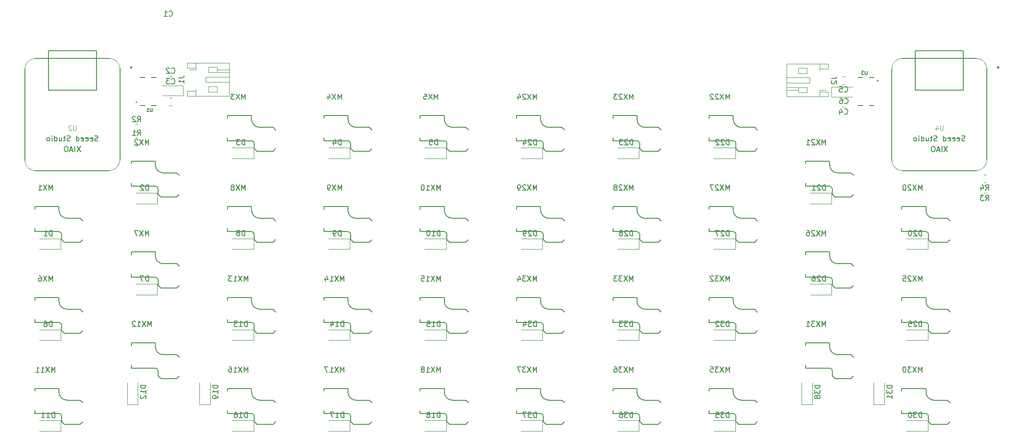
<source format=gbr>
%TF.GenerationSoftware,KiCad,Pcbnew,7.0.2-0*%
%TF.CreationDate,2024-08-06T11:42:49-04:00*%
%TF.ProjectId,PCB,5043422e-6b69-4636-9164-5f7063625858,rev?*%
%TF.SameCoordinates,Original*%
%TF.FileFunction,Legend,Bot*%
%TF.FilePolarity,Positive*%
%FSLAX46Y46*%
G04 Gerber Fmt 4.6, Leading zero omitted, Abs format (unit mm)*
G04 Created by KiCad (PCBNEW 7.0.2-0) date 2024-08-06 11:42:49*
%MOMM*%
%LPD*%
G01*
G04 APERTURE LIST*
%ADD10C,0.150000*%
%ADD11C,0.101600*%
%ADD12C,0.120000*%
%ADD13C,0.127000*%
%ADD14C,0.200000*%
%ADD15C,0.254000*%
%ADD16C,0.025400*%
G04 APERTURE END LIST*
D10*
%TO.C,MX12*%
X50761904Y-74962619D02*
X50761904Y-73962619D01*
X50761904Y-73962619D02*
X50428571Y-74676904D01*
X50428571Y-74676904D02*
X50095238Y-73962619D01*
X50095238Y-73962619D02*
X50095238Y-74962619D01*
X49714285Y-73962619D02*
X49047619Y-74962619D01*
X49047619Y-73962619D02*
X49714285Y-74962619D01*
X48142857Y-74962619D02*
X48714285Y-74962619D01*
X48428571Y-74962619D02*
X48428571Y-73962619D01*
X48428571Y-73962619D02*
X48523809Y-74105476D01*
X48523809Y-74105476D02*
X48619047Y-74200714D01*
X48619047Y-74200714D02*
X48714285Y-74248333D01*
X47761904Y-74057857D02*
X47714285Y-74010238D01*
X47714285Y-74010238D02*
X47619047Y-73962619D01*
X47619047Y-73962619D02*
X47380952Y-73962619D01*
X47380952Y-73962619D02*
X47285714Y-74010238D01*
X47285714Y-74010238D02*
X47238095Y-74057857D01*
X47238095Y-74057857D02*
X47190476Y-74153095D01*
X47190476Y-74153095D02*
X47190476Y-74248333D01*
X47190476Y-74248333D02*
X47238095Y-74391190D01*
X47238095Y-74391190D02*
X47809523Y-74962619D01*
X47809523Y-74962619D02*
X47190476Y-74962619D01*
%TO.C,MX6*%
X32285713Y-66462619D02*
X32285713Y-65462619D01*
X32285713Y-65462619D02*
X31952380Y-66176904D01*
X31952380Y-66176904D02*
X31619047Y-65462619D01*
X31619047Y-65462619D02*
X31619047Y-66462619D01*
X31238094Y-65462619D02*
X30571428Y-66462619D01*
X30571428Y-65462619D02*
X31238094Y-66462619D01*
X29761904Y-65462619D02*
X29952380Y-65462619D01*
X29952380Y-65462619D02*
X30047618Y-65510238D01*
X30047618Y-65510238D02*
X30095237Y-65557857D01*
X30095237Y-65557857D02*
X30190475Y-65700714D01*
X30190475Y-65700714D02*
X30238094Y-65891190D01*
X30238094Y-65891190D02*
X30238094Y-66272142D01*
X30238094Y-66272142D02*
X30190475Y-66367380D01*
X30190475Y-66367380D02*
X30142856Y-66415000D01*
X30142856Y-66415000D02*
X30047618Y-66462619D01*
X30047618Y-66462619D02*
X29857142Y-66462619D01*
X29857142Y-66462619D02*
X29761904Y-66415000D01*
X29761904Y-66415000D02*
X29714285Y-66367380D01*
X29714285Y-66367380D02*
X29666666Y-66272142D01*
X29666666Y-66272142D02*
X29666666Y-66034047D01*
X29666666Y-66034047D02*
X29714285Y-65938809D01*
X29714285Y-65938809D02*
X29761904Y-65891190D01*
X29761904Y-65891190D02*
X29857142Y-65843571D01*
X29857142Y-65843571D02*
X30047618Y-65843571D01*
X30047618Y-65843571D02*
X30142856Y-65891190D01*
X30142856Y-65891190D02*
X30190475Y-65938809D01*
X30190475Y-65938809D02*
X30238094Y-66034047D01*
%TO.C,MX15*%
X104761904Y-66462619D02*
X104761904Y-65462619D01*
X104761904Y-65462619D02*
X104428571Y-66176904D01*
X104428571Y-66176904D02*
X104095238Y-65462619D01*
X104095238Y-65462619D02*
X104095238Y-66462619D01*
X103714285Y-65462619D02*
X103047619Y-66462619D01*
X103047619Y-65462619D02*
X103714285Y-66462619D01*
X102142857Y-66462619D02*
X102714285Y-66462619D01*
X102428571Y-66462619D02*
X102428571Y-65462619D01*
X102428571Y-65462619D02*
X102523809Y-65605476D01*
X102523809Y-65605476D02*
X102619047Y-65700714D01*
X102619047Y-65700714D02*
X102714285Y-65748333D01*
X101238095Y-65462619D02*
X101714285Y-65462619D01*
X101714285Y-65462619D02*
X101761904Y-65938809D01*
X101761904Y-65938809D02*
X101714285Y-65891190D01*
X101714285Y-65891190D02*
X101619047Y-65843571D01*
X101619047Y-65843571D02*
X101380952Y-65843571D01*
X101380952Y-65843571D02*
X101285714Y-65891190D01*
X101285714Y-65891190D02*
X101238095Y-65938809D01*
X101238095Y-65938809D02*
X101190476Y-66034047D01*
X101190476Y-66034047D02*
X101190476Y-66272142D01*
X101190476Y-66272142D02*
X101238095Y-66367380D01*
X101238095Y-66367380D02*
X101285714Y-66415000D01*
X101285714Y-66415000D02*
X101380952Y-66462619D01*
X101380952Y-66462619D02*
X101619047Y-66462619D01*
X101619047Y-66462619D02*
X101714285Y-66415000D01*
X101714285Y-66415000D02*
X101761904Y-66367380D01*
%TO.C,MX31*%
X176761904Y-74962619D02*
X176761904Y-73962619D01*
X176761904Y-73962619D02*
X176428571Y-74676904D01*
X176428571Y-74676904D02*
X176095238Y-73962619D01*
X176095238Y-73962619D02*
X176095238Y-74962619D01*
X175714285Y-73962619D02*
X175047619Y-74962619D01*
X175047619Y-73962619D02*
X175714285Y-74962619D01*
X174761904Y-73962619D02*
X174142857Y-73962619D01*
X174142857Y-73962619D02*
X174476190Y-74343571D01*
X174476190Y-74343571D02*
X174333333Y-74343571D01*
X174333333Y-74343571D02*
X174238095Y-74391190D01*
X174238095Y-74391190D02*
X174190476Y-74438809D01*
X174190476Y-74438809D02*
X174142857Y-74534047D01*
X174142857Y-74534047D02*
X174142857Y-74772142D01*
X174142857Y-74772142D02*
X174190476Y-74867380D01*
X174190476Y-74867380D02*
X174238095Y-74915000D01*
X174238095Y-74915000D02*
X174333333Y-74962619D01*
X174333333Y-74962619D02*
X174619047Y-74962619D01*
X174619047Y-74962619D02*
X174714285Y-74915000D01*
X174714285Y-74915000D02*
X174761904Y-74867380D01*
X173190476Y-74962619D02*
X173761904Y-74962619D01*
X173476190Y-74962619D02*
X173476190Y-73962619D01*
X173476190Y-73962619D02*
X173571428Y-74105476D01*
X173571428Y-74105476D02*
X173666666Y-74200714D01*
X173666666Y-74200714D02*
X173761904Y-74248333D01*
%TO.C,MX27*%
X158761904Y-49462619D02*
X158761904Y-48462619D01*
X158761904Y-48462619D02*
X158428571Y-49176904D01*
X158428571Y-49176904D02*
X158095238Y-48462619D01*
X158095238Y-48462619D02*
X158095238Y-49462619D01*
X157714285Y-48462619D02*
X157047619Y-49462619D01*
X157047619Y-48462619D02*
X157714285Y-49462619D01*
X156714285Y-48557857D02*
X156666666Y-48510238D01*
X156666666Y-48510238D02*
X156571428Y-48462619D01*
X156571428Y-48462619D02*
X156333333Y-48462619D01*
X156333333Y-48462619D02*
X156238095Y-48510238D01*
X156238095Y-48510238D02*
X156190476Y-48557857D01*
X156190476Y-48557857D02*
X156142857Y-48653095D01*
X156142857Y-48653095D02*
X156142857Y-48748333D01*
X156142857Y-48748333D02*
X156190476Y-48891190D01*
X156190476Y-48891190D02*
X156761904Y-49462619D01*
X156761904Y-49462619D02*
X156142857Y-49462619D01*
X155809523Y-48462619D02*
X155142857Y-48462619D01*
X155142857Y-48462619D02*
X155571428Y-49462619D01*
%TO.C,MX5*%
X104285713Y-32462619D02*
X104285713Y-31462619D01*
X104285713Y-31462619D02*
X103952380Y-32176904D01*
X103952380Y-32176904D02*
X103619047Y-31462619D01*
X103619047Y-31462619D02*
X103619047Y-32462619D01*
X103238094Y-31462619D02*
X102571428Y-32462619D01*
X102571428Y-31462619D02*
X103238094Y-32462619D01*
X101714285Y-31462619D02*
X102190475Y-31462619D01*
X102190475Y-31462619D02*
X102238094Y-31938809D01*
X102238094Y-31938809D02*
X102190475Y-31891190D01*
X102190475Y-31891190D02*
X102095237Y-31843571D01*
X102095237Y-31843571D02*
X101857142Y-31843571D01*
X101857142Y-31843571D02*
X101761904Y-31891190D01*
X101761904Y-31891190D02*
X101714285Y-31938809D01*
X101714285Y-31938809D02*
X101666666Y-32034047D01*
X101666666Y-32034047D02*
X101666666Y-32272142D01*
X101666666Y-32272142D02*
X101714285Y-32367380D01*
X101714285Y-32367380D02*
X101761904Y-32415000D01*
X101761904Y-32415000D02*
X101857142Y-32462619D01*
X101857142Y-32462619D02*
X102095237Y-32462619D01*
X102095237Y-32462619D02*
X102190475Y-32415000D01*
X102190475Y-32415000D02*
X102238094Y-32367380D01*
%TO.C,MX11*%
X32761904Y-83462619D02*
X32761904Y-82462619D01*
X32761904Y-82462619D02*
X32428571Y-83176904D01*
X32428571Y-83176904D02*
X32095238Y-82462619D01*
X32095238Y-82462619D02*
X32095238Y-83462619D01*
X31714285Y-82462619D02*
X31047619Y-83462619D01*
X31047619Y-82462619D02*
X31714285Y-83462619D01*
X30142857Y-83462619D02*
X30714285Y-83462619D01*
X30428571Y-83462619D02*
X30428571Y-82462619D01*
X30428571Y-82462619D02*
X30523809Y-82605476D01*
X30523809Y-82605476D02*
X30619047Y-82700714D01*
X30619047Y-82700714D02*
X30714285Y-82748333D01*
X29190476Y-83462619D02*
X29761904Y-83462619D01*
X29476190Y-83462619D02*
X29476190Y-82462619D01*
X29476190Y-82462619D02*
X29571428Y-82605476D01*
X29571428Y-82605476D02*
X29666666Y-82700714D01*
X29666666Y-82700714D02*
X29761904Y-82748333D01*
%TO.C,MX29*%
X122761904Y-49462619D02*
X122761904Y-48462619D01*
X122761904Y-48462619D02*
X122428571Y-49176904D01*
X122428571Y-49176904D02*
X122095238Y-48462619D01*
X122095238Y-48462619D02*
X122095238Y-49462619D01*
X121714285Y-48462619D02*
X121047619Y-49462619D01*
X121047619Y-48462619D02*
X121714285Y-49462619D01*
X120714285Y-48557857D02*
X120666666Y-48510238D01*
X120666666Y-48510238D02*
X120571428Y-48462619D01*
X120571428Y-48462619D02*
X120333333Y-48462619D01*
X120333333Y-48462619D02*
X120238095Y-48510238D01*
X120238095Y-48510238D02*
X120190476Y-48557857D01*
X120190476Y-48557857D02*
X120142857Y-48653095D01*
X120142857Y-48653095D02*
X120142857Y-48748333D01*
X120142857Y-48748333D02*
X120190476Y-48891190D01*
X120190476Y-48891190D02*
X120761904Y-49462619D01*
X120761904Y-49462619D02*
X120142857Y-49462619D01*
X119666666Y-49462619D02*
X119476190Y-49462619D01*
X119476190Y-49462619D02*
X119380952Y-49415000D01*
X119380952Y-49415000D02*
X119333333Y-49367380D01*
X119333333Y-49367380D02*
X119238095Y-49224523D01*
X119238095Y-49224523D02*
X119190476Y-49034047D01*
X119190476Y-49034047D02*
X119190476Y-48653095D01*
X119190476Y-48653095D02*
X119238095Y-48557857D01*
X119238095Y-48557857D02*
X119285714Y-48510238D01*
X119285714Y-48510238D02*
X119380952Y-48462619D01*
X119380952Y-48462619D02*
X119571428Y-48462619D01*
X119571428Y-48462619D02*
X119666666Y-48510238D01*
X119666666Y-48510238D02*
X119714285Y-48557857D01*
X119714285Y-48557857D02*
X119761904Y-48653095D01*
X119761904Y-48653095D02*
X119761904Y-48891190D01*
X119761904Y-48891190D02*
X119714285Y-48986428D01*
X119714285Y-48986428D02*
X119666666Y-49034047D01*
X119666666Y-49034047D02*
X119571428Y-49081666D01*
X119571428Y-49081666D02*
X119380952Y-49081666D01*
X119380952Y-49081666D02*
X119285714Y-49034047D01*
X119285714Y-49034047D02*
X119238095Y-48986428D01*
X119238095Y-48986428D02*
X119190476Y-48891190D01*
%TO.C,MX16*%
X68761904Y-83462619D02*
X68761904Y-82462619D01*
X68761904Y-82462619D02*
X68428571Y-83176904D01*
X68428571Y-83176904D02*
X68095238Y-82462619D01*
X68095238Y-82462619D02*
X68095238Y-83462619D01*
X67714285Y-82462619D02*
X67047619Y-83462619D01*
X67047619Y-82462619D02*
X67714285Y-83462619D01*
X66142857Y-83462619D02*
X66714285Y-83462619D01*
X66428571Y-83462619D02*
X66428571Y-82462619D01*
X66428571Y-82462619D02*
X66523809Y-82605476D01*
X66523809Y-82605476D02*
X66619047Y-82700714D01*
X66619047Y-82700714D02*
X66714285Y-82748333D01*
X65285714Y-82462619D02*
X65476190Y-82462619D01*
X65476190Y-82462619D02*
X65571428Y-82510238D01*
X65571428Y-82510238D02*
X65619047Y-82557857D01*
X65619047Y-82557857D02*
X65714285Y-82700714D01*
X65714285Y-82700714D02*
X65761904Y-82891190D01*
X65761904Y-82891190D02*
X65761904Y-83272142D01*
X65761904Y-83272142D02*
X65714285Y-83367380D01*
X65714285Y-83367380D02*
X65666666Y-83415000D01*
X65666666Y-83415000D02*
X65571428Y-83462619D01*
X65571428Y-83462619D02*
X65380952Y-83462619D01*
X65380952Y-83462619D02*
X65285714Y-83415000D01*
X65285714Y-83415000D02*
X65238095Y-83367380D01*
X65238095Y-83367380D02*
X65190476Y-83272142D01*
X65190476Y-83272142D02*
X65190476Y-83034047D01*
X65190476Y-83034047D02*
X65238095Y-82938809D01*
X65238095Y-82938809D02*
X65285714Y-82891190D01*
X65285714Y-82891190D02*
X65380952Y-82843571D01*
X65380952Y-82843571D02*
X65571428Y-82843571D01*
X65571428Y-82843571D02*
X65666666Y-82891190D01*
X65666666Y-82891190D02*
X65714285Y-82938809D01*
X65714285Y-82938809D02*
X65761904Y-83034047D01*
%TO.C,MX2*%
X50285713Y-40962619D02*
X50285713Y-39962619D01*
X50285713Y-39962619D02*
X49952380Y-40676904D01*
X49952380Y-40676904D02*
X49619047Y-39962619D01*
X49619047Y-39962619D02*
X49619047Y-40962619D01*
X49238094Y-39962619D02*
X48571428Y-40962619D01*
X48571428Y-39962619D02*
X49238094Y-40962619D01*
X48238094Y-40057857D02*
X48190475Y-40010238D01*
X48190475Y-40010238D02*
X48095237Y-39962619D01*
X48095237Y-39962619D02*
X47857142Y-39962619D01*
X47857142Y-39962619D02*
X47761904Y-40010238D01*
X47761904Y-40010238D02*
X47714285Y-40057857D01*
X47714285Y-40057857D02*
X47666666Y-40153095D01*
X47666666Y-40153095D02*
X47666666Y-40248333D01*
X47666666Y-40248333D02*
X47714285Y-40391190D01*
X47714285Y-40391190D02*
X48285713Y-40962619D01*
X48285713Y-40962619D02*
X47666666Y-40962619D01*
%TO.C,MX10*%
X104761904Y-49462619D02*
X104761904Y-48462619D01*
X104761904Y-48462619D02*
X104428571Y-49176904D01*
X104428571Y-49176904D02*
X104095238Y-48462619D01*
X104095238Y-48462619D02*
X104095238Y-49462619D01*
X103714285Y-48462619D02*
X103047619Y-49462619D01*
X103047619Y-48462619D02*
X103714285Y-49462619D01*
X102142857Y-49462619D02*
X102714285Y-49462619D01*
X102428571Y-49462619D02*
X102428571Y-48462619D01*
X102428571Y-48462619D02*
X102523809Y-48605476D01*
X102523809Y-48605476D02*
X102619047Y-48700714D01*
X102619047Y-48700714D02*
X102714285Y-48748333D01*
X101523809Y-48462619D02*
X101428571Y-48462619D01*
X101428571Y-48462619D02*
X101333333Y-48510238D01*
X101333333Y-48510238D02*
X101285714Y-48557857D01*
X101285714Y-48557857D02*
X101238095Y-48653095D01*
X101238095Y-48653095D02*
X101190476Y-48843571D01*
X101190476Y-48843571D02*
X101190476Y-49081666D01*
X101190476Y-49081666D02*
X101238095Y-49272142D01*
X101238095Y-49272142D02*
X101285714Y-49367380D01*
X101285714Y-49367380D02*
X101333333Y-49415000D01*
X101333333Y-49415000D02*
X101428571Y-49462619D01*
X101428571Y-49462619D02*
X101523809Y-49462619D01*
X101523809Y-49462619D02*
X101619047Y-49415000D01*
X101619047Y-49415000D02*
X101666666Y-49367380D01*
X101666666Y-49367380D02*
X101714285Y-49272142D01*
X101714285Y-49272142D02*
X101761904Y-49081666D01*
X101761904Y-49081666D02*
X101761904Y-48843571D01*
X101761904Y-48843571D02*
X101714285Y-48653095D01*
X101714285Y-48653095D02*
X101666666Y-48557857D01*
X101666666Y-48557857D02*
X101619047Y-48510238D01*
X101619047Y-48510238D02*
X101523809Y-48462619D01*
%TO.C,MX30*%
X194761904Y-83462619D02*
X194761904Y-82462619D01*
X194761904Y-82462619D02*
X194428571Y-83176904D01*
X194428571Y-83176904D02*
X194095238Y-82462619D01*
X194095238Y-82462619D02*
X194095238Y-83462619D01*
X193714285Y-82462619D02*
X193047619Y-83462619D01*
X193047619Y-82462619D02*
X193714285Y-83462619D01*
X192761904Y-82462619D02*
X192142857Y-82462619D01*
X192142857Y-82462619D02*
X192476190Y-82843571D01*
X192476190Y-82843571D02*
X192333333Y-82843571D01*
X192333333Y-82843571D02*
X192238095Y-82891190D01*
X192238095Y-82891190D02*
X192190476Y-82938809D01*
X192190476Y-82938809D02*
X192142857Y-83034047D01*
X192142857Y-83034047D02*
X192142857Y-83272142D01*
X192142857Y-83272142D02*
X192190476Y-83367380D01*
X192190476Y-83367380D02*
X192238095Y-83415000D01*
X192238095Y-83415000D02*
X192333333Y-83462619D01*
X192333333Y-83462619D02*
X192619047Y-83462619D01*
X192619047Y-83462619D02*
X192714285Y-83415000D01*
X192714285Y-83415000D02*
X192761904Y-83367380D01*
X191523809Y-82462619D02*
X191428571Y-82462619D01*
X191428571Y-82462619D02*
X191333333Y-82510238D01*
X191333333Y-82510238D02*
X191285714Y-82557857D01*
X191285714Y-82557857D02*
X191238095Y-82653095D01*
X191238095Y-82653095D02*
X191190476Y-82843571D01*
X191190476Y-82843571D02*
X191190476Y-83081666D01*
X191190476Y-83081666D02*
X191238095Y-83272142D01*
X191238095Y-83272142D02*
X191285714Y-83367380D01*
X191285714Y-83367380D02*
X191333333Y-83415000D01*
X191333333Y-83415000D02*
X191428571Y-83462619D01*
X191428571Y-83462619D02*
X191523809Y-83462619D01*
X191523809Y-83462619D02*
X191619047Y-83415000D01*
X191619047Y-83415000D02*
X191666666Y-83367380D01*
X191666666Y-83367380D02*
X191714285Y-83272142D01*
X191714285Y-83272142D02*
X191761904Y-83081666D01*
X191761904Y-83081666D02*
X191761904Y-82843571D01*
X191761904Y-82843571D02*
X191714285Y-82653095D01*
X191714285Y-82653095D02*
X191666666Y-82557857D01*
X191666666Y-82557857D02*
X191619047Y-82510238D01*
X191619047Y-82510238D02*
X191523809Y-82462619D01*
%TO.C,MX34*%
X122761904Y-66462619D02*
X122761904Y-65462619D01*
X122761904Y-65462619D02*
X122428571Y-66176904D01*
X122428571Y-66176904D02*
X122095238Y-65462619D01*
X122095238Y-65462619D02*
X122095238Y-66462619D01*
X121714285Y-65462619D02*
X121047619Y-66462619D01*
X121047619Y-65462619D02*
X121714285Y-66462619D01*
X120761904Y-65462619D02*
X120142857Y-65462619D01*
X120142857Y-65462619D02*
X120476190Y-65843571D01*
X120476190Y-65843571D02*
X120333333Y-65843571D01*
X120333333Y-65843571D02*
X120238095Y-65891190D01*
X120238095Y-65891190D02*
X120190476Y-65938809D01*
X120190476Y-65938809D02*
X120142857Y-66034047D01*
X120142857Y-66034047D02*
X120142857Y-66272142D01*
X120142857Y-66272142D02*
X120190476Y-66367380D01*
X120190476Y-66367380D02*
X120238095Y-66415000D01*
X120238095Y-66415000D02*
X120333333Y-66462619D01*
X120333333Y-66462619D02*
X120619047Y-66462619D01*
X120619047Y-66462619D02*
X120714285Y-66415000D01*
X120714285Y-66415000D02*
X120761904Y-66367380D01*
X119285714Y-65795952D02*
X119285714Y-66462619D01*
X119523809Y-65415000D02*
X119761904Y-66129285D01*
X119761904Y-66129285D02*
X119142857Y-66129285D01*
%TO.C,MX3*%
X68285713Y-32462619D02*
X68285713Y-31462619D01*
X68285713Y-31462619D02*
X67952380Y-32176904D01*
X67952380Y-32176904D02*
X67619047Y-31462619D01*
X67619047Y-31462619D02*
X67619047Y-32462619D01*
X67238094Y-31462619D02*
X66571428Y-32462619D01*
X66571428Y-31462619D02*
X67238094Y-32462619D01*
X66285713Y-31462619D02*
X65666666Y-31462619D01*
X65666666Y-31462619D02*
X65999999Y-31843571D01*
X65999999Y-31843571D02*
X65857142Y-31843571D01*
X65857142Y-31843571D02*
X65761904Y-31891190D01*
X65761904Y-31891190D02*
X65714285Y-31938809D01*
X65714285Y-31938809D02*
X65666666Y-32034047D01*
X65666666Y-32034047D02*
X65666666Y-32272142D01*
X65666666Y-32272142D02*
X65714285Y-32367380D01*
X65714285Y-32367380D02*
X65761904Y-32415000D01*
X65761904Y-32415000D02*
X65857142Y-32462619D01*
X65857142Y-32462619D02*
X66142856Y-32462619D01*
X66142856Y-32462619D02*
X66238094Y-32415000D01*
X66238094Y-32415000D02*
X66285713Y-32367380D01*
%TO.C,MX21*%
X176761904Y-40962619D02*
X176761904Y-39962619D01*
X176761904Y-39962619D02*
X176428571Y-40676904D01*
X176428571Y-40676904D02*
X176095238Y-39962619D01*
X176095238Y-39962619D02*
X176095238Y-40962619D01*
X175714285Y-39962619D02*
X175047619Y-40962619D01*
X175047619Y-39962619D02*
X175714285Y-40962619D01*
X174714285Y-40057857D02*
X174666666Y-40010238D01*
X174666666Y-40010238D02*
X174571428Y-39962619D01*
X174571428Y-39962619D02*
X174333333Y-39962619D01*
X174333333Y-39962619D02*
X174238095Y-40010238D01*
X174238095Y-40010238D02*
X174190476Y-40057857D01*
X174190476Y-40057857D02*
X174142857Y-40153095D01*
X174142857Y-40153095D02*
X174142857Y-40248333D01*
X174142857Y-40248333D02*
X174190476Y-40391190D01*
X174190476Y-40391190D02*
X174761904Y-40962619D01*
X174761904Y-40962619D02*
X174142857Y-40962619D01*
X173190476Y-40962619D02*
X173761904Y-40962619D01*
X173476190Y-40962619D02*
X173476190Y-39962619D01*
X173476190Y-39962619D02*
X173571428Y-40105476D01*
X173571428Y-40105476D02*
X173666666Y-40200714D01*
X173666666Y-40200714D02*
X173761904Y-40248333D01*
%TO.C,MX20*%
X194761904Y-49462619D02*
X194761904Y-48462619D01*
X194761904Y-48462619D02*
X194428571Y-49176904D01*
X194428571Y-49176904D02*
X194095238Y-48462619D01*
X194095238Y-48462619D02*
X194095238Y-49462619D01*
X193714285Y-48462619D02*
X193047619Y-49462619D01*
X193047619Y-48462619D02*
X193714285Y-49462619D01*
X192714285Y-48557857D02*
X192666666Y-48510238D01*
X192666666Y-48510238D02*
X192571428Y-48462619D01*
X192571428Y-48462619D02*
X192333333Y-48462619D01*
X192333333Y-48462619D02*
X192238095Y-48510238D01*
X192238095Y-48510238D02*
X192190476Y-48557857D01*
X192190476Y-48557857D02*
X192142857Y-48653095D01*
X192142857Y-48653095D02*
X192142857Y-48748333D01*
X192142857Y-48748333D02*
X192190476Y-48891190D01*
X192190476Y-48891190D02*
X192761904Y-49462619D01*
X192761904Y-49462619D02*
X192142857Y-49462619D01*
X191523809Y-48462619D02*
X191428571Y-48462619D01*
X191428571Y-48462619D02*
X191333333Y-48510238D01*
X191333333Y-48510238D02*
X191285714Y-48557857D01*
X191285714Y-48557857D02*
X191238095Y-48653095D01*
X191238095Y-48653095D02*
X191190476Y-48843571D01*
X191190476Y-48843571D02*
X191190476Y-49081666D01*
X191190476Y-49081666D02*
X191238095Y-49272142D01*
X191238095Y-49272142D02*
X191285714Y-49367380D01*
X191285714Y-49367380D02*
X191333333Y-49415000D01*
X191333333Y-49415000D02*
X191428571Y-49462619D01*
X191428571Y-49462619D02*
X191523809Y-49462619D01*
X191523809Y-49462619D02*
X191619047Y-49415000D01*
X191619047Y-49415000D02*
X191666666Y-49367380D01*
X191666666Y-49367380D02*
X191714285Y-49272142D01*
X191714285Y-49272142D02*
X191761904Y-49081666D01*
X191761904Y-49081666D02*
X191761904Y-48843571D01*
X191761904Y-48843571D02*
X191714285Y-48653095D01*
X191714285Y-48653095D02*
X191666666Y-48557857D01*
X191666666Y-48557857D02*
X191619047Y-48510238D01*
X191619047Y-48510238D02*
X191523809Y-48462619D01*
%TO.C,MX7*%
X50285713Y-57962619D02*
X50285713Y-56962619D01*
X50285713Y-56962619D02*
X49952380Y-57676904D01*
X49952380Y-57676904D02*
X49619047Y-56962619D01*
X49619047Y-56962619D02*
X49619047Y-57962619D01*
X49238094Y-56962619D02*
X48571428Y-57962619D01*
X48571428Y-56962619D02*
X49238094Y-57962619D01*
X48285713Y-56962619D02*
X47619047Y-56962619D01*
X47619047Y-56962619D02*
X48047618Y-57962619D01*
%TO.C,MX32*%
X158761904Y-66462619D02*
X158761904Y-65462619D01*
X158761904Y-65462619D02*
X158428571Y-66176904D01*
X158428571Y-66176904D02*
X158095238Y-65462619D01*
X158095238Y-65462619D02*
X158095238Y-66462619D01*
X157714285Y-65462619D02*
X157047619Y-66462619D01*
X157047619Y-65462619D02*
X157714285Y-66462619D01*
X156761904Y-65462619D02*
X156142857Y-65462619D01*
X156142857Y-65462619D02*
X156476190Y-65843571D01*
X156476190Y-65843571D02*
X156333333Y-65843571D01*
X156333333Y-65843571D02*
X156238095Y-65891190D01*
X156238095Y-65891190D02*
X156190476Y-65938809D01*
X156190476Y-65938809D02*
X156142857Y-66034047D01*
X156142857Y-66034047D02*
X156142857Y-66272142D01*
X156142857Y-66272142D02*
X156190476Y-66367380D01*
X156190476Y-66367380D02*
X156238095Y-66415000D01*
X156238095Y-66415000D02*
X156333333Y-66462619D01*
X156333333Y-66462619D02*
X156619047Y-66462619D01*
X156619047Y-66462619D02*
X156714285Y-66415000D01*
X156714285Y-66415000D02*
X156761904Y-66367380D01*
X155761904Y-65557857D02*
X155714285Y-65510238D01*
X155714285Y-65510238D02*
X155619047Y-65462619D01*
X155619047Y-65462619D02*
X155380952Y-65462619D01*
X155380952Y-65462619D02*
X155285714Y-65510238D01*
X155285714Y-65510238D02*
X155238095Y-65557857D01*
X155238095Y-65557857D02*
X155190476Y-65653095D01*
X155190476Y-65653095D02*
X155190476Y-65748333D01*
X155190476Y-65748333D02*
X155238095Y-65891190D01*
X155238095Y-65891190D02*
X155809523Y-66462619D01*
X155809523Y-66462619D02*
X155190476Y-66462619D01*
%TO.C,MX13*%
X68761904Y-66462619D02*
X68761904Y-65462619D01*
X68761904Y-65462619D02*
X68428571Y-66176904D01*
X68428571Y-66176904D02*
X68095238Y-65462619D01*
X68095238Y-65462619D02*
X68095238Y-66462619D01*
X67714285Y-65462619D02*
X67047619Y-66462619D01*
X67047619Y-65462619D02*
X67714285Y-66462619D01*
X66142857Y-66462619D02*
X66714285Y-66462619D01*
X66428571Y-66462619D02*
X66428571Y-65462619D01*
X66428571Y-65462619D02*
X66523809Y-65605476D01*
X66523809Y-65605476D02*
X66619047Y-65700714D01*
X66619047Y-65700714D02*
X66714285Y-65748333D01*
X65809523Y-65462619D02*
X65190476Y-65462619D01*
X65190476Y-65462619D02*
X65523809Y-65843571D01*
X65523809Y-65843571D02*
X65380952Y-65843571D01*
X65380952Y-65843571D02*
X65285714Y-65891190D01*
X65285714Y-65891190D02*
X65238095Y-65938809D01*
X65238095Y-65938809D02*
X65190476Y-66034047D01*
X65190476Y-66034047D02*
X65190476Y-66272142D01*
X65190476Y-66272142D02*
X65238095Y-66367380D01*
X65238095Y-66367380D02*
X65285714Y-66415000D01*
X65285714Y-66415000D02*
X65380952Y-66462619D01*
X65380952Y-66462619D02*
X65666666Y-66462619D01*
X65666666Y-66462619D02*
X65761904Y-66415000D01*
X65761904Y-66415000D02*
X65809523Y-66367380D01*
%TO.C,MX35*%
X158761904Y-83462619D02*
X158761904Y-82462619D01*
X158761904Y-82462619D02*
X158428571Y-83176904D01*
X158428571Y-83176904D02*
X158095238Y-82462619D01*
X158095238Y-82462619D02*
X158095238Y-83462619D01*
X157714285Y-82462619D02*
X157047619Y-83462619D01*
X157047619Y-82462619D02*
X157714285Y-83462619D01*
X156761904Y-82462619D02*
X156142857Y-82462619D01*
X156142857Y-82462619D02*
X156476190Y-82843571D01*
X156476190Y-82843571D02*
X156333333Y-82843571D01*
X156333333Y-82843571D02*
X156238095Y-82891190D01*
X156238095Y-82891190D02*
X156190476Y-82938809D01*
X156190476Y-82938809D02*
X156142857Y-83034047D01*
X156142857Y-83034047D02*
X156142857Y-83272142D01*
X156142857Y-83272142D02*
X156190476Y-83367380D01*
X156190476Y-83367380D02*
X156238095Y-83415000D01*
X156238095Y-83415000D02*
X156333333Y-83462619D01*
X156333333Y-83462619D02*
X156619047Y-83462619D01*
X156619047Y-83462619D02*
X156714285Y-83415000D01*
X156714285Y-83415000D02*
X156761904Y-83367380D01*
X155238095Y-82462619D02*
X155714285Y-82462619D01*
X155714285Y-82462619D02*
X155761904Y-82938809D01*
X155761904Y-82938809D02*
X155714285Y-82891190D01*
X155714285Y-82891190D02*
X155619047Y-82843571D01*
X155619047Y-82843571D02*
X155380952Y-82843571D01*
X155380952Y-82843571D02*
X155285714Y-82891190D01*
X155285714Y-82891190D02*
X155238095Y-82938809D01*
X155238095Y-82938809D02*
X155190476Y-83034047D01*
X155190476Y-83034047D02*
X155190476Y-83272142D01*
X155190476Y-83272142D02*
X155238095Y-83367380D01*
X155238095Y-83367380D02*
X155285714Y-83415000D01*
X155285714Y-83415000D02*
X155380952Y-83462619D01*
X155380952Y-83462619D02*
X155619047Y-83462619D01*
X155619047Y-83462619D02*
X155714285Y-83415000D01*
X155714285Y-83415000D02*
X155761904Y-83367380D01*
%TO.C,MX33*%
X140761904Y-66462619D02*
X140761904Y-65462619D01*
X140761904Y-65462619D02*
X140428571Y-66176904D01*
X140428571Y-66176904D02*
X140095238Y-65462619D01*
X140095238Y-65462619D02*
X140095238Y-66462619D01*
X139714285Y-65462619D02*
X139047619Y-66462619D01*
X139047619Y-65462619D02*
X139714285Y-66462619D01*
X138761904Y-65462619D02*
X138142857Y-65462619D01*
X138142857Y-65462619D02*
X138476190Y-65843571D01*
X138476190Y-65843571D02*
X138333333Y-65843571D01*
X138333333Y-65843571D02*
X138238095Y-65891190D01*
X138238095Y-65891190D02*
X138190476Y-65938809D01*
X138190476Y-65938809D02*
X138142857Y-66034047D01*
X138142857Y-66034047D02*
X138142857Y-66272142D01*
X138142857Y-66272142D02*
X138190476Y-66367380D01*
X138190476Y-66367380D02*
X138238095Y-66415000D01*
X138238095Y-66415000D02*
X138333333Y-66462619D01*
X138333333Y-66462619D02*
X138619047Y-66462619D01*
X138619047Y-66462619D02*
X138714285Y-66415000D01*
X138714285Y-66415000D02*
X138761904Y-66367380D01*
X137809523Y-65462619D02*
X137190476Y-65462619D01*
X137190476Y-65462619D02*
X137523809Y-65843571D01*
X137523809Y-65843571D02*
X137380952Y-65843571D01*
X137380952Y-65843571D02*
X137285714Y-65891190D01*
X137285714Y-65891190D02*
X137238095Y-65938809D01*
X137238095Y-65938809D02*
X137190476Y-66034047D01*
X137190476Y-66034047D02*
X137190476Y-66272142D01*
X137190476Y-66272142D02*
X137238095Y-66367380D01*
X137238095Y-66367380D02*
X137285714Y-66415000D01*
X137285714Y-66415000D02*
X137380952Y-66462619D01*
X137380952Y-66462619D02*
X137666666Y-66462619D01*
X137666666Y-66462619D02*
X137761904Y-66415000D01*
X137761904Y-66415000D02*
X137809523Y-66367380D01*
%TO.C,MX25*%
X194761904Y-66462619D02*
X194761904Y-65462619D01*
X194761904Y-65462619D02*
X194428571Y-66176904D01*
X194428571Y-66176904D02*
X194095238Y-65462619D01*
X194095238Y-65462619D02*
X194095238Y-66462619D01*
X193714285Y-65462619D02*
X193047619Y-66462619D01*
X193047619Y-65462619D02*
X193714285Y-66462619D01*
X192714285Y-65557857D02*
X192666666Y-65510238D01*
X192666666Y-65510238D02*
X192571428Y-65462619D01*
X192571428Y-65462619D02*
X192333333Y-65462619D01*
X192333333Y-65462619D02*
X192238095Y-65510238D01*
X192238095Y-65510238D02*
X192190476Y-65557857D01*
X192190476Y-65557857D02*
X192142857Y-65653095D01*
X192142857Y-65653095D02*
X192142857Y-65748333D01*
X192142857Y-65748333D02*
X192190476Y-65891190D01*
X192190476Y-65891190D02*
X192761904Y-66462619D01*
X192761904Y-66462619D02*
X192142857Y-66462619D01*
X191238095Y-65462619D02*
X191714285Y-65462619D01*
X191714285Y-65462619D02*
X191761904Y-65938809D01*
X191761904Y-65938809D02*
X191714285Y-65891190D01*
X191714285Y-65891190D02*
X191619047Y-65843571D01*
X191619047Y-65843571D02*
X191380952Y-65843571D01*
X191380952Y-65843571D02*
X191285714Y-65891190D01*
X191285714Y-65891190D02*
X191238095Y-65938809D01*
X191238095Y-65938809D02*
X191190476Y-66034047D01*
X191190476Y-66034047D02*
X191190476Y-66272142D01*
X191190476Y-66272142D02*
X191238095Y-66367380D01*
X191238095Y-66367380D02*
X191285714Y-66415000D01*
X191285714Y-66415000D02*
X191380952Y-66462619D01*
X191380952Y-66462619D02*
X191619047Y-66462619D01*
X191619047Y-66462619D02*
X191714285Y-66415000D01*
X191714285Y-66415000D02*
X191761904Y-66367380D01*
%TO.C,MX14*%
X86761904Y-66462619D02*
X86761904Y-65462619D01*
X86761904Y-65462619D02*
X86428571Y-66176904D01*
X86428571Y-66176904D02*
X86095238Y-65462619D01*
X86095238Y-65462619D02*
X86095238Y-66462619D01*
X85714285Y-65462619D02*
X85047619Y-66462619D01*
X85047619Y-65462619D02*
X85714285Y-66462619D01*
X84142857Y-66462619D02*
X84714285Y-66462619D01*
X84428571Y-66462619D02*
X84428571Y-65462619D01*
X84428571Y-65462619D02*
X84523809Y-65605476D01*
X84523809Y-65605476D02*
X84619047Y-65700714D01*
X84619047Y-65700714D02*
X84714285Y-65748333D01*
X83285714Y-65795952D02*
X83285714Y-66462619D01*
X83523809Y-65415000D02*
X83761904Y-66129285D01*
X83761904Y-66129285D02*
X83142857Y-66129285D01*
%TO.C,MX1*%
X32285713Y-49462619D02*
X32285713Y-48462619D01*
X32285713Y-48462619D02*
X31952380Y-49176904D01*
X31952380Y-49176904D02*
X31619047Y-48462619D01*
X31619047Y-48462619D02*
X31619047Y-49462619D01*
X31238094Y-48462619D02*
X30571428Y-49462619D01*
X30571428Y-48462619D02*
X31238094Y-49462619D01*
X29666666Y-49462619D02*
X30238094Y-49462619D01*
X29952380Y-49462619D02*
X29952380Y-48462619D01*
X29952380Y-48462619D02*
X30047618Y-48605476D01*
X30047618Y-48605476D02*
X30142856Y-48700714D01*
X30142856Y-48700714D02*
X30238094Y-48748333D01*
%TO.C,MX8*%
X68285713Y-49462619D02*
X68285713Y-48462619D01*
X68285713Y-48462619D02*
X67952380Y-49176904D01*
X67952380Y-49176904D02*
X67619047Y-48462619D01*
X67619047Y-48462619D02*
X67619047Y-49462619D01*
X67238094Y-48462619D02*
X66571428Y-49462619D01*
X66571428Y-48462619D02*
X67238094Y-49462619D01*
X66047618Y-48891190D02*
X66142856Y-48843571D01*
X66142856Y-48843571D02*
X66190475Y-48795952D01*
X66190475Y-48795952D02*
X66238094Y-48700714D01*
X66238094Y-48700714D02*
X66238094Y-48653095D01*
X66238094Y-48653095D02*
X66190475Y-48557857D01*
X66190475Y-48557857D02*
X66142856Y-48510238D01*
X66142856Y-48510238D02*
X66047618Y-48462619D01*
X66047618Y-48462619D02*
X65857142Y-48462619D01*
X65857142Y-48462619D02*
X65761904Y-48510238D01*
X65761904Y-48510238D02*
X65714285Y-48557857D01*
X65714285Y-48557857D02*
X65666666Y-48653095D01*
X65666666Y-48653095D02*
X65666666Y-48700714D01*
X65666666Y-48700714D02*
X65714285Y-48795952D01*
X65714285Y-48795952D02*
X65761904Y-48843571D01*
X65761904Y-48843571D02*
X65857142Y-48891190D01*
X65857142Y-48891190D02*
X66047618Y-48891190D01*
X66047618Y-48891190D02*
X66142856Y-48938809D01*
X66142856Y-48938809D02*
X66190475Y-48986428D01*
X66190475Y-48986428D02*
X66238094Y-49081666D01*
X66238094Y-49081666D02*
X66238094Y-49272142D01*
X66238094Y-49272142D02*
X66190475Y-49367380D01*
X66190475Y-49367380D02*
X66142856Y-49415000D01*
X66142856Y-49415000D02*
X66047618Y-49462619D01*
X66047618Y-49462619D02*
X65857142Y-49462619D01*
X65857142Y-49462619D02*
X65761904Y-49415000D01*
X65761904Y-49415000D02*
X65714285Y-49367380D01*
X65714285Y-49367380D02*
X65666666Y-49272142D01*
X65666666Y-49272142D02*
X65666666Y-49081666D01*
X65666666Y-49081666D02*
X65714285Y-48986428D01*
X65714285Y-48986428D02*
X65761904Y-48938809D01*
X65761904Y-48938809D02*
X65857142Y-48891190D01*
%TO.C,MX37*%
X122761904Y-83462619D02*
X122761904Y-82462619D01*
X122761904Y-82462619D02*
X122428571Y-83176904D01*
X122428571Y-83176904D02*
X122095238Y-82462619D01*
X122095238Y-82462619D02*
X122095238Y-83462619D01*
X121714285Y-82462619D02*
X121047619Y-83462619D01*
X121047619Y-82462619D02*
X121714285Y-83462619D01*
X120761904Y-82462619D02*
X120142857Y-82462619D01*
X120142857Y-82462619D02*
X120476190Y-82843571D01*
X120476190Y-82843571D02*
X120333333Y-82843571D01*
X120333333Y-82843571D02*
X120238095Y-82891190D01*
X120238095Y-82891190D02*
X120190476Y-82938809D01*
X120190476Y-82938809D02*
X120142857Y-83034047D01*
X120142857Y-83034047D02*
X120142857Y-83272142D01*
X120142857Y-83272142D02*
X120190476Y-83367380D01*
X120190476Y-83367380D02*
X120238095Y-83415000D01*
X120238095Y-83415000D02*
X120333333Y-83462619D01*
X120333333Y-83462619D02*
X120619047Y-83462619D01*
X120619047Y-83462619D02*
X120714285Y-83415000D01*
X120714285Y-83415000D02*
X120761904Y-83367380D01*
X119809523Y-82462619D02*
X119142857Y-82462619D01*
X119142857Y-82462619D02*
X119571428Y-83462619D01*
%TO.C,MX28*%
X140761904Y-49462619D02*
X140761904Y-48462619D01*
X140761904Y-48462619D02*
X140428571Y-49176904D01*
X140428571Y-49176904D02*
X140095238Y-48462619D01*
X140095238Y-48462619D02*
X140095238Y-49462619D01*
X139714285Y-48462619D02*
X139047619Y-49462619D01*
X139047619Y-48462619D02*
X139714285Y-49462619D01*
X138714285Y-48557857D02*
X138666666Y-48510238D01*
X138666666Y-48510238D02*
X138571428Y-48462619D01*
X138571428Y-48462619D02*
X138333333Y-48462619D01*
X138333333Y-48462619D02*
X138238095Y-48510238D01*
X138238095Y-48510238D02*
X138190476Y-48557857D01*
X138190476Y-48557857D02*
X138142857Y-48653095D01*
X138142857Y-48653095D02*
X138142857Y-48748333D01*
X138142857Y-48748333D02*
X138190476Y-48891190D01*
X138190476Y-48891190D02*
X138761904Y-49462619D01*
X138761904Y-49462619D02*
X138142857Y-49462619D01*
X137571428Y-48891190D02*
X137666666Y-48843571D01*
X137666666Y-48843571D02*
X137714285Y-48795952D01*
X137714285Y-48795952D02*
X137761904Y-48700714D01*
X137761904Y-48700714D02*
X137761904Y-48653095D01*
X137761904Y-48653095D02*
X137714285Y-48557857D01*
X137714285Y-48557857D02*
X137666666Y-48510238D01*
X137666666Y-48510238D02*
X137571428Y-48462619D01*
X137571428Y-48462619D02*
X137380952Y-48462619D01*
X137380952Y-48462619D02*
X137285714Y-48510238D01*
X137285714Y-48510238D02*
X137238095Y-48557857D01*
X137238095Y-48557857D02*
X137190476Y-48653095D01*
X137190476Y-48653095D02*
X137190476Y-48700714D01*
X137190476Y-48700714D02*
X137238095Y-48795952D01*
X137238095Y-48795952D02*
X137285714Y-48843571D01*
X137285714Y-48843571D02*
X137380952Y-48891190D01*
X137380952Y-48891190D02*
X137571428Y-48891190D01*
X137571428Y-48891190D02*
X137666666Y-48938809D01*
X137666666Y-48938809D02*
X137714285Y-48986428D01*
X137714285Y-48986428D02*
X137761904Y-49081666D01*
X137761904Y-49081666D02*
X137761904Y-49272142D01*
X137761904Y-49272142D02*
X137714285Y-49367380D01*
X137714285Y-49367380D02*
X137666666Y-49415000D01*
X137666666Y-49415000D02*
X137571428Y-49462619D01*
X137571428Y-49462619D02*
X137380952Y-49462619D01*
X137380952Y-49462619D02*
X137285714Y-49415000D01*
X137285714Y-49415000D02*
X137238095Y-49367380D01*
X137238095Y-49367380D02*
X137190476Y-49272142D01*
X137190476Y-49272142D02*
X137190476Y-49081666D01*
X137190476Y-49081666D02*
X137238095Y-48986428D01*
X137238095Y-48986428D02*
X137285714Y-48938809D01*
X137285714Y-48938809D02*
X137380952Y-48891190D01*
%TO.C,MX9*%
X86285713Y-49462619D02*
X86285713Y-48462619D01*
X86285713Y-48462619D02*
X85952380Y-49176904D01*
X85952380Y-49176904D02*
X85619047Y-48462619D01*
X85619047Y-48462619D02*
X85619047Y-49462619D01*
X85238094Y-48462619D02*
X84571428Y-49462619D01*
X84571428Y-48462619D02*
X85238094Y-49462619D01*
X84142856Y-49462619D02*
X83952380Y-49462619D01*
X83952380Y-49462619D02*
X83857142Y-49415000D01*
X83857142Y-49415000D02*
X83809523Y-49367380D01*
X83809523Y-49367380D02*
X83714285Y-49224523D01*
X83714285Y-49224523D02*
X83666666Y-49034047D01*
X83666666Y-49034047D02*
X83666666Y-48653095D01*
X83666666Y-48653095D02*
X83714285Y-48557857D01*
X83714285Y-48557857D02*
X83761904Y-48510238D01*
X83761904Y-48510238D02*
X83857142Y-48462619D01*
X83857142Y-48462619D02*
X84047618Y-48462619D01*
X84047618Y-48462619D02*
X84142856Y-48510238D01*
X84142856Y-48510238D02*
X84190475Y-48557857D01*
X84190475Y-48557857D02*
X84238094Y-48653095D01*
X84238094Y-48653095D02*
X84238094Y-48891190D01*
X84238094Y-48891190D02*
X84190475Y-48986428D01*
X84190475Y-48986428D02*
X84142856Y-49034047D01*
X84142856Y-49034047D02*
X84047618Y-49081666D01*
X84047618Y-49081666D02*
X83857142Y-49081666D01*
X83857142Y-49081666D02*
X83761904Y-49034047D01*
X83761904Y-49034047D02*
X83714285Y-48986428D01*
X83714285Y-48986428D02*
X83666666Y-48891190D01*
%TO.C,MX23*%
X140761904Y-32462619D02*
X140761904Y-31462619D01*
X140761904Y-31462619D02*
X140428571Y-32176904D01*
X140428571Y-32176904D02*
X140095238Y-31462619D01*
X140095238Y-31462619D02*
X140095238Y-32462619D01*
X139714285Y-31462619D02*
X139047619Y-32462619D01*
X139047619Y-31462619D02*
X139714285Y-32462619D01*
X138714285Y-31557857D02*
X138666666Y-31510238D01*
X138666666Y-31510238D02*
X138571428Y-31462619D01*
X138571428Y-31462619D02*
X138333333Y-31462619D01*
X138333333Y-31462619D02*
X138238095Y-31510238D01*
X138238095Y-31510238D02*
X138190476Y-31557857D01*
X138190476Y-31557857D02*
X138142857Y-31653095D01*
X138142857Y-31653095D02*
X138142857Y-31748333D01*
X138142857Y-31748333D02*
X138190476Y-31891190D01*
X138190476Y-31891190D02*
X138761904Y-32462619D01*
X138761904Y-32462619D02*
X138142857Y-32462619D01*
X137809523Y-31462619D02*
X137190476Y-31462619D01*
X137190476Y-31462619D02*
X137523809Y-31843571D01*
X137523809Y-31843571D02*
X137380952Y-31843571D01*
X137380952Y-31843571D02*
X137285714Y-31891190D01*
X137285714Y-31891190D02*
X137238095Y-31938809D01*
X137238095Y-31938809D02*
X137190476Y-32034047D01*
X137190476Y-32034047D02*
X137190476Y-32272142D01*
X137190476Y-32272142D02*
X137238095Y-32367380D01*
X137238095Y-32367380D02*
X137285714Y-32415000D01*
X137285714Y-32415000D02*
X137380952Y-32462619D01*
X137380952Y-32462619D02*
X137666666Y-32462619D01*
X137666666Y-32462619D02*
X137761904Y-32415000D01*
X137761904Y-32415000D02*
X137809523Y-32367380D01*
%TO.C,MX36*%
X140761904Y-83462619D02*
X140761904Y-82462619D01*
X140761904Y-82462619D02*
X140428571Y-83176904D01*
X140428571Y-83176904D02*
X140095238Y-82462619D01*
X140095238Y-82462619D02*
X140095238Y-83462619D01*
X139714285Y-82462619D02*
X139047619Y-83462619D01*
X139047619Y-82462619D02*
X139714285Y-83462619D01*
X138761904Y-82462619D02*
X138142857Y-82462619D01*
X138142857Y-82462619D02*
X138476190Y-82843571D01*
X138476190Y-82843571D02*
X138333333Y-82843571D01*
X138333333Y-82843571D02*
X138238095Y-82891190D01*
X138238095Y-82891190D02*
X138190476Y-82938809D01*
X138190476Y-82938809D02*
X138142857Y-83034047D01*
X138142857Y-83034047D02*
X138142857Y-83272142D01*
X138142857Y-83272142D02*
X138190476Y-83367380D01*
X138190476Y-83367380D02*
X138238095Y-83415000D01*
X138238095Y-83415000D02*
X138333333Y-83462619D01*
X138333333Y-83462619D02*
X138619047Y-83462619D01*
X138619047Y-83462619D02*
X138714285Y-83415000D01*
X138714285Y-83415000D02*
X138761904Y-83367380D01*
X137285714Y-82462619D02*
X137476190Y-82462619D01*
X137476190Y-82462619D02*
X137571428Y-82510238D01*
X137571428Y-82510238D02*
X137619047Y-82557857D01*
X137619047Y-82557857D02*
X137714285Y-82700714D01*
X137714285Y-82700714D02*
X137761904Y-82891190D01*
X137761904Y-82891190D02*
X137761904Y-83272142D01*
X137761904Y-83272142D02*
X137714285Y-83367380D01*
X137714285Y-83367380D02*
X137666666Y-83415000D01*
X137666666Y-83415000D02*
X137571428Y-83462619D01*
X137571428Y-83462619D02*
X137380952Y-83462619D01*
X137380952Y-83462619D02*
X137285714Y-83415000D01*
X137285714Y-83415000D02*
X137238095Y-83367380D01*
X137238095Y-83367380D02*
X137190476Y-83272142D01*
X137190476Y-83272142D02*
X137190476Y-83034047D01*
X137190476Y-83034047D02*
X137238095Y-82938809D01*
X137238095Y-82938809D02*
X137285714Y-82891190D01*
X137285714Y-82891190D02*
X137380952Y-82843571D01*
X137380952Y-82843571D02*
X137571428Y-82843571D01*
X137571428Y-82843571D02*
X137666666Y-82891190D01*
X137666666Y-82891190D02*
X137714285Y-82938809D01*
X137714285Y-82938809D02*
X137761904Y-83034047D01*
%TO.C,MX17*%
X86761904Y-83462619D02*
X86761904Y-82462619D01*
X86761904Y-82462619D02*
X86428571Y-83176904D01*
X86428571Y-83176904D02*
X86095238Y-82462619D01*
X86095238Y-82462619D02*
X86095238Y-83462619D01*
X85714285Y-82462619D02*
X85047619Y-83462619D01*
X85047619Y-82462619D02*
X85714285Y-83462619D01*
X84142857Y-83462619D02*
X84714285Y-83462619D01*
X84428571Y-83462619D02*
X84428571Y-82462619D01*
X84428571Y-82462619D02*
X84523809Y-82605476D01*
X84523809Y-82605476D02*
X84619047Y-82700714D01*
X84619047Y-82700714D02*
X84714285Y-82748333D01*
X83809523Y-82462619D02*
X83142857Y-82462619D01*
X83142857Y-82462619D02*
X83571428Y-83462619D01*
%TO.C,MX18*%
X104761904Y-83462619D02*
X104761904Y-82462619D01*
X104761904Y-82462619D02*
X104428571Y-83176904D01*
X104428571Y-83176904D02*
X104095238Y-82462619D01*
X104095238Y-82462619D02*
X104095238Y-83462619D01*
X103714285Y-82462619D02*
X103047619Y-83462619D01*
X103047619Y-82462619D02*
X103714285Y-83462619D01*
X102142857Y-83462619D02*
X102714285Y-83462619D01*
X102428571Y-83462619D02*
X102428571Y-82462619D01*
X102428571Y-82462619D02*
X102523809Y-82605476D01*
X102523809Y-82605476D02*
X102619047Y-82700714D01*
X102619047Y-82700714D02*
X102714285Y-82748333D01*
X101571428Y-82891190D02*
X101666666Y-82843571D01*
X101666666Y-82843571D02*
X101714285Y-82795952D01*
X101714285Y-82795952D02*
X101761904Y-82700714D01*
X101761904Y-82700714D02*
X101761904Y-82653095D01*
X101761904Y-82653095D02*
X101714285Y-82557857D01*
X101714285Y-82557857D02*
X101666666Y-82510238D01*
X101666666Y-82510238D02*
X101571428Y-82462619D01*
X101571428Y-82462619D02*
X101380952Y-82462619D01*
X101380952Y-82462619D02*
X101285714Y-82510238D01*
X101285714Y-82510238D02*
X101238095Y-82557857D01*
X101238095Y-82557857D02*
X101190476Y-82653095D01*
X101190476Y-82653095D02*
X101190476Y-82700714D01*
X101190476Y-82700714D02*
X101238095Y-82795952D01*
X101238095Y-82795952D02*
X101285714Y-82843571D01*
X101285714Y-82843571D02*
X101380952Y-82891190D01*
X101380952Y-82891190D02*
X101571428Y-82891190D01*
X101571428Y-82891190D02*
X101666666Y-82938809D01*
X101666666Y-82938809D02*
X101714285Y-82986428D01*
X101714285Y-82986428D02*
X101761904Y-83081666D01*
X101761904Y-83081666D02*
X101761904Y-83272142D01*
X101761904Y-83272142D02*
X101714285Y-83367380D01*
X101714285Y-83367380D02*
X101666666Y-83415000D01*
X101666666Y-83415000D02*
X101571428Y-83462619D01*
X101571428Y-83462619D02*
X101380952Y-83462619D01*
X101380952Y-83462619D02*
X101285714Y-83415000D01*
X101285714Y-83415000D02*
X101238095Y-83367380D01*
X101238095Y-83367380D02*
X101190476Y-83272142D01*
X101190476Y-83272142D02*
X101190476Y-83081666D01*
X101190476Y-83081666D02*
X101238095Y-82986428D01*
X101238095Y-82986428D02*
X101285714Y-82938809D01*
X101285714Y-82938809D02*
X101380952Y-82891190D01*
%TO.C,MX4*%
X86285713Y-32462619D02*
X86285713Y-31462619D01*
X86285713Y-31462619D02*
X85952380Y-32176904D01*
X85952380Y-32176904D02*
X85619047Y-31462619D01*
X85619047Y-31462619D02*
X85619047Y-32462619D01*
X85238094Y-31462619D02*
X84571428Y-32462619D01*
X84571428Y-31462619D02*
X85238094Y-32462619D01*
X83761904Y-31795952D02*
X83761904Y-32462619D01*
X83999999Y-31415000D02*
X84238094Y-32129285D01*
X84238094Y-32129285D02*
X83619047Y-32129285D01*
%TO.C,MX24*%
X122761904Y-32462619D02*
X122761904Y-31462619D01*
X122761904Y-31462619D02*
X122428571Y-32176904D01*
X122428571Y-32176904D02*
X122095238Y-31462619D01*
X122095238Y-31462619D02*
X122095238Y-32462619D01*
X121714285Y-31462619D02*
X121047619Y-32462619D01*
X121047619Y-31462619D02*
X121714285Y-32462619D01*
X120714285Y-31557857D02*
X120666666Y-31510238D01*
X120666666Y-31510238D02*
X120571428Y-31462619D01*
X120571428Y-31462619D02*
X120333333Y-31462619D01*
X120333333Y-31462619D02*
X120238095Y-31510238D01*
X120238095Y-31510238D02*
X120190476Y-31557857D01*
X120190476Y-31557857D02*
X120142857Y-31653095D01*
X120142857Y-31653095D02*
X120142857Y-31748333D01*
X120142857Y-31748333D02*
X120190476Y-31891190D01*
X120190476Y-31891190D02*
X120761904Y-32462619D01*
X120761904Y-32462619D02*
X120142857Y-32462619D01*
X119285714Y-31795952D02*
X119285714Y-32462619D01*
X119523809Y-31415000D02*
X119761904Y-32129285D01*
X119761904Y-32129285D02*
X119142857Y-32129285D01*
%TO.C,MX22*%
X158761904Y-32462619D02*
X158761904Y-31462619D01*
X158761904Y-31462619D02*
X158428571Y-32176904D01*
X158428571Y-32176904D02*
X158095238Y-31462619D01*
X158095238Y-31462619D02*
X158095238Y-32462619D01*
X157714285Y-31462619D02*
X157047619Y-32462619D01*
X157047619Y-31462619D02*
X157714285Y-32462619D01*
X156714285Y-31557857D02*
X156666666Y-31510238D01*
X156666666Y-31510238D02*
X156571428Y-31462619D01*
X156571428Y-31462619D02*
X156333333Y-31462619D01*
X156333333Y-31462619D02*
X156238095Y-31510238D01*
X156238095Y-31510238D02*
X156190476Y-31557857D01*
X156190476Y-31557857D02*
X156142857Y-31653095D01*
X156142857Y-31653095D02*
X156142857Y-31748333D01*
X156142857Y-31748333D02*
X156190476Y-31891190D01*
X156190476Y-31891190D02*
X156761904Y-32462619D01*
X156761904Y-32462619D02*
X156142857Y-32462619D01*
X155761904Y-31557857D02*
X155714285Y-31510238D01*
X155714285Y-31510238D02*
X155619047Y-31462619D01*
X155619047Y-31462619D02*
X155380952Y-31462619D01*
X155380952Y-31462619D02*
X155285714Y-31510238D01*
X155285714Y-31510238D02*
X155238095Y-31557857D01*
X155238095Y-31557857D02*
X155190476Y-31653095D01*
X155190476Y-31653095D02*
X155190476Y-31748333D01*
X155190476Y-31748333D02*
X155238095Y-31891190D01*
X155238095Y-31891190D02*
X155809523Y-32462619D01*
X155809523Y-32462619D02*
X155190476Y-32462619D01*
%TO.C,MX26*%
X176761904Y-57962619D02*
X176761904Y-56962619D01*
X176761904Y-56962619D02*
X176428571Y-57676904D01*
X176428571Y-57676904D02*
X176095238Y-56962619D01*
X176095238Y-56962619D02*
X176095238Y-57962619D01*
X175714285Y-56962619D02*
X175047619Y-57962619D01*
X175047619Y-56962619D02*
X175714285Y-57962619D01*
X174714285Y-57057857D02*
X174666666Y-57010238D01*
X174666666Y-57010238D02*
X174571428Y-56962619D01*
X174571428Y-56962619D02*
X174333333Y-56962619D01*
X174333333Y-56962619D02*
X174238095Y-57010238D01*
X174238095Y-57010238D02*
X174190476Y-57057857D01*
X174190476Y-57057857D02*
X174142857Y-57153095D01*
X174142857Y-57153095D02*
X174142857Y-57248333D01*
X174142857Y-57248333D02*
X174190476Y-57391190D01*
X174190476Y-57391190D02*
X174761904Y-57962619D01*
X174761904Y-57962619D02*
X174142857Y-57962619D01*
X173285714Y-56962619D02*
X173476190Y-56962619D01*
X173476190Y-56962619D02*
X173571428Y-57010238D01*
X173571428Y-57010238D02*
X173619047Y-57057857D01*
X173619047Y-57057857D02*
X173714285Y-57200714D01*
X173714285Y-57200714D02*
X173761904Y-57391190D01*
X173761904Y-57391190D02*
X173761904Y-57772142D01*
X173761904Y-57772142D02*
X173714285Y-57867380D01*
X173714285Y-57867380D02*
X173666666Y-57915000D01*
X173666666Y-57915000D02*
X173571428Y-57962619D01*
X173571428Y-57962619D02*
X173380952Y-57962619D01*
X173380952Y-57962619D02*
X173285714Y-57915000D01*
X173285714Y-57915000D02*
X173238095Y-57867380D01*
X173238095Y-57867380D02*
X173190476Y-57772142D01*
X173190476Y-57772142D02*
X173190476Y-57534047D01*
X173190476Y-57534047D02*
X173238095Y-57438809D01*
X173238095Y-57438809D02*
X173285714Y-57391190D01*
X173285714Y-57391190D02*
X173380952Y-57343571D01*
X173380952Y-57343571D02*
X173571428Y-57343571D01*
X173571428Y-57343571D02*
X173666666Y-57391190D01*
X173666666Y-57391190D02*
X173714285Y-57438809D01*
X173714285Y-57438809D02*
X173761904Y-57534047D01*
%TO.C,D36*%
X140714285Y-91962619D02*
X140714285Y-90962619D01*
X140714285Y-90962619D02*
X140476190Y-90962619D01*
X140476190Y-90962619D02*
X140333333Y-91010238D01*
X140333333Y-91010238D02*
X140238095Y-91105476D01*
X140238095Y-91105476D02*
X140190476Y-91200714D01*
X140190476Y-91200714D02*
X140142857Y-91391190D01*
X140142857Y-91391190D02*
X140142857Y-91534047D01*
X140142857Y-91534047D02*
X140190476Y-91724523D01*
X140190476Y-91724523D02*
X140238095Y-91819761D01*
X140238095Y-91819761D02*
X140333333Y-91915000D01*
X140333333Y-91915000D02*
X140476190Y-91962619D01*
X140476190Y-91962619D02*
X140714285Y-91962619D01*
X139809523Y-90962619D02*
X139190476Y-90962619D01*
X139190476Y-90962619D02*
X139523809Y-91343571D01*
X139523809Y-91343571D02*
X139380952Y-91343571D01*
X139380952Y-91343571D02*
X139285714Y-91391190D01*
X139285714Y-91391190D02*
X139238095Y-91438809D01*
X139238095Y-91438809D02*
X139190476Y-91534047D01*
X139190476Y-91534047D02*
X139190476Y-91772142D01*
X139190476Y-91772142D02*
X139238095Y-91867380D01*
X139238095Y-91867380D02*
X139285714Y-91915000D01*
X139285714Y-91915000D02*
X139380952Y-91962619D01*
X139380952Y-91962619D02*
X139666666Y-91962619D01*
X139666666Y-91962619D02*
X139761904Y-91915000D01*
X139761904Y-91915000D02*
X139809523Y-91867380D01*
X138333333Y-90962619D02*
X138523809Y-90962619D01*
X138523809Y-90962619D02*
X138619047Y-91010238D01*
X138619047Y-91010238D02*
X138666666Y-91057857D01*
X138666666Y-91057857D02*
X138761904Y-91200714D01*
X138761904Y-91200714D02*
X138809523Y-91391190D01*
X138809523Y-91391190D02*
X138809523Y-91772142D01*
X138809523Y-91772142D02*
X138761904Y-91867380D01*
X138761904Y-91867380D02*
X138714285Y-91915000D01*
X138714285Y-91915000D02*
X138619047Y-91962619D01*
X138619047Y-91962619D02*
X138428571Y-91962619D01*
X138428571Y-91962619D02*
X138333333Y-91915000D01*
X138333333Y-91915000D02*
X138285714Y-91867380D01*
X138285714Y-91867380D02*
X138238095Y-91772142D01*
X138238095Y-91772142D02*
X138238095Y-91534047D01*
X138238095Y-91534047D02*
X138285714Y-91438809D01*
X138285714Y-91438809D02*
X138333333Y-91391190D01*
X138333333Y-91391190D02*
X138428571Y-91343571D01*
X138428571Y-91343571D02*
X138619047Y-91343571D01*
X138619047Y-91343571D02*
X138714285Y-91391190D01*
X138714285Y-91391190D02*
X138761904Y-91438809D01*
X138761904Y-91438809D02*
X138809523Y-91534047D01*
%TO.C,D8*%
X68238094Y-57962619D02*
X68238094Y-56962619D01*
X68238094Y-56962619D02*
X67999999Y-56962619D01*
X67999999Y-56962619D02*
X67857142Y-57010238D01*
X67857142Y-57010238D02*
X67761904Y-57105476D01*
X67761904Y-57105476D02*
X67714285Y-57200714D01*
X67714285Y-57200714D02*
X67666666Y-57391190D01*
X67666666Y-57391190D02*
X67666666Y-57534047D01*
X67666666Y-57534047D02*
X67714285Y-57724523D01*
X67714285Y-57724523D02*
X67761904Y-57819761D01*
X67761904Y-57819761D02*
X67857142Y-57915000D01*
X67857142Y-57915000D02*
X67999999Y-57962619D01*
X67999999Y-57962619D02*
X68238094Y-57962619D01*
X67095237Y-57391190D02*
X67190475Y-57343571D01*
X67190475Y-57343571D02*
X67238094Y-57295952D01*
X67238094Y-57295952D02*
X67285713Y-57200714D01*
X67285713Y-57200714D02*
X67285713Y-57153095D01*
X67285713Y-57153095D02*
X67238094Y-57057857D01*
X67238094Y-57057857D02*
X67190475Y-57010238D01*
X67190475Y-57010238D02*
X67095237Y-56962619D01*
X67095237Y-56962619D02*
X66904761Y-56962619D01*
X66904761Y-56962619D02*
X66809523Y-57010238D01*
X66809523Y-57010238D02*
X66761904Y-57057857D01*
X66761904Y-57057857D02*
X66714285Y-57153095D01*
X66714285Y-57153095D02*
X66714285Y-57200714D01*
X66714285Y-57200714D02*
X66761904Y-57295952D01*
X66761904Y-57295952D02*
X66809523Y-57343571D01*
X66809523Y-57343571D02*
X66904761Y-57391190D01*
X66904761Y-57391190D02*
X67095237Y-57391190D01*
X67095237Y-57391190D02*
X67190475Y-57438809D01*
X67190475Y-57438809D02*
X67238094Y-57486428D01*
X67238094Y-57486428D02*
X67285713Y-57581666D01*
X67285713Y-57581666D02*
X67285713Y-57772142D01*
X67285713Y-57772142D02*
X67238094Y-57867380D01*
X67238094Y-57867380D02*
X67190475Y-57915000D01*
X67190475Y-57915000D02*
X67095237Y-57962619D01*
X67095237Y-57962619D02*
X66904761Y-57962619D01*
X66904761Y-57962619D02*
X66809523Y-57915000D01*
X66809523Y-57915000D02*
X66761904Y-57867380D01*
X66761904Y-57867380D02*
X66714285Y-57772142D01*
X66714285Y-57772142D02*
X66714285Y-57581666D01*
X66714285Y-57581666D02*
X66761904Y-57486428D01*
X66761904Y-57486428D02*
X66809523Y-57438809D01*
X66809523Y-57438809D02*
X66904761Y-57391190D01*
%TO.C,D25*%
X194714285Y-74962619D02*
X194714285Y-73962619D01*
X194714285Y-73962619D02*
X194476190Y-73962619D01*
X194476190Y-73962619D02*
X194333333Y-74010238D01*
X194333333Y-74010238D02*
X194238095Y-74105476D01*
X194238095Y-74105476D02*
X194190476Y-74200714D01*
X194190476Y-74200714D02*
X194142857Y-74391190D01*
X194142857Y-74391190D02*
X194142857Y-74534047D01*
X194142857Y-74534047D02*
X194190476Y-74724523D01*
X194190476Y-74724523D02*
X194238095Y-74819761D01*
X194238095Y-74819761D02*
X194333333Y-74915000D01*
X194333333Y-74915000D02*
X194476190Y-74962619D01*
X194476190Y-74962619D02*
X194714285Y-74962619D01*
X193761904Y-74057857D02*
X193714285Y-74010238D01*
X193714285Y-74010238D02*
X193619047Y-73962619D01*
X193619047Y-73962619D02*
X193380952Y-73962619D01*
X193380952Y-73962619D02*
X193285714Y-74010238D01*
X193285714Y-74010238D02*
X193238095Y-74057857D01*
X193238095Y-74057857D02*
X193190476Y-74153095D01*
X193190476Y-74153095D02*
X193190476Y-74248333D01*
X193190476Y-74248333D02*
X193238095Y-74391190D01*
X193238095Y-74391190D02*
X193809523Y-74962619D01*
X193809523Y-74962619D02*
X193190476Y-74962619D01*
X192285714Y-73962619D02*
X192761904Y-73962619D01*
X192761904Y-73962619D02*
X192809523Y-74438809D01*
X192809523Y-74438809D02*
X192761904Y-74391190D01*
X192761904Y-74391190D02*
X192666666Y-74343571D01*
X192666666Y-74343571D02*
X192428571Y-74343571D01*
X192428571Y-74343571D02*
X192333333Y-74391190D01*
X192333333Y-74391190D02*
X192285714Y-74438809D01*
X192285714Y-74438809D02*
X192238095Y-74534047D01*
X192238095Y-74534047D02*
X192238095Y-74772142D01*
X192238095Y-74772142D02*
X192285714Y-74867380D01*
X192285714Y-74867380D02*
X192333333Y-74915000D01*
X192333333Y-74915000D02*
X192428571Y-74962619D01*
X192428571Y-74962619D02*
X192666666Y-74962619D01*
X192666666Y-74962619D02*
X192761904Y-74915000D01*
X192761904Y-74915000D02*
X192809523Y-74867380D01*
%TO.C,J2*%
X177812619Y-28566666D02*
X178526904Y-28566666D01*
X178526904Y-28566666D02*
X178669761Y-28519047D01*
X178669761Y-28519047D02*
X178765000Y-28423809D01*
X178765000Y-28423809D02*
X178812619Y-28280952D01*
X178812619Y-28280952D02*
X178812619Y-28185714D01*
X177907857Y-28995238D02*
X177860238Y-29042857D01*
X177860238Y-29042857D02*
X177812619Y-29138095D01*
X177812619Y-29138095D02*
X177812619Y-29376190D01*
X177812619Y-29376190D02*
X177860238Y-29471428D01*
X177860238Y-29471428D02*
X177907857Y-29519047D01*
X177907857Y-29519047D02*
X178003095Y-29566666D01*
X178003095Y-29566666D02*
X178098333Y-29566666D01*
X178098333Y-29566666D02*
X178241190Y-29519047D01*
X178241190Y-29519047D02*
X178812619Y-28947619D01*
X178812619Y-28947619D02*
X178812619Y-29566666D01*
%TO.C,D27*%
X158714285Y-57962619D02*
X158714285Y-56962619D01*
X158714285Y-56962619D02*
X158476190Y-56962619D01*
X158476190Y-56962619D02*
X158333333Y-57010238D01*
X158333333Y-57010238D02*
X158238095Y-57105476D01*
X158238095Y-57105476D02*
X158190476Y-57200714D01*
X158190476Y-57200714D02*
X158142857Y-57391190D01*
X158142857Y-57391190D02*
X158142857Y-57534047D01*
X158142857Y-57534047D02*
X158190476Y-57724523D01*
X158190476Y-57724523D02*
X158238095Y-57819761D01*
X158238095Y-57819761D02*
X158333333Y-57915000D01*
X158333333Y-57915000D02*
X158476190Y-57962619D01*
X158476190Y-57962619D02*
X158714285Y-57962619D01*
X157761904Y-57057857D02*
X157714285Y-57010238D01*
X157714285Y-57010238D02*
X157619047Y-56962619D01*
X157619047Y-56962619D02*
X157380952Y-56962619D01*
X157380952Y-56962619D02*
X157285714Y-57010238D01*
X157285714Y-57010238D02*
X157238095Y-57057857D01*
X157238095Y-57057857D02*
X157190476Y-57153095D01*
X157190476Y-57153095D02*
X157190476Y-57248333D01*
X157190476Y-57248333D02*
X157238095Y-57391190D01*
X157238095Y-57391190D02*
X157809523Y-57962619D01*
X157809523Y-57962619D02*
X157190476Y-57962619D01*
X156857142Y-56962619D02*
X156190476Y-56962619D01*
X156190476Y-56962619D02*
X156619047Y-57962619D01*
%TO.C,D12*%
X49712619Y-85910714D02*
X48712619Y-85910714D01*
X48712619Y-85910714D02*
X48712619Y-86148809D01*
X48712619Y-86148809D02*
X48760238Y-86291666D01*
X48760238Y-86291666D02*
X48855476Y-86386904D01*
X48855476Y-86386904D02*
X48950714Y-86434523D01*
X48950714Y-86434523D02*
X49141190Y-86482142D01*
X49141190Y-86482142D02*
X49284047Y-86482142D01*
X49284047Y-86482142D02*
X49474523Y-86434523D01*
X49474523Y-86434523D02*
X49569761Y-86386904D01*
X49569761Y-86386904D02*
X49665000Y-86291666D01*
X49665000Y-86291666D02*
X49712619Y-86148809D01*
X49712619Y-86148809D02*
X49712619Y-85910714D01*
X49712619Y-87434523D02*
X49712619Y-86863095D01*
X49712619Y-87148809D02*
X48712619Y-87148809D01*
X48712619Y-87148809D02*
X48855476Y-87053571D01*
X48855476Y-87053571D02*
X48950714Y-86958333D01*
X48950714Y-86958333D02*
X48998333Y-86863095D01*
X48807857Y-87815476D02*
X48760238Y-87863095D01*
X48760238Y-87863095D02*
X48712619Y-87958333D01*
X48712619Y-87958333D02*
X48712619Y-88196428D01*
X48712619Y-88196428D02*
X48760238Y-88291666D01*
X48760238Y-88291666D02*
X48807857Y-88339285D01*
X48807857Y-88339285D02*
X48903095Y-88386904D01*
X48903095Y-88386904D02*
X48998333Y-88386904D01*
X48998333Y-88386904D02*
X49141190Y-88339285D01*
X49141190Y-88339285D02*
X49712619Y-87767857D01*
X49712619Y-87767857D02*
X49712619Y-88386904D01*
%TO.C,D1*%
X32238094Y-57962619D02*
X32238094Y-56962619D01*
X32238094Y-56962619D02*
X31999999Y-56962619D01*
X31999999Y-56962619D02*
X31857142Y-57010238D01*
X31857142Y-57010238D02*
X31761904Y-57105476D01*
X31761904Y-57105476D02*
X31714285Y-57200714D01*
X31714285Y-57200714D02*
X31666666Y-57391190D01*
X31666666Y-57391190D02*
X31666666Y-57534047D01*
X31666666Y-57534047D02*
X31714285Y-57724523D01*
X31714285Y-57724523D02*
X31761904Y-57819761D01*
X31761904Y-57819761D02*
X31857142Y-57915000D01*
X31857142Y-57915000D02*
X31999999Y-57962619D01*
X31999999Y-57962619D02*
X32238094Y-57962619D01*
X30714285Y-57962619D02*
X31285713Y-57962619D01*
X30999999Y-57962619D02*
X30999999Y-56962619D01*
X30999999Y-56962619D02*
X31095237Y-57105476D01*
X31095237Y-57105476D02*
X31190475Y-57200714D01*
X31190475Y-57200714D02*
X31285713Y-57248333D01*
%TO.C,C6*%
X180316666Y-33167380D02*
X180364285Y-33215000D01*
X180364285Y-33215000D02*
X180507142Y-33262619D01*
X180507142Y-33262619D02*
X180602380Y-33262619D01*
X180602380Y-33262619D02*
X180745237Y-33215000D01*
X180745237Y-33215000D02*
X180840475Y-33119761D01*
X180840475Y-33119761D02*
X180888094Y-33024523D01*
X180888094Y-33024523D02*
X180935713Y-32834047D01*
X180935713Y-32834047D02*
X180935713Y-32691190D01*
X180935713Y-32691190D02*
X180888094Y-32500714D01*
X180888094Y-32500714D02*
X180840475Y-32405476D01*
X180840475Y-32405476D02*
X180745237Y-32310238D01*
X180745237Y-32310238D02*
X180602380Y-32262619D01*
X180602380Y-32262619D02*
X180507142Y-32262619D01*
X180507142Y-32262619D02*
X180364285Y-32310238D01*
X180364285Y-32310238D02*
X180316666Y-32357857D01*
X179459523Y-32262619D02*
X179649999Y-32262619D01*
X179649999Y-32262619D02*
X179745237Y-32310238D01*
X179745237Y-32310238D02*
X179792856Y-32357857D01*
X179792856Y-32357857D02*
X179888094Y-32500714D01*
X179888094Y-32500714D02*
X179935713Y-32691190D01*
X179935713Y-32691190D02*
X179935713Y-33072142D01*
X179935713Y-33072142D02*
X179888094Y-33167380D01*
X179888094Y-33167380D02*
X179840475Y-33215000D01*
X179840475Y-33215000D02*
X179745237Y-33262619D01*
X179745237Y-33262619D02*
X179554761Y-33262619D01*
X179554761Y-33262619D02*
X179459523Y-33215000D01*
X179459523Y-33215000D02*
X179411904Y-33167380D01*
X179411904Y-33167380D02*
X179364285Y-33072142D01*
X179364285Y-33072142D02*
X179364285Y-32834047D01*
X179364285Y-32834047D02*
X179411904Y-32738809D01*
X179411904Y-32738809D02*
X179459523Y-32691190D01*
X179459523Y-32691190D02*
X179554761Y-32643571D01*
X179554761Y-32643571D02*
X179745237Y-32643571D01*
X179745237Y-32643571D02*
X179840475Y-32691190D01*
X179840475Y-32691190D02*
X179888094Y-32738809D01*
X179888094Y-32738809D02*
X179935713Y-32834047D01*
%TO.C,D6*%
X32238094Y-74962619D02*
X32238094Y-73962619D01*
X32238094Y-73962619D02*
X31999999Y-73962619D01*
X31999999Y-73962619D02*
X31857142Y-74010238D01*
X31857142Y-74010238D02*
X31761904Y-74105476D01*
X31761904Y-74105476D02*
X31714285Y-74200714D01*
X31714285Y-74200714D02*
X31666666Y-74391190D01*
X31666666Y-74391190D02*
X31666666Y-74534047D01*
X31666666Y-74534047D02*
X31714285Y-74724523D01*
X31714285Y-74724523D02*
X31761904Y-74819761D01*
X31761904Y-74819761D02*
X31857142Y-74915000D01*
X31857142Y-74915000D02*
X31999999Y-74962619D01*
X31999999Y-74962619D02*
X32238094Y-74962619D01*
X30809523Y-73962619D02*
X30999999Y-73962619D01*
X30999999Y-73962619D02*
X31095237Y-74010238D01*
X31095237Y-74010238D02*
X31142856Y-74057857D01*
X31142856Y-74057857D02*
X31238094Y-74200714D01*
X31238094Y-74200714D02*
X31285713Y-74391190D01*
X31285713Y-74391190D02*
X31285713Y-74772142D01*
X31285713Y-74772142D02*
X31238094Y-74867380D01*
X31238094Y-74867380D02*
X31190475Y-74915000D01*
X31190475Y-74915000D02*
X31095237Y-74962619D01*
X31095237Y-74962619D02*
X30904761Y-74962619D01*
X30904761Y-74962619D02*
X30809523Y-74915000D01*
X30809523Y-74915000D02*
X30761904Y-74867380D01*
X30761904Y-74867380D02*
X30714285Y-74772142D01*
X30714285Y-74772142D02*
X30714285Y-74534047D01*
X30714285Y-74534047D02*
X30761904Y-74438809D01*
X30761904Y-74438809D02*
X30809523Y-74391190D01*
X30809523Y-74391190D02*
X30904761Y-74343571D01*
X30904761Y-74343571D02*
X31095237Y-74343571D01*
X31095237Y-74343571D02*
X31190475Y-74391190D01*
X31190475Y-74391190D02*
X31238094Y-74438809D01*
X31238094Y-74438809D02*
X31285713Y-74534047D01*
%TO.C,D9*%
X86238094Y-57962619D02*
X86238094Y-56962619D01*
X86238094Y-56962619D02*
X85999999Y-56962619D01*
X85999999Y-56962619D02*
X85857142Y-57010238D01*
X85857142Y-57010238D02*
X85761904Y-57105476D01*
X85761904Y-57105476D02*
X85714285Y-57200714D01*
X85714285Y-57200714D02*
X85666666Y-57391190D01*
X85666666Y-57391190D02*
X85666666Y-57534047D01*
X85666666Y-57534047D02*
X85714285Y-57724523D01*
X85714285Y-57724523D02*
X85761904Y-57819761D01*
X85761904Y-57819761D02*
X85857142Y-57915000D01*
X85857142Y-57915000D02*
X85999999Y-57962619D01*
X85999999Y-57962619D02*
X86238094Y-57962619D01*
X85190475Y-57962619D02*
X84999999Y-57962619D01*
X84999999Y-57962619D02*
X84904761Y-57915000D01*
X84904761Y-57915000D02*
X84857142Y-57867380D01*
X84857142Y-57867380D02*
X84761904Y-57724523D01*
X84761904Y-57724523D02*
X84714285Y-57534047D01*
X84714285Y-57534047D02*
X84714285Y-57153095D01*
X84714285Y-57153095D02*
X84761904Y-57057857D01*
X84761904Y-57057857D02*
X84809523Y-57010238D01*
X84809523Y-57010238D02*
X84904761Y-56962619D01*
X84904761Y-56962619D02*
X85095237Y-56962619D01*
X85095237Y-56962619D02*
X85190475Y-57010238D01*
X85190475Y-57010238D02*
X85238094Y-57057857D01*
X85238094Y-57057857D02*
X85285713Y-57153095D01*
X85285713Y-57153095D02*
X85285713Y-57391190D01*
X85285713Y-57391190D02*
X85238094Y-57486428D01*
X85238094Y-57486428D02*
X85190475Y-57534047D01*
X85190475Y-57534047D02*
X85095237Y-57581666D01*
X85095237Y-57581666D02*
X84904761Y-57581666D01*
X84904761Y-57581666D02*
X84809523Y-57534047D01*
X84809523Y-57534047D02*
X84761904Y-57486428D01*
X84761904Y-57486428D02*
X84714285Y-57391190D01*
%TO.C,D24*%
X122714285Y-40962619D02*
X122714285Y-39962619D01*
X122714285Y-39962619D02*
X122476190Y-39962619D01*
X122476190Y-39962619D02*
X122333333Y-40010238D01*
X122333333Y-40010238D02*
X122238095Y-40105476D01*
X122238095Y-40105476D02*
X122190476Y-40200714D01*
X122190476Y-40200714D02*
X122142857Y-40391190D01*
X122142857Y-40391190D02*
X122142857Y-40534047D01*
X122142857Y-40534047D02*
X122190476Y-40724523D01*
X122190476Y-40724523D02*
X122238095Y-40819761D01*
X122238095Y-40819761D02*
X122333333Y-40915000D01*
X122333333Y-40915000D02*
X122476190Y-40962619D01*
X122476190Y-40962619D02*
X122714285Y-40962619D01*
X121761904Y-40057857D02*
X121714285Y-40010238D01*
X121714285Y-40010238D02*
X121619047Y-39962619D01*
X121619047Y-39962619D02*
X121380952Y-39962619D01*
X121380952Y-39962619D02*
X121285714Y-40010238D01*
X121285714Y-40010238D02*
X121238095Y-40057857D01*
X121238095Y-40057857D02*
X121190476Y-40153095D01*
X121190476Y-40153095D02*
X121190476Y-40248333D01*
X121190476Y-40248333D02*
X121238095Y-40391190D01*
X121238095Y-40391190D02*
X121809523Y-40962619D01*
X121809523Y-40962619D02*
X121190476Y-40962619D01*
X120333333Y-40295952D02*
X120333333Y-40962619D01*
X120571428Y-39915000D02*
X120809523Y-40629285D01*
X120809523Y-40629285D02*
X120190476Y-40629285D01*
%TO.C,D38*%
X175712619Y-85910714D02*
X174712619Y-85910714D01*
X174712619Y-85910714D02*
X174712619Y-86148809D01*
X174712619Y-86148809D02*
X174760238Y-86291666D01*
X174760238Y-86291666D02*
X174855476Y-86386904D01*
X174855476Y-86386904D02*
X174950714Y-86434523D01*
X174950714Y-86434523D02*
X175141190Y-86482142D01*
X175141190Y-86482142D02*
X175284047Y-86482142D01*
X175284047Y-86482142D02*
X175474523Y-86434523D01*
X175474523Y-86434523D02*
X175569761Y-86386904D01*
X175569761Y-86386904D02*
X175665000Y-86291666D01*
X175665000Y-86291666D02*
X175712619Y-86148809D01*
X175712619Y-86148809D02*
X175712619Y-85910714D01*
X174712619Y-86815476D02*
X174712619Y-87434523D01*
X174712619Y-87434523D02*
X175093571Y-87101190D01*
X175093571Y-87101190D02*
X175093571Y-87244047D01*
X175093571Y-87244047D02*
X175141190Y-87339285D01*
X175141190Y-87339285D02*
X175188809Y-87386904D01*
X175188809Y-87386904D02*
X175284047Y-87434523D01*
X175284047Y-87434523D02*
X175522142Y-87434523D01*
X175522142Y-87434523D02*
X175617380Y-87386904D01*
X175617380Y-87386904D02*
X175665000Y-87339285D01*
X175665000Y-87339285D02*
X175712619Y-87244047D01*
X175712619Y-87244047D02*
X175712619Y-86958333D01*
X175712619Y-86958333D02*
X175665000Y-86863095D01*
X175665000Y-86863095D02*
X175617380Y-86815476D01*
X175141190Y-88005952D02*
X175093571Y-87910714D01*
X175093571Y-87910714D02*
X175045952Y-87863095D01*
X175045952Y-87863095D02*
X174950714Y-87815476D01*
X174950714Y-87815476D02*
X174903095Y-87815476D01*
X174903095Y-87815476D02*
X174807857Y-87863095D01*
X174807857Y-87863095D02*
X174760238Y-87910714D01*
X174760238Y-87910714D02*
X174712619Y-88005952D01*
X174712619Y-88005952D02*
X174712619Y-88196428D01*
X174712619Y-88196428D02*
X174760238Y-88291666D01*
X174760238Y-88291666D02*
X174807857Y-88339285D01*
X174807857Y-88339285D02*
X174903095Y-88386904D01*
X174903095Y-88386904D02*
X174950714Y-88386904D01*
X174950714Y-88386904D02*
X175045952Y-88339285D01*
X175045952Y-88339285D02*
X175093571Y-88291666D01*
X175093571Y-88291666D02*
X175141190Y-88196428D01*
X175141190Y-88196428D02*
X175141190Y-88005952D01*
X175141190Y-88005952D02*
X175188809Y-87910714D01*
X175188809Y-87910714D02*
X175236428Y-87863095D01*
X175236428Y-87863095D02*
X175331666Y-87815476D01*
X175331666Y-87815476D02*
X175522142Y-87815476D01*
X175522142Y-87815476D02*
X175617380Y-87863095D01*
X175617380Y-87863095D02*
X175665000Y-87910714D01*
X175665000Y-87910714D02*
X175712619Y-88005952D01*
X175712619Y-88005952D02*
X175712619Y-88196428D01*
X175712619Y-88196428D02*
X175665000Y-88291666D01*
X175665000Y-88291666D02*
X175617380Y-88339285D01*
X175617380Y-88339285D02*
X175522142Y-88386904D01*
X175522142Y-88386904D02*
X175331666Y-88386904D01*
X175331666Y-88386904D02*
X175236428Y-88339285D01*
X175236428Y-88339285D02*
X175188809Y-88291666D01*
X175188809Y-88291666D02*
X175141190Y-88196428D01*
%TO.C,D35*%
X158714285Y-91962619D02*
X158714285Y-90962619D01*
X158714285Y-90962619D02*
X158476190Y-90962619D01*
X158476190Y-90962619D02*
X158333333Y-91010238D01*
X158333333Y-91010238D02*
X158238095Y-91105476D01*
X158238095Y-91105476D02*
X158190476Y-91200714D01*
X158190476Y-91200714D02*
X158142857Y-91391190D01*
X158142857Y-91391190D02*
X158142857Y-91534047D01*
X158142857Y-91534047D02*
X158190476Y-91724523D01*
X158190476Y-91724523D02*
X158238095Y-91819761D01*
X158238095Y-91819761D02*
X158333333Y-91915000D01*
X158333333Y-91915000D02*
X158476190Y-91962619D01*
X158476190Y-91962619D02*
X158714285Y-91962619D01*
X157809523Y-90962619D02*
X157190476Y-90962619D01*
X157190476Y-90962619D02*
X157523809Y-91343571D01*
X157523809Y-91343571D02*
X157380952Y-91343571D01*
X157380952Y-91343571D02*
X157285714Y-91391190D01*
X157285714Y-91391190D02*
X157238095Y-91438809D01*
X157238095Y-91438809D02*
X157190476Y-91534047D01*
X157190476Y-91534047D02*
X157190476Y-91772142D01*
X157190476Y-91772142D02*
X157238095Y-91867380D01*
X157238095Y-91867380D02*
X157285714Y-91915000D01*
X157285714Y-91915000D02*
X157380952Y-91962619D01*
X157380952Y-91962619D02*
X157666666Y-91962619D01*
X157666666Y-91962619D02*
X157761904Y-91915000D01*
X157761904Y-91915000D02*
X157809523Y-91867380D01*
X156285714Y-90962619D02*
X156761904Y-90962619D01*
X156761904Y-90962619D02*
X156809523Y-91438809D01*
X156809523Y-91438809D02*
X156761904Y-91391190D01*
X156761904Y-91391190D02*
X156666666Y-91343571D01*
X156666666Y-91343571D02*
X156428571Y-91343571D01*
X156428571Y-91343571D02*
X156333333Y-91391190D01*
X156333333Y-91391190D02*
X156285714Y-91438809D01*
X156285714Y-91438809D02*
X156238095Y-91534047D01*
X156238095Y-91534047D02*
X156238095Y-91772142D01*
X156238095Y-91772142D02*
X156285714Y-91867380D01*
X156285714Y-91867380D02*
X156333333Y-91915000D01*
X156333333Y-91915000D02*
X156428571Y-91962619D01*
X156428571Y-91962619D02*
X156666666Y-91962619D01*
X156666666Y-91962619D02*
X156761904Y-91915000D01*
X156761904Y-91915000D02*
X156809523Y-91867380D01*
%TO.C,D20*%
X194714285Y-57962619D02*
X194714285Y-56962619D01*
X194714285Y-56962619D02*
X194476190Y-56962619D01*
X194476190Y-56962619D02*
X194333333Y-57010238D01*
X194333333Y-57010238D02*
X194238095Y-57105476D01*
X194238095Y-57105476D02*
X194190476Y-57200714D01*
X194190476Y-57200714D02*
X194142857Y-57391190D01*
X194142857Y-57391190D02*
X194142857Y-57534047D01*
X194142857Y-57534047D02*
X194190476Y-57724523D01*
X194190476Y-57724523D02*
X194238095Y-57819761D01*
X194238095Y-57819761D02*
X194333333Y-57915000D01*
X194333333Y-57915000D02*
X194476190Y-57962619D01*
X194476190Y-57962619D02*
X194714285Y-57962619D01*
X193761904Y-57057857D02*
X193714285Y-57010238D01*
X193714285Y-57010238D02*
X193619047Y-56962619D01*
X193619047Y-56962619D02*
X193380952Y-56962619D01*
X193380952Y-56962619D02*
X193285714Y-57010238D01*
X193285714Y-57010238D02*
X193238095Y-57057857D01*
X193238095Y-57057857D02*
X193190476Y-57153095D01*
X193190476Y-57153095D02*
X193190476Y-57248333D01*
X193190476Y-57248333D02*
X193238095Y-57391190D01*
X193238095Y-57391190D02*
X193809523Y-57962619D01*
X193809523Y-57962619D02*
X193190476Y-57962619D01*
X192571428Y-56962619D02*
X192476190Y-56962619D01*
X192476190Y-56962619D02*
X192380952Y-57010238D01*
X192380952Y-57010238D02*
X192333333Y-57057857D01*
X192333333Y-57057857D02*
X192285714Y-57153095D01*
X192285714Y-57153095D02*
X192238095Y-57343571D01*
X192238095Y-57343571D02*
X192238095Y-57581666D01*
X192238095Y-57581666D02*
X192285714Y-57772142D01*
X192285714Y-57772142D02*
X192333333Y-57867380D01*
X192333333Y-57867380D02*
X192380952Y-57915000D01*
X192380952Y-57915000D02*
X192476190Y-57962619D01*
X192476190Y-57962619D02*
X192571428Y-57962619D01*
X192571428Y-57962619D02*
X192666666Y-57915000D01*
X192666666Y-57915000D02*
X192714285Y-57867380D01*
X192714285Y-57867380D02*
X192761904Y-57772142D01*
X192761904Y-57772142D02*
X192809523Y-57581666D01*
X192809523Y-57581666D02*
X192809523Y-57343571D01*
X192809523Y-57343571D02*
X192761904Y-57153095D01*
X192761904Y-57153095D02*
X192714285Y-57057857D01*
X192714285Y-57057857D02*
X192666666Y-57010238D01*
X192666666Y-57010238D02*
X192571428Y-56962619D01*
%TO.C,C5*%
X180266666Y-30997380D02*
X180314285Y-31045000D01*
X180314285Y-31045000D02*
X180457142Y-31092619D01*
X180457142Y-31092619D02*
X180552380Y-31092619D01*
X180552380Y-31092619D02*
X180695237Y-31045000D01*
X180695237Y-31045000D02*
X180790475Y-30949761D01*
X180790475Y-30949761D02*
X180838094Y-30854523D01*
X180838094Y-30854523D02*
X180885713Y-30664047D01*
X180885713Y-30664047D02*
X180885713Y-30521190D01*
X180885713Y-30521190D02*
X180838094Y-30330714D01*
X180838094Y-30330714D02*
X180790475Y-30235476D01*
X180790475Y-30235476D02*
X180695237Y-30140238D01*
X180695237Y-30140238D02*
X180552380Y-30092619D01*
X180552380Y-30092619D02*
X180457142Y-30092619D01*
X180457142Y-30092619D02*
X180314285Y-30140238D01*
X180314285Y-30140238D02*
X180266666Y-30187857D01*
X179361904Y-30092619D02*
X179838094Y-30092619D01*
X179838094Y-30092619D02*
X179885713Y-30568809D01*
X179885713Y-30568809D02*
X179838094Y-30521190D01*
X179838094Y-30521190D02*
X179742856Y-30473571D01*
X179742856Y-30473571D02*
X179504761Y-30473571D01*
X179504761Y-30473571D02*
X179409523Y-30521190D01*
X179409523Y-30521190D02*
X179361904Y-30568809D01*
X179361904Y-30568809D02*
X179314285Y-30664047D01*
X179314285Y-30664047D02*
X179314285Y-30902142D01*
X179314285Y-30902142D02*
X179361904Y-30997380D01*
X179361904Y-30997380D02*
X179409523Y-31045000D01*
X179409523Y-31045000D02*
X179504761Y-31092619D01*
X179504761Y-31092619D02*
X179742856Y-31092619D01*
X179742856Y-31092619D02*
X179838094Y-31045000D01*
X179838094Y-31045000D02*
X179885713Y-30997380D01*
%TO.C,U1*%
X50934619Y-34100476D02*
X50934619Y-34618571D01*
X50934619Y-34618571D02*
X50904142Y-34679523D01*
X50904142Y-34679523D02*
X50873666Y-34710000D01*
X50873666Y-34710000D02*
X50812714Y-34740476D01*
X50812714Y-34740476D02*
X50690809Y-34740476D01*
X50690809Y-34740476D02*
X50629857Y-34710000D01*
X50629857Y-34710000D02*
X50599380Y-34679523D01*
X50599380Y-34679523D02*
X50568904Y-34618571D01*
X50568904Y-34618571D02*
X50568904Y-34100476D01*
X49928904Y-34740476D02*
X50294619Y-34740476D01*
X50111762Y-34740476D02*
X50111762Y-34100476D01*
X50111762Y-34100476D02*
X50172714Y-34191904D01*
X50172714Y-34191904D02*
X50233666Y-34252857D01*
X50233666Y-34252857D02*
X50294619Y-34283333D01*
%TO.C,D28*%
X140714285Y-57962619D02*
X140714285Y-56962619D01*
X140714285Y-56962619D02*
X140476190Y-56962619D01*
X140476190Y-56962619D02*
X140333333Y-57010238D01*
X140333333Y-57010238D02*
X140238095Y-57105476D01*
X140238095Y-57105476D02*
X140190476Y-57200714D01*
X140190476Y-57200714D02*
X140142857Y-57391190D01*
X140142857Y-57391190D02*
X140142857Y-57534047D01*
X140142857Y-57534047D02*
X140190476Y-57724523D01*
X140190476Y-57724523D02*
X140238095Y-57819761D01*
X140238095Y-57819761D02*
X140333333Y-57915000D01*
X140333333Y-57915000D02*
X140476190Y-57962619D01*
X140476190Y-57962619D02*
X140714285Y-57962619D01*
X139761904Y-57057857D02*
X139714285Y-57010238D01*
X139714285Y-57010238D02*
X139619047Y-56962619D01*
X139619047Y-56962619D02*
X139380952Y-56962619D01*
X139380952Y-56962619D02*
X139285714Y-57010238D01*
X139285714Y-57010238D02*
X139238095Y-57057857D01*
X139238095Y-57057857D02*
X139190476Y-57153095D01*
X139190476Y-57153095D02*
X139190476Y-57248333D01*
X139190476Y-57248333D02*
X139238095Y-57391190D01*
X139238095Y-57391190D02*
X139809523Y-57962619D01*
X139809523Y-57962619D02*
X139190476Y-57962619D01*
X138619047Y-57391190D02*
X138714285Y-57343571D01*
X138714285Y-57343571D02*
X138761904Y-57295952D01*
X138761904Y-57295952D02*
X138809523Y-57200714D01*
X138809523Y-57200714D02*
X138809523Y-57153095D01*
X138809523Y-57153095D02*
X138761904Y-57057857D01*
X138761904Y-57057857D02*
X138714285Y-57010238D01*
X138714285Y-57010238D02*
X138619047Y-56962619D01*
X138619047Y-56962619D02*
X138428571Y-56962619D01*
X138428571Y-56962619D02*
X138333333Y-57010238D01*
X138333333Y-57010238D02*
X138285714Y-57057857D01*
X138285714Y-57057857D02*
X138238095Y-57153095D01*
X138238095Y-57153095D02*
X138238095Y-57200714D01*
X138238095Y-57200714D02*
X138285714Y-57295952D01*
X138285714Y-57295952D02*
X138333333Y-57343571D01*
X138333333Y-57343571D02*
X138428571Y-57391190D01*
X138428571Y-57391190D02*
X138619047Y-57391190D01*
X138619047Y-57391190D02*
X138714285Y-57438809D01*
X138714285Y-57438809D02*
X138761904Y-57486428D01*
X138761904Y-57486428D02*
X138809523Y-57581666D01*
X138809523Y-57581666D02*
X138809523Y-57772142D01*
X138809523Y-57772142D02*
X138761904Y-57867380D01*
X138761904Y-57867380D02*
X138714285Y-57915000D01*
X138714285Y-57915000D02*
X138619047Y-57962619D01*
X138619047Y-57962619D02*
X138428571Y-57962619D01*
X138428571Y-57962619D02*
X138333333Y-57915000D01*
X138333333Y-57915000D02*
X138285714Y-57867380D01*
X138285714Y-57867380D02*
X138238095Y-57772142D01*
X138238095Y-57772142D02*
X138238095Y-57581666D01*
X138238095Y-57581666D02*
X138285714Y-57486428D01*
X138285714Y-57486428D02*
X138333333Y-57438809D01*
X138333333Y-57438809D02*
X138428571Y-57391190D01*
%TO.C,D19*%
X63212619Y-85910714D02*
X62212619Y-85910714D01*
X62212619Y-85910714D02*
X62212619Y-86148809D01*
X62212619Y-86148809D02*
X62260238Y-86291666D01*
X62260238Y-86291666D02*
X62355476Y-86386904D01*
X62355476Y-86386904D02*
X62450714Y-86434523D01*
X62450714Y-86434523D02*
X62641190Y-86482142D01*
X62641190Y-86482142D02*
X62784047Y-86482142D01*
X62784047Y-86482142D02*
X62974523Y-86434523D01*
X62974523Y-86434523D02*
X63069761Y-86386904D01*
X63069761Y-86386904D02*
X63165000Y-86291666D01*
X63165000Y-86291666D02*
X63212619Y-86148809D01*
X63212619Y-86148809D02*
X63212619Y-85910714D01*
X63212619Y-87434523D02*
X63212619Y-86863095D01*
X63212619Y-87148809D02*
X62212619Y-87148809D01*
X62212619Y-87148809D02*
X62355476Y-87053571D01*
X62355476Y-87053571D02*
X62450714Y-86958333D01*
X62450714Y-86958333D02*
X62498333Y-86863095D01*
X63212619Y-87910714D02*
X63212619Y-88101190D01*
X63212619Y-88101190D02*
X63165000Y-88196428D01*
X63165000Y-88196428D02*
X63117380Y-88244047D01*
X63117380Y-88244047D02*
X62974523Y-88339285D01*
X62974523Y-88339285D02*
X62784047Y-88386904D01*
X62784047Y-88386904D02*
X62403095Y-88386904D01*
X62403095Y-88386904D02*
X62307857Y-88339285D01*
X62307857Y-88339285D02*
X62260238Y-88291666D01*
X62260238Y-88291666D02*
X62212619Y-88196428D01*
X62212619Y-88196428D02*
X62212619Y-88005952D01*
X62212619Y-88005952D02*
X62260238Y-87910714D01*
X62260238Y-87910714D02*
X62307857Y-87863095D01*
X62307857Y-87863095D02*
X62403095Y-87815476D01*
X62403095Y-87815476D02*
X62641190Y-87815476D01*
X62641190Y-87815476D02*
X62736428Y-87863095D01*
X62736428Y-87863095D02*
X62784047Y-87910714D01*
X62784047Y-87910714D02*
X62831666Y-88005952D01*
X62831666Y-88005952D02*
X62831666Y-88196428D01*
X62831666Y-88196428D02*
X62784047Y-88291666D01*
X62784047Y-88291666D02*
X62736428Y-88339285D01*
X62736428Y-88339285D02*
X62641190Y-88386904D01*
%TO.C,D13*%
X68714285Y-74962619D02*
X68714285Y-73962619D01*
X68714285Y-73962619D02*
X68476190Y-73962619D01*
X68476190Y-73962619D02*
X68333333Y-74010238D01*
X68333333Y-74010238D02*
X68238095Y-74105476D01*
X68238095Y-74105476D02*
X68190476Y-74200714D01*
X68190476Y-74200714D02*
X68142857Y-74391190D01*
X68142857Y-74391190D02*
X68142857Y-74534047D01*
X68142857Y-74534047D02*
X68190476Y-74724523D01*
X68190476Y-74724523D02*
X68238095Y-74819761D01*
X68238095Y-74819761D02*
X68333333Y-74915000D01*
X68333333Y-74915000D02*
X68476190Y-74962619D01*
X68476190Y-74962619D02*
X68714285Y-74962619D01*
X67190476Y-74962619D02*
X67761904Y-74962619D01*
X67476190Y-74962619D02*
X67476190Y-73962619D01*
X67476190Y-73962619D02*
X67571428Y-74105476D01*
X67571428Y-74105476D02*
X67666666Y-74200714D01*
X67666666Y-74200714D02*
X67761904Y-74248333D01*
X66857142Y-73962619D02*
X66238095Y-73962619D01*
X66238095Y-73962619D02*
X66571428Y-74343571D01*
X66571428Y-74343571D02*
X66428571Y-74343571D01*
X66428571Y-74343571D02*
X66333333Y-74391190D01*
X66333333Y-74391190D02*
X66285714Y-74438809D01*
X66285714Y-74438809D02*
X66238095Y-74534047D01*
X66238095Y-74534047D02*
X66238095Y-74772142D01*
X66238095Y-74772142D02*
X66285714Y-74867380D01*
X66285714Y-74867380D02*
X66333333Y-74915000D01*
X66333333Y-74915000D02*
X66428571Y-74962619D01*
X66428571Y-74962619D02*
X66714285Y-74962619D01*
X66714285Y-74962619D02*
X66809523Y-74915000D01*
X66809523Y-74915000D02*
X66857142Y-74867380D01*
%TO.C,D23*%
X140714285Y-40962619D02*
X140714285Y-39962619D01*
X140714285Y-39962619D02*
X140476190Y-39962619D01*
X140476190Y-39962619D02*
X140333333Y-40010238D01*
X140333333Y-40010238D02*
X140238095Y-40105476D01*
X140238095Y-40105476D02*
X140190476Y-40200714D01*
X140190476Y-40200714D02*
X140142857Y-40391190D01*
X140142857Y-40391190D02*
X140142857Y-40534047D01*
X140142857Y-40534047D02*
X140190476Y-40724523D01*
X140190476Y-40724523D02*
X140238095Y-40819761D01*
X140238095Y-40819761D02*
X140333333Y-40915000D01*
X140333333Y-40915000D02*
X140476190Y-40962619D01*
X140476190Y-40962619D02*
X140714285Y-40962619D01*
X139761904Y-40057857D02*
X139714285Y-40010238D01*
X139714285Y-40010238D02*
X139619047Y-39962619D01*
X139619047Y-39962619D02*
X139380952Y-39962619D01*
X139380952Y-39962619D02*
X139285714Y-40010238D01*
X139285714Y-40010238D02*
X139238095Y-40057857D01*
X139238095Y-40057857D02*
X139190476Y-40153095D01*
X139190476Y-40153095D02*
X139190476Y-40248333D01*
X139190476Y-40248333D02*
X139238095Y-40391190D01*
X139238095Y-40391190D02*
X139809523Y-40962619D01*
X139809523Y-40962619D02*
X139190476Y-40962619D01*
X138857142Y-39962619D02*
X138238095Y-39962619D01*
X138238095Y-39962619D02*
X138571428Y-40343571D01*
X138571428Y-40343571D02*
X138428571Y-40343571D01*
X138428571Y-40343571D02*
X138333333Y-40391190D01*
X138333333Y-40391190D02*
X138285714Y-40438809D01*
X138285714Y-40438809D02*
X138238095Y-40534047D01*
X138238095Y-40534047D02*
X138238095Y-40772142D01*
X138238095Y-40772142D02*
X138285714Y-40867380D01*
X138285714Y-40867380D02*
X138333333Y-40915000D01*
X138333333Y-40915000D02*
X138428571Y-40962619D01*
X138428571Y-40962619D02*
X138714285Y-40962619D01*
X138714285Y-40962619D02*
X138809523Y-40915000D01*
X138809523Y-40915000D02*
X138857142Y-40867380D01*
%TO.C,C2*%
X54522666Y-27516380D02*
X54570285Y-27564000D01*
X54570285Y-27564000D02*
X54713142Y-27611619D01*
X54713142Y-27611619D02*
X54808380Y-27611619D01*
X54808380Y-27611619D02*
X54951237Y-27564000D01*
X54951237Y-27564000D02*
X55046475Y-27468761D01*
X55046475Y-27468761D02*
X55094094Y-27373523D01*
X55094094Y-27373523D02*
X55141713Y-27183047D01*
X55141713Y-27183047D02*
X55141713Y-27040190D01*
X55141713Y-27040190D02*
X55094094Y-26849714D01*
X55094094Y-26849714D02*
X55046475Y-26754476D01*
X55046475Y-26754476D02*
X54951237Y-26659238D01*
X54951237Y-26659238D02*
X54808380Y-26611619D01*
X54808380Y-26611619D02*
X54713142Y-26611619D01*
X54713142Y-26611619D02*
X54570285Y-26659238D01*
X54570285Y-26659238D02*
X54522666Y-26706857D01*
X54141713Y-26706857D02*
X54094094Y-26659238D01*
X54094094Y-26659238D02*
X53998856Y-26611619D01*
X53998856Y-26611619D02*
X53760761Y-26611619D01*
X53760761Y-26611619D02*
X53665523Y-26659238D01*
X53665523Y-26659238D02*
X53617904Y-26706857D01*
X53617904Y-26706857D02*
X53570285Y-26802095D01*
X53570285Y-26802095D02*
X53570285Y-26897333D01*
X53570285Y-26897333D02*
X53617904Y-27040190D01*
X53617904Y-27040190D02*
X54189332Y-27611619D01*
X54189332Y-27611619D02*
X53570285Y-27611619D01*
%TO.C,D3*%
X68238094Y-40962619D02*
X68238094Y-39962619D01*
X68238094Y-39962619D02*
X67999999Y-39962619D01*
X67999999Y-39962619D02*
X67857142Y-40010238D01*
X67857142Y-40010238D02*
X67761904Y-40105476D01*
X67761904Y-40105476D02*
X67714285Y-40200714D01*
X67714285Y-40200714D02*
X67666666Y-40391190D01*
X67666666Y-40391190D02*
X67666666Y-40534047D01*
X67666666Y-40534047D02*
X67714285Y-40724523D01*
X67714285Y-40724523D02*
X67761904Y-40819761D01*
X67761904Y-40819761D02*
X67857142Y-40915000D01*
X67857142Y-40915000D02*
X67999999Y-40962619D01*
X67999999Y-40962619D02*
X68238094Y-40962619D01*
X67333332Y-39962619D02*
X66714285Y-39962619D01*
X66714285Y-39962619D02*
X67047618Y-40343571D01*
X67047618Y-40343571D02*
X66904761Y-40343571D01*
X66904761Y-40343571D02*
X66809523Y-40391190D01*
X66809523Y-40391190D02*
X66761904Y-40438809D01*
X66761904Y-40438809D02*
X66714285Y-40534047D01*
X66714285Y-40534047D02*
X66714285Y-40772142D01*
X66714285Y-40772142D02*
X66761904Y-40867380D01*
X66761904Y-40867380D02*
X66809523Y-40915000D01*
X66809523Y-40915000D02*
X66904761Y-40962619D01*
X66904761Y-40962619D02*
X67190475Y-40962619D01*
X67190475Y-40962619D02*
X67285713Y-40915000D01*
X67285713Y-40915000D02*
X67333332Y-40867380D01*
D11*
%TO.C,U2*%
X36677333Y-37357269D02*
X36677333Y-38076936D01*
X36677333Y-38076936D02*
X36635000Y-38161602D01*
X36635000Y-38161602D02*
X36592666Y-38203936D01*
X36592666Y-38203936D02*
X36508000Y-38246269D01*
X36508000Y-38246269D02*
X36338666Y-38246269D01*
X36338666Y-38246269D02*
X36254000Y-38203936D01*
X36254000Y-38203936D02*
X36211666Y-38161602D01*
X36211666Y-38161602D02*
X36169333Y-38076936D01*
X36169333Y-38076936D02*
X36169333Y-37357269D01*
X35788333Y-37441936D02*
X35746000Y-37399602D01*
X35746000Y-37399602D02*
X35661333Y-37357269D01*
X35661333Y-37357269D02*
X35449667Y-37357269D01*
X35449667Y-37357269D02*
X35365000Y-37399602D01*
X35365000Y-37399602D02*
X35322667Y-37441936D01*
X35322667Y-37441936D02*
X35280333Y-37526602D01*
X35280333Y-37526602D02*
X35280333Y-37611269D01*
X35280333Y-37611269D02*
X35322667Y-37738269D01*
X35322667Y-37738269D02*
X35830667Y-38246269D01*
X35830667Y-38246269D02*
X35280333Y-38246269D01*
D10*
X37523808Y-41257619D02*
X36857142Y-42257619D01*
X36857142Y-41257619D02*
X37523808Y-42257619D01*
X36476189Y-42257619D02*
X36476189Y-41257619D01*
X36047618Y-41971904D02*
X35571428Y-41971904D01*
X36142856Y-42257619D02*
X35809523Y-41257619D01*
X35809523Y-41257619D02*
X35476190Y-42257619D01*
X34952380Y-41257619D02*
X34761904Y-41257619D01*
X34761904Y-41257619D02*
X34666666Y-41305238D01*
X34666666Y-41305238D02*
X34571428Y-41400476D01*
X34571428Y-41400476D02*
X34523809Y-41590952D01*
X34523809Y-41590952D02*
X34523809Y-41924285D01*
X34523809Y-41924285D02*
X34571428Y-42114761D01*
X34571428Y-42114761D02*
X34666666Y-42210000D01*
X34666666Y-42210000D02*
X34761904Y-42257619D01*
X34761904Y-42257619D02*
X34952380Y-42257619D01*
X34952380Y-42257619D02*
X35047618Y-42210000D01*
X35047618Y-42210000D02*
X35142856Y-42114761D01*
X35142856Y-42114761D02*
X35190475Y-41924285D01*
X35190475Y-41924285D02*
X35190475Y-41590952D01*
X35190475Y-41590952D02*
X35142856Y-41400476D01*
X35142856Y-41400476D02*
X35047618Y-41305238D01*
X35047618Y-41305238D02*
X34952380Y-41257619D01*
X40761904Y-40210000D02*
X40619047Y-40257619D01*
X40619047Y-40257619D02*
X40380952Y-40257619D01*
X40380952Y-40257619D02*
X40285714Y-40210000D01*
X40285714Y-40210000D02*
X40238095Y-40162380D01*
X40238095Y-40162380D02*
X40190476Y-40067142D01*
X40190476Y-40067142D02*
X40190476Y-39971904D01*
X40190476Y-39971904D02*
X40238095Y-39876666D01*
X40238095Y-39876666D02*
X40285714Y-39829047D01*
X40285714Y-39829047D02*
X40380952Y-39781428D01*
X40380952Y-39781428D02*
X40571428Y-39733809D01*
X40571428Y-39733809D02*
X40666666Y-39686190D01*
X40666666Y-39686190D02*
X40714285Y-39638571D01*
X40714285Y-39638571D02*
X40761904Y-39543333D01*
X40761904Y-39543333D02*
X40761904Y-39448095D01*
X40761904Y-39448095D02*
X40714285Y-39352857D01*
X40714285Y-39352857D02*
X40666666Y-39305238D01*
X40666666Y-39305238D02*
X40571428Y-39257619D01*
X40571428Y-39257619D02*
X40333333Y-39257619D01*
X40333333Y-39257619D02*
X40190476Y-39305238D01*
X39380952Y-40210000D02*
X39476190Y-40257619D01*
X39476190Y-40257619D02*
X39666666Y-40257619D01*
X39666666Y-40257619D02*
X39761904Y-40210000D01*
X39761904Y-40210000D02*
X39809523Y-40114761D01*
X39809523Y-40114761D02*
X39809523Y-39733809D01*
X39809523Y-39733809D02*
X39761904Y-39638571D01*
X39761904Y-39638571D02*
X39666666Y-39590952D01*
X39666666Y-39590952D02*
X39476190Y-39590952D01*
X39476190Y-39590952D02*
X39380952Y-39638571D01*
X39380952Y-39638571D02*
X39333333Y-39733809D01*
X39333333Y-39733809D02*
X39333333Y-39829047D01*
X39333333Y-39829047D02*
X39809523Y-39924285D01*
X38523809Y-40210000D02*
X38619047Y-40257619D01*
X38619047Y-40257619D02*
X38809523Y-40257619D01*
X38809523Y-40257619D02*
X38904761Y-40210000D01*
X38904761Y-40210000D02*
X38952380Y-40114761D01*
X38952380Y-40114761D02*
X38952380Y-39733809D01*
X38952380Y-39733809D02*
X38904761Y-39638571D01*
X38904761Y-39638571D02*
X38809523Y-39590952D01*
X38809523Y-39590952D02*
X38619047Y-39590952D01*
X38619047Y-39590952D02*
X38523809Y-39638571D01*
X38523809Y-39638571D02*
X38476190Y-39733809D01*
X38476190Y-39733809D02*
X38476190Y-39829047D01*
X38476190Y-39829047D02*
X38952380Y-39924285D01*
X37666666Y-40210000D02*
X37761904Y-40257619D01*
X37761904Y-40257619D02*
X37952380Y-40257619D01*
X37952380Y-40257619D02*
X38047618Y-40210000D01*
X38047618Y-40210000D02*
X38095237Y-40114761D01*
X38095237Y-40114761D02*
X38095237Y-39733809D01*
X38095237Y-39733809D02*
X38047618Y-39638571D01*
X38047618Y-39638571D02*
X37952380Y-39590952D01*
X37952380Y-39590952D02*
X37761904Y-39590952D01*
X37761904Y-39590952D02*
X37666666Y-39638571D01*
X37666666Y-39638571D02*
X37619047Y-39733809D01*
X37619047Y-39733809D02*
X37619047Y-39829047D01*
X37619047Y-39829047D02*
X38095237Y-39924285D01*
X36761904Y-40257619D02*
X36761904Y-39257619D01*
X36761904Y-40210000D02*
X36857142Y-40257619D01*
X36857142Y-40257619D02*
X37047618Y-40257619D01*
X37047618Y-40257619D02*
X37142856Y-40210000D01*
X37142856Y-40210000D02*
X37190475Y-40162380D01*
X37190475Y-40162380D02*
X37238094Y-40067142D01*
X37238094Y-40067142D02*
X37238094Y-39781428D01*
X37238094Y-39781428D02*
X37190475Y-39686190D01*
X37190475Y-39686190D02*
X37142856Y-39638571D01*
X37142856Y-39638571D02*
X37047618Y-39590952D01*
X37047618Y-39590952D02*
X36857142Y-39590952D01*
X36857142Y-39590952D02*
X36761904Y-39638571D01*
X35571427Y-40210000D02*
X35428570Y-40257619D01*
X35428570Y-40257619D02*
X35190475Y-40257619D01*
X35190475Y-40257619D02*
X35095237Y-40210000D01*
X35095237Y-40210000D02*
X35047618Y-40162380D01*
X35047618Y-40162380D02*
X34999999Y-40067142D01*
X34999999Y-40067142D02*
X34999999Y-39971904D01*
X34999999Y-39971904D02*
X35047618Y-39876666D01*
X35047618Y-39876666D02*
X35095237Y-39829047D01*
X35095237Y-39829047D02*
X35190475Y-39781428D01*
X35190475Y-39781428D02*
X35380951Y-39733809D01*
X35380951Y-39733809D02*
X35476189Y-39686190D01*
X35476189Y-39686190D02*
X35523808Y-39638571D01*
X35523808Y-39638571D02*
X35571427Y-39543333D01*
X35571427Y-39543333D02*
X35571427Y-39448095D01*
X35571427Y-39448095D02*
X35523808Y-39352857D01*
X35523808Y-39352857D02*
X35476189Y-39305238D01*
X35476189Y-39305238D02*
X35380951Y-39257619D01*
X35380951Y-39257619D02*
X35142856Y-39257619D01*
X35142856Y-39257619D02*
X34999999Y-39305238D01*
X34714284Y-39590952D02*
X34333332Y-39590952D01*
X34571427Y-39257619D02*
X34571427Y-40114761D01*
X34571427Y-40114761D02*
X34523808Y-40210000D01*
X34523808Y-40210000D02*
X34428570Y-40257619D01*
X34428570Y-40257619D02*
X34333332Y-40257619D01*
X33571427Y-39590952D02*
X33571427Y-40257619D01*
X33999998Y-39590952D02*
X33999998Y-40114761D01*
X33999998Y-40114761D02*
X33952379Y-40210000D01*
X33952379Y-40210000D02*
X33857141Y-40257619D01*
X33857141Y-40257619D02*
X33714284Y-40257619D01*
X33714284Y-40257619D02*
X33619046Y-40210000D01*
X33619046Y-40210000D02*
X33571427Y-40162380D01*
X32666665Y-40257619D02*
X32666665Y-39257619D01*
X32666665Y-40210000D02*
X32761903Y-40257619D01*
X32761903Y-40257619D02*
X32952379Y-40257619D01*
X32952379Y-40257619D02*
X33047617Y-40210000D01*
X33047617Y-40210000D02*
X33095236Y-40162380D01*
X33095236Y-40162380D02*
X33142855Y-40067142D01*
X33142855Y-40067142D02*
X33142855Y-39781428D01*
X33142855Y-39781428D02*
X33095236Y-39686190D01*
X33095236Y-39686190D02*
X33047617Y-39638571D01*
X33047617Y-39638571D02*
X32952379Y-39590952D01*
X32952379Y-39590952D02*
X32761903Y-39590952D01*
X32761903Y-39590952D02*
X32666665Y-39638571D01*
X32190474Y-40257619D02*
X32190474Y-39590952D01*
X32190474Y-39257619D02*
X32238093Y-39305238D01*
X32238093Y-39305238D02*
X32190474Y-39352857D01*
X32190474Y-39352857D02*
X32142855Y-39305238D01*
X32142855Y-39305238D02*
X32190474Y-39257619D01*
X32190474Y-39257619D02*
X32190474Y-39352857D01*
X31571427Y-40257619D02*
X31666665Y-40210000D01*
X31666665Y-40210000D02*
X31714284Y-40162380D01*
X31714284Y-40162380D02*
X31761903Y-40067142D01*
X31761903Y-40067142D02*
X31761903Y-39781428D01*
X31761903Y-39781428D02*
X31714284Y-39686190D01*
X31714284Y-39686190D02*
X31666665Y-39638571D01*
X31666665Y-39638571D02*
X31571427Y-39590952D01*
X31571427Y-39590952D02*
X31428570Y-39590952D01*
X31428570Y-39590952D02*
X31333332Y-39638571D01*
X31333332Y-39638571D02*
X31285713Y-39686190D01*
X31285713Y-39686190D02*
X31238094Y-39781428D01*
X31238094Y-39781428D02*
X31238094Y-40067142D01*
X31238094Y-40067142D02*
X31285713Y-40162380D01*
X31285713Y-40162380D02*
X31333332Y-40210000D01*
X31333332Y-40210000D02*
X31428570Y-40257619D01*
X31428570Y-40257619D02*
X31571427Y-40257619D01*
%TO.C,D17*%
X86714285Y-91962619D02*
X86714285Y-90962619D01*
X86714285Y-90962619D02*
X86476190Y-90962619D01*
X86476190Y-90962619D02*
X86333333Y-91010238D01*
X86333333Y-91010238D02*
X86238095Y-91105476D01*
X86238095Y-91105476D02*
X86190476Y-91200714D01*
X86190476Y-91200714D02*
X86142857Y-91391190D01*
X86142857Y-91391190D02*
X86142857Y-91534047D01*
X86142857Y-91534047D02*
X86190476Y-91724523D01*
X86190476Y-91724523D02*
X86238095Y-91819761D01*
X86238095Y-91819761D02*
X86333333Y-91915000D01*
X86333333Y-91915000D02*
X86476190Y-91962619D01*
X86476190Y-91962619D02*
X86714285Y-91962619D01*
X85190476Y-91962619D02*
X85761904Y-91962619D01*
X85476190Y-91962619D02*
X85476190Y-90962619D01*
X85476190Y-90962619D02*
X85571428Y-91105476D01*
X85571428Y-91105476D02*
X85666666Y-91200714D01*
X85666666Y-91200714D02*
X85761904Y-91248333D01*
X84857142Y-90962619D02*
X84190476Y-90962619D01*
X84190476Y-90962619D02*
X84619047Y-91962619D01*
%TO.C,C3*%
X54522666Y-29478380D02*
X54570285Y-29526000D01*
X54570285Y-29526000D02*
X54713142Y-29573619D01*
X54713142Y-29573619D02*
X54808380Y-29573619D01*
X54808380Y-29573619D02*
X54951237Y-29526000D01*
X54951237Y-29526000D02*
X55046475Y-29430761D01*
X55046475Y-29430761D02*
X55094094Y-29335523D01*
X55094094Y-29335523D02*
X55141713Y-29145047D01*
X55141713Y-29145047D02*
X55141713Y-29002190D01*
X55141713Y-29002190D02*
X55094094Y-28811714D01*
X55094094Y-28811714D02*
X55046475Y-28716476D01*
X55046475Y-28716476D02*
X54951237Y-28621238D01*
X54951237Y-28621238D02*
X54808380Y-28573619D01*
X54808380Y-28573619D02*
X54713142Y-28573619D01*
X54713142Y-28573619D02*
X54570285Y-28621238D01*
X54570285Y-28621238D02*
X54522666Y-28668857D01*
X54189332Y-28573619D02*
X53570285Y-28573619D01*
X53570285Y-28573619D02*
X53903618Y-28954571D01*
X53903618Y-28954571D02*
X53760761Y-28954571D01*
X53760761Y-28954571D02*
X53665523Y-29002190D01*
X53665523Y-29002190D02*
X53617904Y-29049809D01*
X53617904Y-29049809D02*
X53570285Y-29145047D01*
X53570285Y-29145047D02*
X53570285Y-29383142D01*
X53570285Y-29383142D02*
X53617904Y-29478380D01*
X53617904Y-29478380D02*
X53665523Y-29526000D01*
X53665523Y-29526000D02*
X53760761Y-29573619D01*
X53760761Y-29573619D02*
X54046475Y-29573619D01*
X54046475Y-29573619D02*
X54141713Y-29526000D01*
X54141713Y-29526000D02*
X54189332Y-29478380D01*
%TO.C,D15*%
X104714285Y-74962619D02*
X104714285Y-73962619D01*
X104714285Y-73962619D02*
X104476190Y-73962619D01*
X104476190Y-73962619D02*
X104333333Y-74010238D01*
X104333333Y-74010238D02*
X104238095Y-74105476D01*
X104238095Y-74105476D02*
X104190476Y-74200714D01*
X104190476Y-74200714D02*
X104142857Y-74391190D01*
X104142857Y-74391190D02*
X104142857Y-74534047D01*
X104142857Y-74534047D02*
X104190476Y-74724523D01*
X104190476Y-74724523D02*
X104238095Y-74819761D01*
X104238095Y-74819761D02*
X104333333Y-74915000D01*
X104333333Y-74915000D02*
X104476190Y-74962619D01*
X104476190Y-74962619D02*
X104714285Y-74962619D01*
X103190476Y-74962619D02*
X103761904Y-74962619D01*
X103476190Y-74962619D02*
X103476190Y-73962619D01*
X103476190Y-73962619D02*
X103571428Y-74105476D01*
X103571428Y-74105476D02*
X103666666Y-74200714D01*
X103666666Y-74200714D02*
X103761904Y-74248333D01*
X102285714Y-73962619D02*
X102761904Y-73962619D01*
X102761904Y-73962619D02*
X102809523Y-74438809D01*
X102809523Y-74438809D02*
X102761904Y-74391190D01*
X102761904Y-74391190D02*
X102666666Y-74343571D01*
X102666666Y-74343571D02*
X102428571Y-74343571D01*
X102428571Y-74343571D02*
X102333333Y-74391190D01*
X102333333Y-74391190D02*
X102285714Y-74438809D01*
X102285714Y-74438809D02*
X102238095Y-74534047D01*
X102238095Y-74534047D02*
X102238095Y-74772142D01*
X102238095Y-74772142D02*
X102285714Y-74867380D01*
X102285714Y-74867380D02*
X102333333Y-74915000D01*
X102333333Y-74915000D02*
X102428571Y-74962619D01*
X102428571Y-74962619D02*
X102666666Y-74962619D01*
X102666666Y-74962619D02*
X102761904Y-74915000D01*
X102761904Y-74915000D02*
X102809523Y-74867380D01*
%TO.C,R3*%
X206666666Y-51362619D02*
X206999999Y-50886428D01*
X207238094Y-51362619D02*
X207238094Y-50362619D01*
X207238094Y-50362619D02*
X206857142Y-50362619D01*
X206857142Y-50362619D02*
X206761904Y-50410238D01*
X206761904Y-50410238D02*
X206714285Y-50457857D01*
X206714285Y-50457857D02*
X206666666Y-50553095D01*
X206666666Y-50553095D02*
X206666666Y-50695952D01*
X206666666Y-50695952D02*
X206714285Y-50791190D01*
X206714285Y-50791190D02*
X206761904Y-50838809D01*
X206761904Y-50838809D02*
X206857142Y-50886428D01*
X206857142Y-50886428D02*
X207238094Y-50886428D01*
X206333332Y-50362619D02*
X205714285Y-50362619D01*
X205714285Y-50362619D02*
X206047618Y-50743571D01*
X206047618Y-50743571D02*
X205904761Y-50743571D01*
X205904761Y-50743571D02*
X205809523Y-50791190D01*
X205809523Y-50791190D02*
X205761904Y-50838809D01*
X205761904Y-50838809D02*
X205714285Y-50934047D01*
X205714285Y-50934047D02*
X205714285Y-51172142D01*
X205714285Y-51172142D02*
X205761904Y-51267380D01*
X205761904Y-51267380D02*
X205809523Y-51315000D01*
X205809523Y-51315000D02*
X205904761Y-51362619D01*
X205904761Y-51362619D02*
X206190475Y-51362619D01*
X206190475Y-51362619D02*
X206285713Y-51315000D01*
X206285713Y-51315000D02*
X206333332Y-51267380D01*
%TO.C,R2*%
X48172666Y-36658619D02*
X48505999Y-36182428D01*
X48744094Y-36658619D02*
X48744094Y-35658619D01*
X48744094Y-35658619D02*
X48363142Y-35658619D01*
X48363142Y-35658619D02*
X48267904Y-35706238D01*
X48267904Y-35706238D02*
X48220285Y-35753857D01*
X48220285Y-35753857D02*
X48172666Y-35849095D01*
X48172666Y-35849095D02*
X48172666Y-35991952D01*
X48172666Y-35991952D02*
X48220285Y-36087190D01*
X48220285Y-36087190D02*
X48267904Y-36134809D01*
X48267904Y-36134809D02*
X48363142Y-36182428D01*
X48363142Y-36182428D02*
X48744094Y-36182428D01*
X47791713Y-35753857D02*
X47744094Y-35706238D01*
X47744094Y-35706238D02*
X47648856Y-35658619D01*
X47648856Y-35658619D02*
X47410761Y-35658619D01*
X47410761Y-35658619D02*
X47315523Y-35706238D01*
X47315523Y-35706238D02*
X47267904Y-35753857D01*
X47267904Y-35753857D02*
X47220285Y-35849095D01*
X47220285Y-35849095D02*
X47220285Y-35944333D01*
X47220285Y-35944333D02*
X47267904Y-36087190D01*
X47267904Y-36087190D02*
X47839332Y-36658619D01*
X47839332Y-36658619D02*
X47220285Y-36658619D01*
%TO.C,D34*%
X122714285Y-74962619D02*
X122714285Y-73962619D01*
X122714285Y-73962619D02*
X122476190Y-73962619D01*
X122476190Y-73962619D02*
X122333333Y-74010238D01*
X122333333Y-74010238D02*
X122238095Y-74105476D01*
X122238095Y-74105476D02*
X122190476Y-74200714D01*
X122190476Y-74200714D02*
X122142857Y-74391190D01*
X122142857Y-74391190D02*
X122142857Y-74534047D01*
X122142857Y-74534047D02*
X122190476Y-74724523D01*
X122190476Y-74724523D02*
X122238095Y-74819761D01*
X122238095Y-74819761D02*
X122333333Y-74915000D01*
X122333333Y-74915000D02*
X122476190Y-74962619D01*
X122476190Y-74962619D02*
X122714285Y-74962619D01*
X121809523Y-73962619D02*
X121190476Y-73962619D01*
X121190476Y-73962619D02*
X121523809Y-74343571D01*
X121523809Y-74343571D02*
X121380952Y-74343571D01*
X121380952Y-74343571D02*
X121285714Y-74391190D01*
X121285714Y-74391190D02*
X121238095Y-74438809D01*
X121238095Y-74438809D02*
X121190476Y-74534047D01*
X121190476Y-74534047D02*
X121190476Y-74772142D01*
X121190476Y-74772142D02*
X121238095Y-74867380D01*
X121238095Y-74867380D02*
X121285714Y-74915000D01*
X121285714Y-74915000D02*
X121380952Y-74962619D01*
X121380952Y-74962619D02*
X121666666Y-74962619D01*
X121666666Y-74962619D02*
X121761904Y-74915000D01*
X121761904Y-74915000D02*
X121809523Y-74867380D01*
X120333333Y-74295952D02*
X120333333Y-74962619D01*
X120571428Y-73915000D02*
X120809523Y-74629285D01*
X120809523Y-74629285D02*
X120190476Y-74629285D01*
D11*
%TO.C,U4*%
X198677333Y-37357269D02*
X198677333Y-38076936D01*
X198677333Y-38076936D02*
X198635000Y-38161602D01*
X198635000Y-38161602D02*
X198592666Y-38203936D01*
X198592666Y-38203936D02*
X198508000Y-38246269D01*
X198508000Y-38246269D02*
X198338666Y-38246269D01*
X198338666Y-38246269D02*
X198254000Y-38203936D01*
X198254000Y-38203936D02*
X198211666Y-38161602D01*
X198211666Y-38161602D02*
X198169333Y-38076936D01*
X198169333Y-38076936D02*
X198169333Y-37357269D01*
X197365000Y-37653602D02*
X197365000Y-38246269D01*
X197576667Y-37314936D02*
X197788333Y-37949936D01*
X197788333Y-37949936D02*
X197238000Y-37949936D01*
D10*
X199523808Y-41257619D02*
X198857142Y-42257619D01*
X198857142Y-41257619D02*
X199523808Y-42257619D01*
X198476189Y-42257619D02*
X198476189Y-41257619D01*
X198047618Y-41971904D02*
X197571428Y-41971904D01*
X198142856Y-42257619D02*
X197809523Y-41257619D01*
X197809523Y-41257619D02*
X197476190Y-42257619D01*
X196952380Y-41257619D02*
X196761904Y-41257619D01*
X196761904Y-41257619D02*
X196666666Y-41305238D01*
X196666666Y-41305238D02*
X196571428Y-41400476D01*
X196571428Y-41400476D02*
X196523809Y-41590952D01*
X196523809Y-41590952D02*
X196523809Y-41924285D01*
X196523809Y-41924285D02*
X196571428Y-42114761D01*
X196571428Y-42114761D02*
X196666666Y-42210000D01*
X196666666Y-42210000D02*
X196761904Y-42257619D01*
X196761904Y-42257619D02*
X196952380Y-42257619D01*
X196952380Y-42257619D02*
X197047618Y-42210000D01*
X197047618Y-42210000D02*
X197142856Y-42114761D01*
X197142856Y-42114761D02*
X197190475Y-41924285D01*
X197190475Y-41924285D02*
X197190475Y-41590952D01*
X197190475Y-41590952D02*
X197142856Y-41400476D01*
X197142856Y-41400476D02*
X197047618Y-41305238D01*
X197047618Y-41305238D02*
X196952380Y-41257619D01*
X202761904Y-40210000D02*
X202619047Y-40257619D01*
X202619047Y-40257619D02*
X202380952Y-40257619D01*
X202380952Y-40257619D02*
X202285714Y-40210000D01*
X202285714Y-40210000D02*
X202238095Y-40162380D01*
X202238095Y-40162380D02*
X202190476Y-40067142D01*
X202190476Y-40067142D02*
X202190476Y-39971904D01*
X202190476Y-39971904D02*
X202238095Y-39876666D01*
X202238095Y-39876666D02*
X202285714Y-39829047D01*
X202285714Y-39829047D02*
X202380952Y-39781428D01*
X202380952Y-39781428D02*
X202571428Y-39733809D01*
X202571428Y-39733809D02*
X202666666Y-39686190D01*
X202666666Y-39686190D02*
X202714285Y-39638571D01*
X202714285Y-39638571D02*
X202761904Y-39543333D01*
X202761904Y-39543333D02*
X202761904Y-39448095D01*
X202761904Y-39448095D02*
X202714285Y-39352857D01*
X202714285Y-39352857D02*
X202666666Y-39305238D01*
X202666666Y-39305238D02*
X202571428Y-39257619D01*
X202571428Y-39257619D02*
X202333333Y-39257619D01*
X202333333Y-39257619D02*
X202190476Y-39305238D01*
X201380952Y-40210000D02*
X201476190Y-40257619D01*
X201476190Y-40257619D02*
X201666666Y-40257619D01*
X201666666Y-40257619D02*
X201761904Y-40210000D01*
X201761904Y-40210000D02*
X201809523Y-40114761D01*
X201809523Y-40114761D02*
X201809523Y-39733809D01*
X201809523Y-39733809D02*
X201761904Y-39638571D01*
X201761904Y-39638571D02*
X201666666Y-39590952D01*
X201666666Y-39590952D02*
X201476190Y-39590952D01*
X201476190Y-39590952D02*
X201380952Y-39638571D01*
X201380952Y-39638571D02*
X201333333Y-39733809D01*
X201333333Y-39733809D02*
X201333333Y-39829047D01*
X201333333Y-39829047D02*
X201809523Y-39924285D01*
X200523809Y-40210000D02*
X200619047Y-40257619D01*
X200619047Y-40257619D02*
X200809523Y-40257619D01*
X200809523Y-40257619D02*
X200904761Y-40210000D01*
X200904761Y-40210000D02*
X200952380Y-40114761D01*
X200952380Y-40114761D02*
X200952380Y-39733809D01*
X200952380Y-39733809D02*
X200904761Y-39638571D01*
X200904761Y-39638571D02*
X200809523Y-39590952D01*
X200809523Y-39590952D02*
X200619047Y-39590952D01*
X200619047Y-39590952D02*
X200523809Y-39638571D01*
X200523809Y-39638571D02*
X200476190Y-39733809D01*
X200476190Y-39733809D02*
X200476190Y-39829047D01*
X200476190Y-39829047D02*
X200952380Y-39924285D01*
X199666666Y-40210000D02*
X199761904Y-40257619D01*
X199761904Y-40257619D02*
X199952380Y-40257619D01*
X199952380Y-40257619D02*
X200047618Y-40210000D01*
X200047618Y-40210000D02*
X200095237Y-40114761D01*
X200095237Y-40114761D02*
X200095237Y-39733809D01*
X200095237Y-39733809D02*
X200047618Y-39638571D01*
X200047618Y-39638571D02*
X199952380Y-39590952D01*
X199952380Y-39590952D02*
X199761904Y-39590952D01*
X199761904Y-39590952D02*
X199666666Y-39638571D01*
X199666666Y-39638571D02*
X199619047Y-39733809D01*
X199619047Y-39733809D02*
X199619047Y-39829047D01*
X199619047Y-39829047D02*
X200095237Y-39924285D01*
X198761904Y-40257619D02*
X198761904Y-39257619D01*
X198761904Y-40210000D02*
X198857142Y-40257619D01*
X198857142Y-40257619D02*
X199047618Y-40257619D01*
X199047618Y-40257619D02*
X199142856Y-40210000D01*
X199142856Y-40210000D02*
X199190475Y-40162380D01*
X199190475Y-40162380D02*
X199238094Y-40067142D01*
X199238094Y-40067142D02*
X199238094Y-39781428D01*
X199238094Y-39781428D02*
X199190475Y-39686190D01*
X199190475Y-39686190D02*
X199142856Y-39638571D01*
X199142856Y-39638571D02*
X199047618Y-39590952D01*
X199047618Y-39590952D02*
X198857142Y-39590952D01*
X198857142Y-39590952D02*
X198761904Y-39638571D01*
X197571427Y-40210000D02*
X197428570Y-40257619D01*
X197428570Y-40257619D02*
X197190475Y-40257619D01*
X197190475Y-40257619D02*
X197095237Y-40210000D01*
X197095237Y-40210000D02*
X197047618Y-40162380D01*
X197047618Y-40162380D02*
X196999999Y-40067142D01*
X196999999Y-40067142D02*
X196999999Y-39971904D01*
X196999999Y-39971904D02*
X197047618Y-39876666D01*
X197047618Y-39876666D02*
X197095237Y-39829047D01*
X197095237Y-39829047D02*
X197190475Y-39781428D01*
X197190475Y-39781428D02*
X197380951Y-39733809D01*
X197380951Y-39733809D02*
X197476189Y-39686190D01*
X197476189Y-39686190D02*
X197523808Y-39638571D01*
X197523808Y-39638571D02*
X197571427Y-39543333D01*
X197571427Y-39543333D02*
X197571427Y-39448095D01*
X197571427Y-39448095D02*
X197523808Y-39352857D01*
X197523808Y-39352857D02*
X197476189Y-39305238D01*
X197476189Y-39305238D02*
X197380951Y-39257619D01*
X197380951Y-39257619D02*
X197142856Y-39257619D01*
X197142856Y-39257619D02*
X196999999Y-39305238D01*
X196714284Y-39590952D02*
X196333332Y-39590952D01*
X196571427Y-39257619D02*
X196571427Y-40114761D01*
X196571427Y-40114761D02*
X196523808Y-40210000D01*
X196523808Y-40210000D02*
X196428570Y-40257619D01*
X196428570Y-40257619D02*
X196333332Y-40257619D01*
X195571427Y-39590952D02*
X195571427Y-40257619D01*
X195999998Y-39590952D02*
X195999998Y-40114761D01*
X195999998Y-40114761D02*
X195952379Y-40210000D01*
X195952379Y-40210000D02*
X195857141Y-40257619D01*
X195857141Y-40257619D02*
X195714284Y-40257619D01*
X195714284Y-40257619D02*
X195619046Y-40210000D01*
X195619046Y-40210000D02*
X195571427Y-40162380D01*
X194666665Y-40257619D02*
X194666665Y-39257619D01*
X194666665Y-40210000D02*
X194761903Y-40257619D01*
X194761903Y-40257619D02*
X194952379Y-40257619D01*
X194952379Y-40257619D02*
X195047617Y-40210000D01*
X195047617Y-40210000D02*
X195095236Y-40162380D01*
X195095236Y-40162380D02*
X195142855Y-40067142D01*
X195142855Y-40067142D02*
X195142855Y-39781428D01*
X195142855Y-39781428D02*
X195095236Y-39686190D01*
X195095236Y-39686190D02*
X195047617Y-39638571D01*
X195047617Y-39638571D02*
X194952379Y-39590952D01*
X194952379Y-39590952D02*
X194761903Y-39590952D01*
X194761903Y-39590952D02*
X194666665Y-39638571D01*
X194190474Y-40257619D02*
X194190474Y-39590952D01*
X194190474Y-39257619D02*
X194238093Y-39305238D01*
X194238093Y-39305238D02*
X194190474Y-39352857D01*
X194190474Y-39352857D02*
X194142855Y-39305238D01*
X194142855Y-39305238D02*
X194190474Y-39257619D01*
X194190474Y-39257619D02*
X194190474Y-39352857D01*
X193571427Y-40257619D02*
X193666665Y-40210000D01*
X193666665Y-40210000D02*
X193714284Y-40162380D01*
X193714284Y-40162380D02*
X193761903Y-40067142D01*
X193761903Y-40067142D02*
X193761903Y-39781428D01*
X193761903Y-39781428D02*
X193714284Y-39686190D01*
X193714284Y-39686190D02*
X193666665Y-39638571D01*
X193666665Y-39638571D02*
X193571427Y-39590952D01*
X193571427Y-39590952D02*
X193428570Y-39590952D01*
X193428570Y-39590952D02*
X193333332Y-39638571D01*
X193333332Y-39638571D02*
X193285713Y-39686190D01*
X193285713Y-39686190D02*
X193238094Y-39781428D01*
X193238094Y-39781428D02*
X193238094Y-40067142D01*
X193238094Y-40067142D02*
X193285713Y-40162380D01*
X193285713Y-40162380D02*
X193333332Y-40210000D01*
X193333332Y-40210000D02*
X193428570Y-40257619D01*
X193428570Y-40257619D02*
X193571427Y-40257619D01*
%TO.C,D32*%
X158714285Y-74962619D02*
X158714285Y-73962619D01*
X158714285Y-73962619D02*
X158476190Y-73962619D01*
X158476190Y-73962619D02*
X158333333Y-74010238D01*
X158333333Y-74010238D02*
X158238095Y-74105476D01*
X158238095Y-74105476D02*
X158190476Y-74200714D01*
X158190476Y-74200714D02*
X158142857Y-74391190D01*
X158142857Y-74391190D02*
X158142857Y-74534047D01*
X158142857Y-74534047D02*
X158190476Y-74724523D01*
X158190476Y-74724523D02*
X158238095Y-74819761D01*
X158238095Y-74819761D02*
X158333333Y-74915000D01*
X158333333Y-74915000D02*
X158476190Y-74962619D01*
X158476190Y-74962619D02*
X158714285Y-74962619D01*
X157809523Y-73962619D02*
X157190476Y-73962619D01*
X157190476Y-73962619D02*
X157523809Y-74343571D01*
X157523809Y-74343571D02*
X157380952Y-74343571D01*
X157380952Y-74343571D02*
X157285714Y-74391190D01*
X157285714Y-74391190D02*
X157238095Y-74438809D01*
X157238095Y-74438809D02*
X157190476Y-74534047D01*
X157190476Y-74534047D02*
X157190476Y-74772142D01*
X157190476Y-74772142D02*
X157238095Y-74867380D01*
X157238095Y-74867380D02*
X157285714Y-74915000D01*
X157285714Y-74915000D02*
X157380952Y-74962619D01*
X157380952Y-74962619D02*
X157666666Y-74962619D01*
X157666666Y-74962619D02*
X157761904Y-74915000D01*
X157761904Y-74915000D02*
X157809523Y-74867380D01*
X156809523Y-74057857D02*
X156761904Y-74010238D01*
X156761904Y-74010238D02*
X156666666Y-73962619D01*
X156666666Y-73962619D02*
X156428571Y-73962619D01*
X156428571Y-73962619D02*
X156333333Y-74010238D01*
X156333333Y-74010238D02*
X156285714Y-74057857D01*
X156285714Y-74057857D02*
X156238095Y-74153095D01*
X156238095Y-74153095D02*
X156238095Y-74248333D01*
X156238095Y-74248333D02*
X156285714Y-74391190D01*
X156285714Y-74391190D02*
X156857142Y-74962619D01*
X156857142Y-74962619D02*
X156238095Y-74962619D01*
%TO.C,D18*%
X104714285Y-91962619D02*
X104714285Y-90962619D01*
X104714285Y-90962619D02*
X104476190Y-90962619D01*
X104476190Y-90962619D02*
X104333333Y-91010238D01*
X104333333Y-91010238D02*
X104238095Y-91105476D01*
X104238095Y-91105476D02*
X104190476Y-91200714D01*
X104190476Y-91200714D02*
X104142857Y-91391190D01*
X104142857Y-91391190D02*
X104142857Y-91534047D01*
X104142857Y-91534047D02*
X104190476Y-91724523D01*
X104190476Y-91724523D02*
X104238095Y-91819761D01*
X104238095Y-91819761D02*
X104333333Y-91915000D01*
X104333333Y-91915000D02*
X104476190Y-91962619D01*
X104476190Y-91962619D02*
X104714285Y-91962619D01*
X103190476Y-91962619D02*
X103761904Y-91962619D01*
X103476190Y-91962619D02*
X103476190Y-90962619D01*
X103476190Y-90962619D02*
X103571428Y-91105476D01*
X103571428Y-91105476D02*
X103666666Y-91200714D01*
X103666666Y-91200714D02*
X103761904Y-91248333D01*
X102619047Y-91391190D02*
X102714285Y-91343571D01*
X102714285Y-91343571D02*
X102761904Y-91295952D01*
X102761904Y-91295952D02*
X102809523Y-91200714D01*
X102809523Y-91200714D02*
X102809523Y-91153095D01*
X102809523Y-91153095D02*
X102761904Y-91057857D01*
X102761904Y-91057857D02*
X102714285Y-91010238D01*
X102714285Y-91010238D02*
X102619047Y-90962619D01*
X102619047Y-90962619D02*
X102428571Y-90962619D01*
X102428571Y-90962619D02*
X102333333Y-91010238D01*
X102333333Y-91010238D02*
X102285714Y-91057857D01*
X102285714Y-91057857D02*
X102238095Y-91153095D01*
X102238095Y-91153095D02*
X102238095Y-91200714D01*
X102238095Y-91200714D02*
X102285714Y-91295952D01*
X102285714Y-91295952D02*
X102333333Y-91343571D01*
X102333333Y-91343571D02*
X102428571Y-91391190D01*
X102428571Y-91391190D02*
X102619047Y-91391190D01*
X102619047Y-91391190D02*
X102714285Y-91438809D01*
X102714285Y-91438809D02*
X102761904Y-91486428D01*
X102761904Y-91486428D02*
X102809523Y-91581666D01*
X102809523Y-91581666D02*
X102809523Y-91772142D01*
X102809523Y-91772142D02*
X102761904Y-91867380D01*
X102761904Y-91867380D02*
X102714285Y-91915000D01*
X102714285Y-91915000D02*
X102619047Y-91962619D01*
X102619047Y-91962619D02*
X102428571Y-91962619D01*
X102428571Y-91962619D02*
X102333333Y-91915000D01*
X102333333Y-91915000D02*
X102285714Y-91867380D01*
X102285714Y-91867380D02*
X102238095Y-91772142D01*
X102238095Y-91772142D02*
X102238095Y-91581666D01*
X102238095Y-91581666D02*
X102285714Y-91486428D01*
X102285714Y-91486428D02*
X102333333Y-91438809D01*
X102333333Y-91438809D02*
X102428571Y-91391190D01*
%TO.C,D4*%
X86238094Y-40962619D02*
X86238094Y-39962619D01*
X86238094Y-39962619D02*
X85999999Y-39962619D01*
X85999999Y-39962619D02*
X85857142Y-40010238D01*
X85857142Y-40010238D02*
X85761904Y-40105476D01*
X85761904Y-40105476D02*
X85714285Y-40200714D01*
X85714285Y-40200714D02*
X85666666Y-40391190D01*
X85666666Y-40391190D02*
X85666666Y-40534047D01*
X85666666Y-40534047D02*
X85714285Y-40724523D01*
X85714285Y-40724523D02*
X85761904Y-40819761D01*
X85761904Y-40819761D02*
X85857142Y-40915000D01*
X85857142Y-40915000D02*
X85999999Y-40962619D01*
X85999999Y-40962619D02*
X86238094Y-40962619D01*
X84809523Y-40295952D02*
X84809523Y-40962619D01*
X85047618Y-39915000D02*
X85285713Y-40629285D01*
X85285713Y-40629285D02*
X84666666Y-40629285D01*
%TO.C,D21*%
X176714285Y-49462619D02*
X176714285Y-48462619D01*
X176714285Y-48462619D02*
X176476190Y-48462619D01*
X176476190Y-48462619D02*
X176333333Y-48510238D01*
X176333333Y-48510238D02*
X176238095Y-48605476D01*
X176238095Y-48605476D02*
X176190476Y-48700714D01*
X176190476Y-48700714D02*
X176142857Y-48891190D01*
X176142857Y-48891190D02*
X176142857Y-49034047D01*
X176142857Y-49034047D02*
X176190476Y-49224523D01*
X176190476Y-49224523D02*
X176238095Y-49319761D01*
X176238095Y-49319761D02*
X176333333Y-49415000D01*
X176333333Y-49415000D02*
X176476190Y-49462619D01*
X176476190Y-49462619D02*
X176714285Y-49462619D01*
X175761904Y-48557857D02*
X175714285Y-48510238D01*
X175714285Y-48510238D02*
X175619047Y-48462619D01*
X175619047Y-48462619D02*
X175380952Y-48462619D01*
X175380952Y-48462619D02*
X175285714Y-48510238D01*
X175285714Y-48510238D02*
X175238095Y-48557857D01*
X175238095Y-48557857D02*
X175190476Y-48653095D01*
X175190476Y-48653095D02*
X175190476Y-48748333D01*
X175190476Y-48748333D02*
X175238095Y-48891190D01*
X175238095Y-48891190D02*
X175809523Y-49462619D01*
X175809523Y-49462619D02*
X175190476Y-49462619D01*
X174238095Y-49462619D02*
X174809523Y-49462619D01*
X174523809Y-49462619D02*
X174523809Y-48462619D01*
X174523809Y-48462619D02*
X174619047Y-48605476D01*
X174619047Y-48605476D02*
X174714285Y-48700714D01*
X174714285Y-48700714D02*
X174809523Y-48748333D01*
%TO.C,D29*%
X122714285Y-57962619D02*
X122714285Y-56962619D01*
X122714285Y-56962619D02*
X122476190Y-56962619D01*
X122476190Y-56962619D02*
X122333333Y-57010238D01*
X122333333Y-57010238D02*
X122238095Y-57105476D01*
X122238095Y-57105476D02*
X122190476Y-57200714D01*
X122190476Y-57200714D02*
X122142857Y-57391190D01*
X122142857Y-57391190D02*
X122142857Y-57534047D01*
X122142857Y-57534047D02*
X122190476Y-57724523D01*
X122190476Y-57724523D02*
X122238095Y-57819761D01*
X122238095Y-57819761D02*
X122333333Y-57915000D01*
X122333333Y-57915000D02*
X122476190Y-57962619D01*
X122476190Y-57962619D02*
X122714285Y-57962619D01*
X121761904Y-57057857D02*
X121714285Y-57010238D01*
X121714285Y-57010238D02*
X121619047Y-56962619D01*
X121619047Y-56962619D02*
X121380952Y-56962619D01*
X121380952Y-56962619D02*
X121285714Y-57010238D01*
X121285714Y-57010238D02*
X121238095Y-57057857D01*
X121238095Y-57057857D02*
X121190476Y-57153095D01*
X121190476Y-57153095D02*
X121190476Y-57248333D01*
X121190476Y-57248333D02*
X121238095Y-57391190D01*
X121238095Y-57391190D02*
X121809523Y-57962619D01*
X121809523Y-57962619D02*
X121190476Y-57962619D01*
X120714285Y-57962619D02*
X120523809Y-57962619D01*
X120523809Y-57962619D02*
X120428571Y-57915000D01*
X120428571Y-57915000D02*
X120380952Y-57867380D01*
X120380952Y-57867380D02*
X120285714Y-57724523D01*
X120285714Y-57724523D02*
X120238095Y-57534047D01*
X120238095Y-57534047D02*
X120238095Y-57153095D01*
X120238095Y-57153095D02*
X120285714Y-57057857D01*
X120285714Y-57057857D02*
X120333333Y-57010238D01*
X120333333Y-57010238D02*
X120428571Y-56962619D01*
X120428571Y-56962619D02*
X120619047Y-56962619D01*
X120619047Y-56962619D02*
X120714285Y-57010238D01*
X120714285Y-57010238D02*
X120761904Y-57057857D01*
X120761904Y-57057857D02*
X120809523Y-57153095D01*
X120809523Y-57153095D02*
X120809523Y-57391190D01*
X120809523Y-57391190D02*
X120761904Y-57486428D01*
X120761904Y-57486428D02*
X120714285Y-57534047D01*
X120714285Y-57534047D02*
X120619047Y-57581666D01*
X120619047Y-57581666D02*
X120428571Y-57581666D01*
X120428571Y-57581666D02*
X120333333Y-57534047D01*
X120333333Y-57534047D02*
X120285714Y-57486428D01*
X120285714Y-57486428D02*
X120238095Y-57391190D01*
%TO.C,D16*%
X68714285Y-91962619D02*
X68714285Y-90962619D01*
X68714285Y-90962619D02*
X68476190Y-90962619D01*
X68476190Y-90962619D02*
X68333333Y-91010238D01*
X68333333Y-91010238D02*
X68238095Y-91105476D01*
X68238095Y-91105476D02*
X68190476Y-91200714D01*
X68190476Y-91200714D02*
X68142857Y-91391190D01*
X68142857Y-91391190D02*
X68142857Y-91534047D01*
X68142857Y-91534047D02*
X68190476Y-91724523D01*
X68190476Y-91724523D02*
X68238095Y-91819761D01*
X68238095Y-91819761D02*
X68333333Y-91915000D01*
X68333333Y-91915000D02*
X68476190Y-91962619D01*
X68476190Y-91962619D02*
X68714285Y-91962619D01*
X67190476Y-91962619D02*
X67761904Y-91962619D01*
X67476190Y-91962619D02*
X67476190Y-90962619D01*
X67476190Y-90962619D02*
X67571428Y-91105476D01*
X67571428Y-91105476D02*
X67666666Y-91200714D01*
X67666666Y-91200714D02*
X67761904Y-91248333D01*
X66333333Y-90962619D02*
X66523809Y-90962619D01*
X66523809Y-90962619D02*
X66619047Y-91010238D01*
X66619047Y-91010238D02*
X66666666Y-91057857D01*
X66666666Y-91057857D02*
X66761904Y-91200714D01*
X66761904Y-91200714D02*
X66809523Y-91391190D01*
X66809523Y-91391190D02*
X66809523Y-91772142D01*
X66809523Y-91772142D02*
X66761904Y-91867380D01*
X66761904Y-91867380D02*
X66714285Y-91915000D01*
X66714285Y-91915000D02*
X66619047Y-91962619D01*
X66619047Y-91962619D02*
X66428571Y-91962619D01*
X66428571Y-91962619D02*
X66333333Y-91915000D01*
X66333333Y-91915000D02*
X66285714Y-91867380D01*
X66285714Y-91867380D02*
X66238095Y-91772142D01*
X66238095Y-91772142D02*
X66238095Y-91534047D01*
X66238095Y-91534047D02*
X66285714Y-91438809D01*
X66285714Y-91438809D02*
X66333333Y-91391190D01*
X66333333Y-91391190D02*
X66428571Y-91343571D01*
X66428571Y-91343571D02*
X66619047Y-91343571D01*
X66619047Y-91343571D02*
X66714285Y-91391190D01*
X66714285Y-91391190D02*
X66761904Y-91438809D01*
X66761904Y-91438809D02*
X66809523Y-91534047D01*
%TO.C,D33*%
X140714285Y-74962619D02*
X140714285Y-73962619D01*
X140714285Y-73962619D02*
X140476190Y-73962619D01*
X140476190Y-73962619D02*
X140333333Y-74010238D01*
X140333333Y-74010238D02*
X140238095Y-74105476D01*
X140238095Y-74105476D02*
X140190476Y-74200714D01*
X140190476Y-74200714D02*
X140142857Y-74391190D01*
X140142857Y-74391190D02*
X140142857Y-74534047D01*
X140142857Y-74534047D02*
X140190476Y-74724523D01*
X140190476Y-74724523D02*
X140238095Y-74819761D01*
X140238095Y-74819761D02*
X140333333Y-74915000D01*
X140333333Y-74915000D02*
X140476190Y-74962619D01*
X140476190Y-74962619D02*
X140714285Y-74962619D01*
X139809523Y-73962619D02*
X139190476Y-73962619D01*
X139190476Y-73962619D02*
X139523809Y-74343571D01*
X139523809Y-74343571D02*
X139380952Y-74343571D01*
X139380952Y-74343571D02*
X139285714Y-74391190D01*
X139285714Y-74391190D02*
X139238095Y-74438809D01*
X139238095Y-74438809D02*
X139190476Y-74534047D01*
X139190476Y-74534047D02*
X139190476Y-74772142D01*
X139190476Y-74772142D02*
X139238095Y-74867380D01*
X139238095Y-74867380D02*
X139285714Y-74915000D01*
X139285714Y-74915000D02*
X139380952Y-74962619D01*
X139380952Y-74962619D02*
X139666666Y-74962619D01*
X139666666Y-74962619D02*
X139761904Y-74915000D01*
X139761904Y-74915000D02*
X139809523Y-74867380D01*
X138857142Y-73962619D02*
X138238095Y-73962619D01*
X138238095Y-73962619D02*
X138571428Y-74343571D01*
X138571428Y-74343571D02*
X138428571Y-74343571D01*
X138428571Y-74343571D02*
X138333333Y-74391190D01*
X138333333Y-74391190D02*
X138285714Y-74438809D01*
X138285714Y-74438809D02*
X138238095Y-74534047D01*
X138238095Y-74534047D02*
X138238095Y-74772142D01*
X138238095Y-74772142D02*
X138285714Y-74867380D01*
X138285714Y-74867380D02*
X138333333Y-74915000D01*
X138333333Y-74915000D02*
X138428571Y-74962619D01*
X138428571Y-74962619D02*
X138714285Y-74962619D01*
X138714285Y-74962619D02*
X138809523Y-74915000D01*
X138809523Y-74915000D02*
X138857142Y-74867380D01*
%TO.C,U3*%
X184505619Y-27187676D02*
X184505619Y-27705771D01*
X184505619Y-27705771D02*
X184475142Y-27766723D01*
X184475142Y-27766723D02*
X184444666Y-27797200D01*
X184444666Y-27797200D02*
X184383714Y-27827676D01*
X184383714Y-27827676D02*
X184261809Y-27827676D01*
X184261809Y-27827676D02*
X184200857Y-27797200D01*
X184200857Y-27797200D02*
X184170380Y-27766723D01*
X184170380Y-27766723D02*
X184139904Y-27705771D01*
X184139904Y-27705771D02*
X184139904Y-27187676D01*
X183896095Y-27187676D02*
X183499904Y-27187676D01*
X183499904Y-27187676D02*
X183713238Y-27431485D01*
X183713238Y-27431485D02*
X183621809Y-27431485D01*
X183621809Y-27431485D02*
X183560857Y-27461961D01*
X183560857Y-27461961D02*
X183530381Y-27492438D01*
X183530381Y-27492438D02*
X183499904Y-27553390D01*
X183499904Y-27553390D02*
X183499904Y-27705771D01*
X183499904Y-27705771D02*
X183530381Y-27766723D01*
X183530381Y-27766723D02*
X183560857Y-27797200D01*
X183560857Y-27797200D02*
X183621809Y-27827676D01*
X183621809Y-27827676D02*
X183804666Y-27827676D01*
X183804666Y-27827676D02*
X183865619Y-27797200D01*
X183865619Y-27797200D02*
X183896095Y-27766723D01*
%TO.C,D30*%
X194714285Y-91962619D02*
X194714285Y-90962619D01*
X194714285Y-90962619D02*
X194476190Y-90962619D01*
X194476190Y-90962619D02*
X194333333Y-91010238D01*
X194333333Y-91010238D02*
X194238095Y-91105476D01*
X194238095Y-91105476D02*
X194190476Y-91200714D01*
X194190476Y-91200714D02*
X194142857Y-91391190D01*
X194142857Y-91391190D02*
X194142857Y-91534047D01*
X194142857Y-91534047D02*
X194190476Y-91724523D01*
X194190476Y-91724523D02*
X194238095Y-91819761D01*
X194238095Y-91819761D02*
X194333333Y-91915000D01*
X194333333Y-91915000D02*
X194476190Y-91962619D01*
X194476190Y-91962619D02*
X194714285Y-91962619D01*
X193809523Y-90962619D02*
X193190476Y-90962619D01*
X193190476Y-90962619D02*
X193523809Y-91343571D01*
X193523809Y-91343571D02*
X193380952Y-91343571D01*
X193380952Y-91343571D02*
X193285714Y-91391190D01*
X193285714Y-91391190D02*
X193238095Y-91438809D01*
X193238095Y-91438809D02*
X193190476Y-91534047D01*
X193190476Y-91534047D02*
X193190476Y-91772142D01*
X193190476Y-91772142D02*
X193238095Y-91867380D01*
X193238095Y-91867380D02*
X193285714Y-91915000D01*
X193285714Y-91915000D02*
X193380952Y-91962619D01*
X193380952Y-91962619D02*
X193666666Y-91962619D01*
X193666666Y-91962619D02*
X193761904Y-91915000D01*
X193761904Y-91915000D02*
X193809523Y-91867380D01*
X192571428Y-90962619D02*
X192476190Y-90962619D01*
X192476190Y-90962619D02*
X192380952Y-91010238D01*
X192380952Y-91010238D02*
X192333333Y-91057857D01*
X192333333Y-91057857D02*
X192285714Y-91153095D01*
X192285714Y-91153095D02*
X192238095Y-91343571D01*
X192238095Y-91343571D02*
X192238095Y-91581666D01*
X192238095Y-91581666D02*
X192285714Y-91772142D01*
X192285714Y-91772142D02*
X192333333Y-91867380D01*
X192333333Y-91867380D02*
X192380952Y-91915000D01*
X192380952Y-91915000D02*
X192476190Y-91962619D01*
X192476190Y-91962619D02*
X192571428Y-91962619D01*
X192571428Y-91962619D02*
X192666666Y-91915000D01*
X192666666Y-91915000D02*
X192714285Y-91867380D01*
X192714285Y-91867380D02*
X192761904Y-91772142D01*
X192761904Y-91772142D02*
X192809523Y-91581666D01*
X192809523Y-91581666D02*
X192809523Y-91343571D01*
X192809523Y-91343571D02*
X192761904Y-91153095D01*
X192761904Y-91153095D02*
X192714285Y-91057857D01*
X192714285Y-91057857D02*
X192666666Y-91010238D01*
X192666666Y-91010238D02*
X192571428Y-90962619D01*
%TO.C,D7*%
X50238094Y-66462619D02*
X50238094Y-65462619D01*
X50238094Y-65462619D02*
X49999999Y-65462619D01*
X49999999Y-65462619D02*
X49857142Y-65510238D01*
X49857142Y-65510238D02*
X49761904Y-65605476D01*
X49761904Y-65605476D02*
X49714285Y-65700714D01*
X49714285Y-65700714D02*
X49666666Y-65891190D01*
X49666666Y-65891190D02*
X49666666Y-66034047D01*
X49666666Y-66034047D02*
X49714285Y-66224523D01*
X49714285Y-66224523D02*
X49761904Y-66319761D01*
X49761904Y-66319761D02*
X49857142Y-66415000D01*
X49857142Y-66415000D02*
X49999999Y-66462619D01*
X49999999Y-66462619D02*
X50238094Y-66462619D01*
X49333332Y-65462619D02*
X48666666Y-65462619D01*
X48666666Y-65462619D02*
X49095237Y-66462619D01*
%TO.C,R1*%
X48172666Y-39198619D02*
X48505999Y-38722428D01*
X48744094Y-39198619D02*
X48744094Y-38198619D01*
X48744094Y-38198619D02*
X48363142Y-38198619D01*
X48363142Y-38198619D02*
X48267904Y-38246238D01*
X48267904Y-38246238D02*
X48220285Y-38293857D01*
X48220285Y-38293857D02*
X48172666Y-38389095D01*
X48172666Y-38389095D02*
X48172666Y-38531952D01*
X48172666Y-38531952D02*
X48220285Y-38627190D01*
X48220285Y-38627190D02*
X48267904Y-38674809D01*
X48267904Y-38674809D02*
X48363142Y-38722428D01*
X48363142Y-38722428D02*
X48744094Y-38722428D01*
X47220285Y-39198619D02*
X47791713Y-39198619D01*
X47505999Y-39198619D02*
X47505999Y-38198619D01*
X47505999Y-38198619D02*
X47601237Y-38341476D01*
X47601237Y-38341476D02*
X47696475Y-38436714D01*
X47696475Y-38436714D02*
X47791713Y-38484333D01*
%TO.C,D37*%
X122714285Y-91962619D02*
X122714285Y-90962619D01*
X122714285Y-90962619D02*
X122476190Y-90962619D01*
X122476190Y-90962619D02*
X122333333Y-91010238D01*
X122333333Y-91010238D02*
X122238095Y-91105476D01*
X122238095Y-91105476D02*
X122190476Y-91200714D01*
X122190476Y-91200714D02*
X122142857Y-91391190D01*
X122142857Y-91391190D02*
X122142857Y-91534047D01*
X122142857Y-91534047D02*
X122190476Y-91724523D01*
X122190476Y-91724523D02*
X122238095Y-91819761D01*
X122238095Y-91819761D02*
X122333333Y-91915000D01*
X122333333Y-91915000D02*
X122476190Y-91962619D01*
X122476190Y-91962619D02*
X122714285Y-91962619D01*
X121809523Y-90962619D02*
X121190476Y-90962619D01*
X121190476Y-90962619D02*
X121523809Y-91343571D01*
X121523809Y-91343571D02*
X121380952Y-91343571D01*
X121380952Y-91343571D02*
X121285714Y-91391190D01*
X121285714Y-91391190D02*
X121238095Y-91438809D01*
X121238095Y-91438809D02*
X121190476Y-91534047D01*
X121190476Y-91534047D02*
X121190476Y-91772142D01*
X121190476Y-91772142D02*
X121238095Y-91867380D01*
X121238095Y-91867380D02*
X121285714Y-91915000D01*
X121285714Y-91915000D02*
X121380952Y-91962619D01*
X121380952Y-91962619D02*
X121666666Y-91962619D01*
X121666666Y-91962619D02*
X121761904Y-91915000D01*
X121761904Y-91915000D02*
X121809523Y-91867380D01*
X120857142Y-90962619D02*
X120190476Y-90962619D01*
X120190476Y-90962619D02*
X120619047Y-91962619D01*
%TO.C,D11*%
X32714285Y-91962619D02*
X32714285Y-90962619D01*
X32714285Y-90962619D02*
X32476190Y-90962619D01*
X32476190Y-90962619D02*
X32333333Y-91010238D01*
X32333333Y-91010238D02*
X32238095Y-91105476D01*
X32238095Y-91105476D02*
X32190476Y-91200714D01*
X32190476Y-91200714D02*
X32142857Y-91391190D01*
X32142857Y-91391190D02*
X32142857Y-91534047D01*
X32142857Y-91534047D02*
X32190476Y-91724523D01*
X32190476Y-91724523D02*
X32238095Y-91819761D01*
X32238095Y-91819761D02*
X32333333Y-91915000D01*
X32333333Y-91915000D02*
X32476190Y-91962619D01*
X32476190Y-91962619D02*
X32714285Y-91962619D01*
X31190476Y-91962619D02*
X31761904Y-91962619D01*
X31476190Y-91962619D02*
X31476190Y-90962619D01*
X31476190Y-90962619D02*
X31571428Y-91105476D01*
X31571428Y-91105476D02*
X31666666Y-91200714D01*
X31666666Y-91200714D02*
X31761904Y-91248333D01*
X30238095Y-91962619D02*
X30809523Y-91962619D01*
X30523809Y-91962619D02*
X30523809Y-90962619D01*
X30523809Y-90962619D02*
X30619047Y-91105476D01*
X30619047Y-91105476D02*
X30714285Y-91200714D01*
X30714285Y-91200714D02*
X30809523Y-91248333D01*
%TO.C,C4*%
X180266666Y-35147380D02*
X180314285Y-35195000D01*
X180314285Y-35195000D02*
X180457142Y-35242619D01*
X180457142Y-35242619D02*
X180552380Y-35242619D01*
X180552380Y-35242619D02*
X180695237Y-35195000D01*
X180695237Y-35195000D02*
X180790475Y-35099761D01*
X180790475Y-35099761D02*
X180838094Y-35004523D01*
X180838094Y-35004523D02*
X180885713Y-34814047D01*
X180885713Y-34814047D02*
X180885713Y-34671190D01*
X180885713Y-34671190D02*
X180838094Y-34480714D01*
X180838094Y-34480714D02*
X180790475Y-34385476D01*
X180790475Y-34385476D02*
X180695237Y-34290238D01*
X180695237Y-34290238D02*
X180552380Y-34242619D01*
X180552380Y-34242619D02*
X180457142Y-34242619D01*
X180457142Y-34242619D02*
X180314285Y-34290238D01*
X180314285Y-34290238D02*
X180266666Y-34337857D01*
X179409523Y-34575952D02*
X179409523Y-35242619D01*
X179647618Y-34195000D02*
X179885713Y-34909285D01*
X179885713Y-34909285D02*
X179266666Y-34909285D01*
%TO.C,D2*%
X50238094Y-49462619D02*
X50238094Y-48462619D01*
X50238094Y-48462619D02*
X49999999Y-48462619D01*
X49999999Y-48462619D02*
X49857142Y-48510238D01*
X49857142Y-48510238D02*
X49761904Y-48605476D01*
X49761904Y-48605476D02*
X49714285Y-48700714D01*
X49714285Y-48700714D02*
X49666666Y-48891190D01*
X49666666Y-48891190D02*
X49666666Y-49034047D01*
X49666666Y-49034047D02*
X49714285Y-49224523D01*
X49714285Y-49224523D02*
X49761904Y-49319761D01*
X49761904Y-49319761D02*
X49857142Y-49415000D01*
X49857142Y-49415000D02*
X49999999Y-49462619D01*
X49999999Y-49462619D02*
X50238094Y-49462619D01*
X49285713Y-48557857D02*
X49238094Y-48510238D01*
X49238094Y-48510238D02*
X49142856Y-48462619D01*
X49142856Y-48462619D02*
X48904761Y-48462619D01*
X48904761Y-48462619D02*
X48809523Y-48510238D01*
X48809523Y-48510238D02*
X48761904Y-48557857D01*
X48761904Y-48557857D02*
X48714285Y-48653095D01*
X48714285Y-48653095D02*
X48714285Y-48748333D01*
X48714285Y-48748333D02*
X48761904Y-48891190D01*
X48761904Y-48891190D02*
X49333332Y-49462619D01*
X49333332Y-49462619D02*
X48714285Y-49462619D01*
%TO.C,R4*%
X206666666Y-49412619D02*
X206999999Y-48936428D01*
X207238094Y-49412619D02*
X207238094Y-48412619D01*
X207238094Y-48412619D02*
X206857142Y-48412619D01*
X206857142Y-48412619D02*
X206761904Y-48460238D01*
X206761904Y-48460238D02*
X206714285Y-48507857D01*
X206714285Y-48507857D02*
X206666666Y-48603095D01*
X206666666Y-48603095D02*
X206666666Y-48745952D01*
X206666666Y-48745952D02*
X206714285Y-48841190D01*
X206714285Y-48841190D02*
X206761904Y-48888809D01*
X206761904Y-48888809D02*
X206857142Y-48936428D01*
X206857142Y-48936428D02*
X207238094Y-48936428D01*
X205809523Y-48745952D02*
X205809523Y-49412619D01*
X206047618Y-48365000D02*
X206285713Y-49079285D01*
X206285713Y-49079285D02*
X205666666Y-49079285D01*
%TO.C,D26*%
X176714285Y-66462619D02*
X176714285Y-65462619D01*
X176714285Y-65462619D02*
X176476190Y-65462619D01*
X176476190Y-65462619D02*
X176333333Y-65510238D01*
X176333333Y-65510238D02*
X176238095Y-65605476D01*
X176238095Y-65605476D02*
X176190476Y-65700714D01*
X176190476Y-65700714D02*
X176142857Y-65891190D01*
X176142857Y-65891190D02*
X176142857Y-66034047D01*
X176142857Y-66034047D02*
X176190476Y-66224523D01*
X176190476Y-66224523D02*
X176238095Y-66319761D01*
X176238095Y-66319761D02*
X176333333Y-66415000D01*
X176333333Y-66415000D02*
X176476190Y-66462619D01*
X176476190Y-66462619D02*
X176714285Y-66462619D01*
X175761904Y-65557857D02*
X175714285Y-65510238D01*
X175714285Y-65510238D02*
X175619047Y-65462619D01*
X175619047Y-65462619D02*
X175380952Y-65462619D01*
X175380952Y-65462619D02*
X175285714Y-65510238D01*
X175285714Y-65510238D02*
X175238095Y-65557857D01*
X175238095Y-65557857D02*
X175190476Y-65653095D01*
X175190476Y-65653095D02*
X175190476Y-65748333D01*
X175190476Y-65748333D02*
X175238095Y-65891190D01*
X175238095Y-65891190D02*
X175809523Y-66462619D01*
X175809523Y-66462619D02*
X175190476Y-66462619D01*
X174333333Y-65462619D02*
X174523809Y-65462619D01*
X174523809Y-65462619D02*
X174619047Y-65510238D01*
X174619047Y-65510238D02*
X174666666Y-65557857D01*
X174666666Y-65557857D02*
X174761904Y-65700714D01*
X174761904Y-65700714D02*
X174809523Y-65891190D01*
X174809523Y-65891190D02*
X174809523Y-66272142D01*
X174809523Y-66272142D02*
X174761904Y-66367380D01*
X174761904Y-66367380D02*
X174714285Y-66415000D01*
X174714285Y-66415000D02*
X174619047Y-66462619D01*
X174619047Y-66462619D02*
X174428571Y-66462619D01*
X174428571Y-66462619D02*
X174333333Y-66415000D01*
X174333333Y-66415000D02*
X174285714Y-66367380D01*
X174285714Y-66367380D02*
X174238095Y-66272142D01*
X174238095Y-66272142D02*
X174238095Y-66034047D01*
X174238095Y-66034047D02*
X174285714Y-65938809D01*
X174285714Y-65938809D02*
X174333333Y-65891190D01*
X174333333Y-65891190D02*
X174428571Y-65843571D01*
X174428571Y-65843571D02*
X174619047Y-65843571D01*
X174619047Y-65843571D02*
X174714285Y-65891190D01*
X174714285Y-65891190D02*
X174761904Y-65938809D01*
X174761904Y-65938809D02*
X174809523Y-66034047D01*
%TO.C,J1*%
X55862619Y-28416666D02*
X56576904Y-28416666D01*
X56576904Y-28416666D02*
X56719761Y-28369047D01*
X56719761Y-28369047D02*
X56815000Y-28273809D01*
X56815000Y-28273809D02*
X56862619Y-28130952D01*
X56862619Y-28130952D02*
X56862619Y-28035714D01*
X56862619Y-29416666D02*
X56862619Y-28845238D01*
X56862619Y-29130952D02*
X55862619Y-29130952D01*
X55862619Y-29130952D02*
X56005476Y-29035714D01*
X56005476Y-29035714D02*
X56100714Y-28940476D01*
X56100714Y-28940476D02*
X56148333Y-28845238D01*
%TO.C,D22*%
X158714285Y-40962619D02*
X158714285Y-39962619D01*
X158714285Y-39962619D02*
X158476190Y-39962619D01*
X158476190Y-39962619D02*
X158333333Y-40010238D01*
X158333333Y-40010238D02*
X158238095Y-40105476D01*
X158238095Y-40105476D02*
X158190476Y-40200714D01*
X158190476Y-40200714D02*
X158142857Y-40391190D01*
X158142857Y-40391190D02*
X158142857Y-40534047D01*
X158142857Y-40534047D02*
X158190476Y-40724523D01*
X158190476Y-40724523D02*
X158238095Y-40819761D01*
X158238095Y-40819761D02*
X158333333Y-40915000D01*
X158333333Y-40915000D02*
X158476190Y-40962619D01*
X158476190Y-40962619D02*
X158714285Y-40962619D01*
X157761904Y-40057857D02*
X157714285Y-40010238D01*
X157714285Y-40010238D02*
X157619047Y-39962619D01*
X157619047Y-39962619D02*
X157380952Y-39962619D01*
X157380952Y-39962619D02*
X157285714Y-40010238D01*
X157285714Y-40010238D02*
X157238095Y-40057857D01*
X157238095Y-40057857D02*
X157190476Y-40153095D01*
X157190476Y-40153095D02*
X157190476Y-40248333D01*
X157190476Y-40248333D02*
X157238095Y-40391190D01*
X157238095Y-40391190D02*
X157809523Y-40962619D01*
X157809523Y-40962619D02*
X157190476Y-40962619D01*
X156809523Y-40057857D02*
X156761904Y-40010238D01*
X156761904Y-40010238D02*
X156666666Y-39962619D01*
X156666666Y-39962619D02*
X156428571Y-39962619D01*
X156428571Y-39962619D02*
X156333333Y-40010238D01*
X156333333Y-40010238D02*
X156285714Y-40057857D01*
X156285714Y-40057857D02*
X156238095Y-40153095D01*
X156238095Y-40153095D02*
X156238095Y-40248333D01*
X156238095Y-40248333D02*
X156285714Y-40391190D01*
X156285714Y-40391190D02*
X156857142Y-40962619D01*
X156857142Y-40962619D02*
X156238095Y-40962619D01*
%TO.C,D5*%
X104238094Y-40962619D02*
X104238094Y-39962619D01*
X104238094Y-39962619D02*
X103999999Y-39962619D01*
X103999999Y-39962619D02*
X103857142Y-40010238D01*
X103857142Y-40010238D02*
X103761904Y-40105476D01*
X103761904Y-40105476D02*
X103714285Y-40200714D01*
X103714285Y-40200714D02*
X103666666Y-40391190D01*
X103666666Y-40391190D02*
X103666666Y-40534047D01*
X103666666Y-40534047D02*
X103714285Y-40724523D01*
X103714285Y-40724523D02*
X103761904Y-40819761D01*
X103761904Y-40819761D02*
X103857142Y-40915000D01*
X103857142Y-40915000D02*
X103999999Y-40962619D01*
X103999999Y-40962619D02*
X104238094Y-40962619D01*
X102761904Y-39962619D02*
X103238094Y-39962619D01*
X103238094Y-39962619D02*
X103285713Y-40438809D01*
X103285713Y-40438809D02*
X103238094Y-40391190D01*
X103238094Y-40391190D02*
X103142856Y-40343571D01*
X103142856Y-40343571D02*
X102904761Y-40343571D01*
X102904761Y-40343571D02*
X102809523Y-40391190D01*
X102809523Y-40391190D02*
X102761904Y-40438809D01*
X102761904Y-40438809D02*
X102714285Y-40534047D01*
X102714285Y-40534047D02*
X102714285Y-40772142D01*
X102714285Y-40772142D02*
X102761904Y-40867380D01*
X102761904Y-40867380D02*
X102809523Y-40915000D01*
X102809523Y-40915000D02*
X102904761Y-40962619D01*
X102904761Y-40962619D02*
X103142856Y-40962619D01*
X103142856Y-40962619D02*
X103238094Y-40915000D01*
X103238094Y-40915000D02*
X103285713Y-40867380D01*
%TO.C,D10*%
X104714285Y-57962619D02*
X104714285Y-56962619D01*
X104714285Y-56962619D02*
X104476190Y-56962619D01*
X104476190Y-56962619D02*
X104333333Y-57010238D01*
X104333333Y-57010238D02*
X104238095Y-57105476D01*
X104238095Y-57105476D02*
X104190476Y-57200714D01*
X104190476Y-57200714D02*
X104142857Y-57391190D01*
X104142857Y-57391190D02*
X104142857Y-57534047D01*
X104142857Y-57534047D02*
X104190476Y-57724523D01*
X104190476Y-57724523D02*
X104238095Y-57819761D01*
X104238095Y-57819761D02*
X104333333Y-57915000D01*
X104333333Y-57915000D02*
X104476190Y-57962619D01*
X104476190Y-57962619D02*
X104714285Y-57962619D01*
X103190476Y-57962619D02*
X103761904Y-57962619D01*
X103476190Y-57962619D02*
X103476190Y-56962619D01*
X103476190Y-56962619D02*
X103571428Y-57105476D01*
X103571428Y-57105476D02*
X103666666Y-57200714D01*
X103666666Y-57200714D02*
X103761904Y-57248333D01*
X102571428Y-56962619D02*
X102476190Y-56962619D01*
X102476190Y-56962619D02*
X102380952Y-57010238D01*
X102380952Y-57010238D02*
X102333333Y-57057857D01*
X102333333Y-57057857D02*
X102285714Y-57153095D01*
X102285714Y-57153095D02*
X102238095Y-57343571D01*
X102238095Y-57343571D02*
X102238095Y-57581666D01*
X102238095Y-57581666D02*
X102285714Y-57772142D01*
X102285714Y-57772142D02*
X102333333Y-57867380D01*
X102333333Y-57867380D02*
X102380952Y-57915000D01*
X102380952Y-57915000D02*
X102476190Y-57962619D01*
X102476190Y-57962619D02*
X102571428Y-57962619D01*
X102571428Y-57962619D02*
X102666666Y-57915000D01*
X102666666Y-57915000D02*
X102714285Y-57867380D01*
X102714285Y-57867380D02*
X102761904Y-57772142D01*
X102761904Y-57772142D02*
X102809523Y-57581666D01*
X102809523Y-57581666D02*
X102809523Y-57343571D01*
X102809523Y-57343571D02*
X102761904Y-57153095D01*
X102761904Y-57153095D02*
X102714285Y-57057857D01*
X102714285Y-57057857D02*
X102666666Y-57010238D01*
X102666666Y-57010238D02*
X102571428Y-56962619D01*
%TO.C,D14*%
X86714285Y-74962619D02*
X86714285Y-73962619D01*
X86714285Y-73962619D02*
X86476190Y-73962619D01*
X86476190Y-73962619D02*
X86333333Y-74010238D01*
X86333333Y-74010238D02*
X86238095Y-74105476D01*
X86238095Y-74105476D02*
X86190476Y-74200714D01*
X86190476Y-74200714D02*
X86142857Y-74391190D01*
X86142857Y-74391190D02*
X86142857Y-74534047D01*
X86142857Y-74534047D02*
X86190476Y-74724523D01*
X86190476Y-74724523D02*
X86238095Y-74819761D01*
X86238095Y-74819761D02*
X86333333Y-74915000D01*
X86333333Y-74915000D02*
X86476190Y-74962619D01*
X86476190Y-74962619D02*
X86714285Y-74962619D01*
X85190476Y-74962619D02*
X85761904Y-74962619D01*
X85476190Y-74962619D02*
X85476190Y-73962619D01*
X85476190Y-73962619D02*
X85571428Y-74105476D01*
X85571428Y-74105476D02*
X85666666Y-74200714D01*
X85666666Y-74200714D02*
X85761904Y-74248333D01*
X84333333Y-74295952D02*
X84333333Y-74962619D01*
X84571428Y-73915000D02*
X84809523Y-74629285D01*
X84809523Y-74629285D02*
X84190476Y-74629285D01*
%TO.C,D31*%
X189212619Y-85910714D02*
X188212619Y-85910714D01*
X188212619Y-85910714D02*
X188212619Y-86148809D01*
X188212619Y-86148809D02*
X188260238Y-86291666D01*
X188260238Y-86291666D02*
X188355476Y-86386904D01*
X188355476Y-86386904D02*
X188450714Y-86434523D01*
X188450714Y-86434523D02*
X188641190Y-86482142D01*
X188641190Y-86482142D02*
X188784047Y-86482142D01*
X188784047Y-86482142D02*
X188974523Y-86434523D01*
X188974523Y-86434523D02*
X189069761Y-86386904D01*
X189069761Y-86386904D02*
X189165000Y-86291666D01*
X189165000Y-86291666D02*
X189212619Y-86148809D01*
X189212619Y-86148809D02*
X189212619Y-85910714D01*
X188212619Y-86815476D02*
X188212619Y-87434523D01*
X188212619Y-87434523D02*
X188593571Y-87101190D01*
X188593571Y-87101190D02*
X188593571Y-87244047D01*
X188593571Y-87244047D02*
X188641190Y-87339285D01*
X188641190Y-87339285D02*
X188688809Y-87386904D01*
X188688809Y-87386904D02*
X188784047Y-87434523D01*
X188784047Y-87434523D02*
X189022142Y-87434523D01*
X189022142Y-87434523D02*
X189117380Y-87386904D01*
X189117380Y-87386904D02*
X189165000Y-87339285D01*
X189165000Y-87339285D02*
X189212619Y-87244047D01*
X189212619Y-87244047D02*
X189212619Y-86958333D01*
X189212619Y-86958333D02*
X189165000Y-86863095D01*
X189165000Y-86863095D02*
X189117380Y-86815476D01*
X189212619Y-88386904D02*
X189212619Y-87815476D01*
X189212619Y-88101190D02*
X188212619Y-88101190D01*
X188212619Y-88101190D02*
X188355476Y-88005952D01*
X188355476Y-88005952D02*
X188450714Y-87910714D01*
X188450714Y-87910714D02*
X188498333Y-87815476D01*
%TO.C,C1*%
X54087666Y-16848380D02*
X54135285Y-16896000D01*
X54135285Y-16896000D02*
X54278142Y-16943619D01*
X54278142Y-16943619D02*
X54373380Y-16943619D01*
X54373380Y-16943619D02*
X54516237Y-16896000D01*
X54516237Y-16896000D02*
X54611475Y-16800761D01*
X54611475Y-16800761D02*
X54659094Y-16705523D01*
X54659094Y-16705523D02*
X54706713Y-16515047D01*
X54706713Y-16515047D02*
X54706713Y-16372190D01*
X54706713Y-16372190D02*
X54659094Y-16181714D01*
X54659094Y-16181714D02*
X54611475Y-16086476D01*
X54611475Y-16086476D02*
X54516237Y-15991238D01*
X54516237Y-15991238D02*
X54373380Y-15943619D01*
X54373380Y-15943619D02*
X54278142Y-15943619D01*
X54278142Y-15943619D02*
X54135285Y-15991238D01*
X54135285Y-15991238D02*
X54087666Y-16038857D01*
X53135285Y-16943619D02*
X53706713Y-16943619D01*
X53420999Y-16943619D02*
X53420999Y-15943619D01*
X53420999Y-15943619D02*
X53516237Y-16086476D01*
X53516237Y-16086476D02*
X53611475Y-16181714D01*
X53611475Y-16181714D02*
X53706713Y-16229333D01*
%TO.C,MX12*%
X47000000Y-78000000D02*
X47000000Y-78500000D01*
X47000000Y-82100000D02*
X47000000Y-82700000D01*
X47000000Y-82700000D02*
X51500000Y-82700000D01*
X51500000Y-78000000D02*
X47000000Y-78000000D01*
X51500000Y-78700000D02*
X51500000Y-78000000D01*
X52000000Y-83200000D02*
X52000000Y-84200000D01*
X52500000Y-84700000D02*
X52000000Y-84200000D01*
X55500000Y-80200000D02*
X53000000Y-80200000D01*
X55500000Y-84700000D02*
X52500000Y-84700000D01*
X56000000Y-80700000D02*
X55500000Y-80200000D01*
X56000000Y-84200000D02*
X55500000Y-84700000D01*
X52000000Y-83200000D02*
G75*
G03*
X51500000Y-82700000I-500001J-1D01*
G01*
X51500000Y-78700000D02*
G75*
G03*
X53000000Y-80200000I1500001J1D01*
G01*
%TO.C,MX6*%
X29000000Y-69500000D02*
X29000000Y-70000000D01*
X29000000Y-73600000D02*
X29000000Y-74200000D01*
X29000000Y-74200000D02*
X33500000Y-74200000D01*
X33500000Y-69500000D02*
X29000000Y-69500000D01*
X33500000Y-70200000D02*
X33500000Y-69500000D01*
X34000000Y-74700000D02*
X34000000Y-75700000D01*
X34500000Y-76200000D02*
X34000000Y-75700000D01*
X37500000Y-71700000D02*
X35000000Y-71700000D01*
X37500000Y-76200000D02*
X34500000Y-76200000D01*
X38000000Y-72200000D02*
X37500000Y-71700000D01*
X38000000Y-75700000D02*
X37500000Y-76200000D01*
X34000000Y-74700000D02*
G75*
G03*
X33500000Y-74200000I-500001J-1D01*
G01*
X33500000Y-70200000D02*
G75*
G03*
X35000000Y-71700000I1500001J1D01*
G01*
%TO.C,MX15*%
X101000000Y-69500000D02*
X101000000Y-70000000D01*
X101000000Y-73600000D02*
X101000000Y-74200000D01*
X101000000Y-74200000D02*
X105500000Y-74200000D01*
X105500000Y-69500000D02*
X101000000Y-69500000D01*
X105500000Y-70200000D02*
X105500000Y-69500000D01*
X106000000Y-74700000D02*
X106000000Y-75700000D01*
X106500000Y-76200000D02*
X106000000Y-75700000D01*
X109500000Y-71700000D02*
X107000000Y-71700000D01*
X109500000Y-76200000D02*
X106500000Y-76200000D01*
X110000000Y-72200000D02*
X109500000Y-71700000D01*
X110000000Y-75700000D02*
X109500000Y-76200000D01*
X106000000Y-74700000D02*
G75*
G03*
X105500000Y-74200000I-500001J-1D01*
G01*
X105500000Y-70200000D02*
G75*
G03*
X107000000Y-71700000I1500001J1D01*
G01*
%TO.C,MX31*%
X173000000Y-78000000D02*
X173000000Y-78500000D01*
X173000000Y-82100000D02*
X173000000Y-82700000D01*
X173000000Y-82700000D02*
X177500000Y-82700000D01*
X177500000Y-78000000D02*
X173000000Y-78000000D01*
X177500000Y-78700000D02*
X177500000Y-78000000D01*
X178000000Y-83200000D02*
X178000000Y-84200000D01*
X178500000Y-84700000D02*
X178000000Y-84200000D01*
X181500000Y-80200000D02*
X179000000Y-80200000D01*
X181500000Y-84700000D02*
X178500000Y-84700000D01*
X182000000Y-80700000D02*
X181500000Y-80200000D01*
X182000000Y-84200000D02*
X181500000Y-84700000D01*
X178000000Y-83200000D02*
G75*
G03*
X177500000Y-82700000I-500001J-1D01*
G01*
X177500000Y-78700000D02*
G75*
G03*
X179000000Y-80200000I1500001J1D01*
G01*
%TO.C,MX27*%
X155000000Y-52500000D02*
X155000000Y-53000000D01*
X155000000Y-56600000D02*
X155000000Y-57200000D01*
X155000000Y-57200000D02*
X159500000Y-57200000D01*
X159500000Y-52500000D02*
X155000000Y-52500000D01*
X159500000Y-53200000D02*
X159500000Y-52500000D01*
X160000000Y-57700000D02*
X160000000Y-58700000D01*
X160500000Y-59200000D02*
X160000000Y-58700000D01*
X163500000Y-54700000D02*
X161000000Y-54700000D01*
X163500000Y-59200000D02*
X160500000Y-59200000D01*
X164000000Y-55200000D02*
X163500000Y-54700000D01*
X164000000Y-58700000D02*
X163500000Y-59200000D01*
X160000000Y-57700000D02*
G75*
G03*
X159500000Y-57200000I-500001J-1D01*
G01*
X159500000Y-53200000D02*
G75*
G03*
X161000000Y-54700000I1500001J1D01*
G01*
%TO.C,MX5*%
X101000000Y-35500000D02*
X101000000Y-36000000D01*
X101000000Y-39600000D02*
X101000000Y-40200000D01*
X101000000Y-40200000D02*
X105500000Y-40200000D01*
X105500000Y-35500000D02*
X101000000Y-35500000D01*
X105500000Y-36200000D02*
X105500000Y-35500000D01*
X106000000Y-40700000D02*
X106000000Y-41700000D01*
X106500000Y-42200000D02*
X106000000Y-41700000D01*
X109500000Y-37700000D02*
X107000000Y-37700000D01*
X109500000Y-42200000D02*
X106500000Y-42200000D01*
X110000000Y-38200000D02*
X109500000Y-37700000D01*
X110000000Y-41700000D02*
X109500000Y-42200000D01*
X106000000Y-40700000D02*
G75*
G03*
X105500000Y-40200000I-500001J-1D01*
G01*
X105500000Y-36200000D02*
G75*
G03*
X107000000Y-37700000I1500001J1D01*
G01*
%TO.C,MX11*%
X29000000Y-86500000D02*
X29000000Y-87000000D01*
X29000000Y-90600000D02*
X29000000Y-91200000D01*
X29000000Y-91200000D02*
X33500000Y-91200000D01*
X33500000Y-86500000D02*
X29000000Y-86500000D01*
X33500000Y-87200000D02*
X33500000Y-86500000D01*
X34000000Y-91700000D02*
X34000000Y-92700000D01*
X34500000Y-93200000D02*
X34000000Y-92700000D01*
X37500000Y-88700000D02*
X35000000Y-88700000D01*
X37500000Y-93200000D02*
X34500000Y-93200000D01*
X38000000Y-89200000D02*
X37500000Y-88700000D01*
X38000000Y-92700000D02*
X37500000Y-93200000D01*
X34000000Y-91700000D02*
G75*
G03*
X33500000Y-91200000I-500001J-1D01*
G01*
X33500000Y-87200000D02*
G75*
G03*
X35000000Y-88700000I1500001J1D01*
G01*
%TO.C,MX29*%
X119000000Y-52500000D02*
X119000000Y-53000000D01*
X119000000Y-56600000D02*
X119000000Y-57200000D01*
X119000000Y-57200000D02*
X123500000Y-57200000D01*
X123500000Y-52500000D02*
X119000000Y-52500000D01*
X123500000Y-53200000D02*
X123500000Y-52500000D01*
X124000000Y-57700000D02*
X124000000Y-58700000D01*
X124500000Y-59200000D02*
X124000000Y-58700000D01*
X127500000Y-54700000D02*
X125000000Y-54700000D01*
X127500000Y-59200000D02*
X124500000Y-59200000D01*
X128000000Y-55200000D02*
X127500000Y-54700000D01*
X128000000Y-58700000D02*
X127500000Y-59200000D01*
X124000000Y-57700000D02*
G75*
G03*
X123500000Y-57200000I-500001J-1D01*
G01*
X123500000Y-53200000D02*
G75*
G03*
X125000000Y-54700000I1500001J1D01*
G01*
%TO.C,MX16*%
X65000000Y-86500000D02*
X65000000Y-87000000D01*
X65000000Y-90600000D02*
X65000000Y-91200000D01*
X65000000Y-91200000D02*
X69500000Y-91200000D01*
X69500000Y-86500000D02*
X65000000Y-86500000D01*
X69500000Y-87200000D02*
X69500000Y-86500000D01*
X70000000Y-91700000D02*
X70000000Y-92700000D01*
X70500000Y-93200000D02*
X70000000Y-92700000D01*
X73500000Y-88700000D02*
X71000000Y-88700000D01*
X73500000Y-93200000D02*
X70500000Y-93200000D01*
X74000000Y-89200000D02*
X73500000Y-88700000D01*
X74000000Y-92700000D02*
X73500000Y-93200000D01*
X70000000Y-91700000D02*
G75*
G03*
X69500000Y-91200000I-500001J-1D01*
G01*
X69500000Y-87200000D02*
G75*
G03*
X71000000Y-88700000I1500001J1D01*
G01*
%TO.C,MX2*%
X47000000Y-44000000D02*
X47000000Y-44500000D01*
X47000000Y-48100000D02*
X47000000Y-48700000D01*
X47000000Y-48700000D02*
X51500000Y-48700000D01*
X51500000Y-44000000D02*
X47000000Y-44000000D01*
X51500000Y-44700000D02*
X51500000Y-44000000D01*
X52000000Y-49200000D02*
X52000000Y-50200000D01*
X52500000Y-50700000D02*
X52000000Y-50200000D01*
X55500000Y-46200000D02*
X53000000Y-46200000D01*
X55500000Y-50700000D02*
X52500000Y-50700000D01*
X56000000Y-46700000D02*
X55500000Y-46200000D01*
X56000000Y-50200000D02*
X55500000Y-50700000D01*
X52000000Y-49200000D02*
G75*
G03*
X51500000Y-48700000I-500001J-1D01*
G01*
X51500000Y-44700000D02*
G75*
G03*
X53000000Y-46200000I1500001J1D01*
G01*
%TO.C,MX10*%
X101000000Y-52500000D02*
X101000000Y-53000000D01*
X101000000Y-56600000D02*
X101000000Y-57200000D01*
X101000000Y-57200000D02*
X105500000Y-57200000D01*
X105500000Y-52500000D02*
X101000000Y-52500000D01*
X105500000Y-53200000D02*
X105500000Y-52500000D01*
X106000000Y-57700000D02*
X106000000Y-58700000D01*
X106500000Y-59200000D02*
X106000000Y-58700000D01*
X109500000Y-54700000D02*
X107000000Y-54700000D01*
X109500000Y-59200000D02*
X106500000Y-59200000D01*
X110000000Y-55200000D02*
X109500000Y-54700000D01*
X110000000Y-58700000D02*
X109500000Y-59200000D01*
X106000000Y-57700000D02*
G75*
G03*
X105500000Y-57200000I-500001J-1D01*
G01*
X105500000Y-53200000D02*
G75*
G03*
X107000000Y-54700000I1500001J1D01*
G01*
%TO.C,MX30*%
X191000000Y-86500000D02*
X191000000Y-87000000D01*
X191000000Y-90600000D02*
X191000000Y-91200000D01*
X191000000Y-91200000D02*
X195500000Y-91200000D01*
X195500000Y-86500000D02*
X191000000Y-86500000D01*
X195500000Y-87200000D02*
X195500000Y-86500000D01*
X196000000Y-91700000D02*
X196000000Y-92700000D01*
X196500000Y-93200000D02*
X196000000Y-92700000D01*
X199500000Y-88700000D02*
X197000000Y-88700000D01*
X199500000Y-93200000D02*
X196500000Y-93200000D01*
X200000000Y-89200000D02*
X199500000Y-88700000D01*
X200000000Y-92700000D02*
X199500000Y-93200000D01*
X196000000Y-91700000D02*
G75*
G03*
X195500000Y-91200000I-500001J-1D01*
G01*
X195500000Y-87200000D02*
G75*
G03*
X197000000Y-88700000I1500001J1D01*
G01*
%TO.C,MX34*%
X119000000Y-69500000D02*
X119000000Y-70000000D01*
X119000000Y-73600000D02*
X119000000Y-74200000D01*
X119000000Y-74200000D02*
X123500000Y-74200000D01*
X123500000Y-69500000D02*
X119000000Y-69500000D01*
X123500000Y-70200000D02*
X123500000Y-69500000D01*
X124000000Y-74700000D02*
X124000000Y-75700000D01*
X124500000Y-76200000D02*
X124000000Y-75700000D01*
X127500000Y-71700000D02*
X125000000Y-71700000D01*
X127500000Y-76200000D02*
X124500000Y-76200000D01*
X128000000Y-72200000D02*
X127500000Y-71700000D01*
X128000000Y-75700000D02*
X127500000Y-76200000D01*
X124000000Y-74700000D02*
G75*
G03*
X123500000Y-74200000I-500001J-1D01*
G01*
X123500000Y-70200000D02*
G75*
G03*
X125000000Y-71700000I1500001J1D01*
G01*
%TO.C,MX3*%
X65000000Y-35500000D02*
X65000000Y-36000000D01*
X65000000Y-39600000D02*
X65000000Y-40200000D01*
X65000000Y-40200000D02*
X69500000Y-40200000D01*
X69500000Y-35500000D02*
X65000000Y-35500000D01*
X69500000Y-36200000D02*
X69500000Y-35500000D01*
X70000000Y-40700000D02*
X70000000Y-41700000D01*
X70500000Y-42200000D02*
X70000000Y-41700000D01*
X73500000Y-37700000D02*
X71000000Y-37700000D01*
X73500000Y-42200000D02*
X70500000Y-42200000D01*
X74000000Y-38200000D02*
X73500000Y-37700000D01*
X74000000Y-41700000D02*
X73500000Y-42200000D01*
X70000000Y-40700000D02*
G75*
G03*
X69500000Y-40200000I-500001J-1D01*
G01*
X69500000Y-36200000D02*
G75*
G03*
X71000000Y-37700000I1500001J1D01*
G01*
%TO.C,MX21*%
X173000000Y-44000000D02*
X173000000Y-44500000D01*
X173000000Y-48100000D02*
X173000000Y-48700000D01*
X173000000Y-48700000D02*
X177500000Y-48700000D01*
X177500000Y-44000000D02*
X173000000Y-44000000D01*
X177500000Y-44700000D02*
X177500000Y-44000000D01*
X178000000Y-49200000D02*
X178000000Y-50200000D01*
X178500000Y-50700000D02*
X178000000Y-50200000D01*
X181500000Y-46200000D02*
X179000000Y-46200000D01*
X181500000Y-50700000D02*
X178500000Y-50700000D01*
X182000000Y-46700000D02*
X181500000Y-46200000D01*
X182000000Y-50200000D02*
X181500000Y-50700000D01*
X178000000Y-49200000D02*
G75*
G03*
X177500000Y-48700000I-500001J-1D01*
G01*
X177500000Y-44700000D02*
G75*
G03*
X179000000Y-46200000I1500001J1D01*
G01*
%TO.C,MX20*%
X191000000Y-52500000D02*
X191000000Y-53000000D01*
X191000000Y-56600000D02*
X191000000Y-57200000D01*
X191000000Y-57200000D02*
X195500000Y-57200000D01*
X195500000Y-52500000D02*
X191000000Y-52500000D01*
X195500000Y-53200000D02*
X195500000Y-52500000D01*
X196000000Y-57700000D02*
X196000000Y-58700000D01*
X196500000Y-59200000D02*
X196000000Y-58700000D01*
X199500000Y-54700000D02*
X197000000Y-54700000D01*
X199500000Y-59200000D02*
X196500000Y-59200000D01*
X200000000Y-55200000D02*
X199500000Y-54700000D01*
X200000000Y-58700000D02*
X199500000Y-59200000D01*
X196000000Y-57700000D02*
G75*
G03*
X195500000Y-57200000I-500001J-1D01*
G01*
X195500000Y-53200000D02*
G75*
G03*
X197000000Y-54700000I1500001J1D01*
G01*
%TO.C,MX7*%
X47000000Y-61000000D02*
X47000000Y-61500000D01*
X47000000Y-65100000D02*
X47000000Y-65700000D01*
X47000000Y-65700000D02*
X51500000Y-65700000D01*
X51500000Y-61000000D02*
X47000000Y-61000000D01*
X51500000Y-61700000D02*
X51500000Y-61000000D01*
X52000000Y-66200000D02*
X52000000Y-67200000D01*
X52500000Y-67700000D02*
X52000000Y-67200000D01*
X55500000Y-63200000D02*
X53000000Y-63200000D01*
X55500000Y-67700000D02*
X52500000Y-67700000D01*
X56000000Y-63700000D02*
X55500000Y-63200000D01*
X56000000Y-67200000D02*
X55500000Y-67700000D01*
X52000000Y-66200000D02*
G75*
G03*
X51500000Y-65700000I-500001J-1D01*
G01*
X51500000Y-61700000D02*
G75*
G03*
X53000000Y-63200000I1500001J1D01*
G01*
%TO.C,MX32*%
X155000000Y-69500000D02*
X155000000Y-70000000D01*
X155000000Y-73600000D02*
X155000000Y-74200000D01*
X155000000Y-74200000D02*
X159500000Y-74200000D01*
X159500000Y-69500000D02*
X155000000Y-69500000D01*
X159500000Y-70200000D02*
X159500000Y-69500000D01*
X160000000Y-74700000D02*
X160000000Y-75700000D01*
X160500000Y-76200000D02*
X160000000Y-75700000D01*
X163500000Y-71700000D02*
X161000000Y-71700000D01*
X163500000Y-76200000D02*
X160500000Y-76200000D01*
X164000000Y-72200000D02*
X163500000Y-71700000D01*
X164000000Y-75700000D02*
X163500000Y-76200000D01*
X160000000Y-74700000D02*
G75*
G03*
X159500000Y-74200000I-500001J-1D01*
G01*
X159500000Y-70200000D02*
G75*
G03*
X161000000Y-71700000I1500001J1D01*
G01*
%TO.C,MX13*%
X65000000Y-69500000D02*
X65000000Y-70000000D01*
X65000000Y-73600000D02*
X65000000Y-74200000D01*
X65000000Y-74200000D02*
X69500000Y-74200000D01*
X69500000Y-69500000D02*
X65000000Y-69500000D01*
X69500000Y-70200000D02*
X69500000Y-69500000D01*
X70000000Y-74700000D02*
X70000000Y-75700000D01*
X70500000Y-76200000D02*
X70000000Y-75700000D01*
X73500000Y-71700000D02*
X71000000Y-71700000D01*
X73500000Y-76200000D02*
X70500000Y-76200000D01*
X74000000Y-72200000D02*
X73500000Y-71700000D01*
X74000000Y-75700000D02*
X73500000Y-76200000D01*
X70000000Y-74700000D02*
G75*
G03*
X69500000Y-74200000I-500001J-1D01*
G01*
X69500000Y-70200000D02*
G75*
G03*
X71000000Y-71700000I1500001J1D01*
G01*
%TO.C,MX35*%
X155000000Y-86500000D02*
X155000000Y-87000000D01*
X155000000Y-90600000D02*
X155000000Y-91200000D01*
X155000000Y-91200000D02*
X159500000Y-91200000D01*
X159500000Y-86500000D02*
X155000000Y-86500000D01*
X159500000Y-87200000D02*
X159500000Y-86500000D01*
X160000000Y-91700000D02*
X160000000Y-92700000D01*
X160500000Y-93200000D02*
X160000000Y-92700000D01*
X163500000Y-88700000D02*
X161000000Y-88700000D01*
X163500000Y-93200000D02*
X160500000Y-93200000D01*
X164000000Y-89200000D02*
X163500000Y-88700000D01*
X164000000Y-92700000D02*
X163500000Y-93200000D01*
X160000000Y-91700000D02*
G75*
G03*
X159500000Y-91200000I-500001J-1D01*
G01*
X159500000Y-87200000D02*
G75*
G03*
X161000000Y-88700000I1500001J1D01*
G01*
%TO.C,MX33*%
X137000000Y-69500000D02*
X137000000Y-70000000D01*
X137000000Y-73600000D02*
X137000000Y-74200000D01*
X137000000Y-74200000D02*
X141500000Y-74200000D01*
X141500000Y-69500000D02*
X137000000Y-69500000D01*
X141500000Y-70200000D02*
X141500000Y-69500000D01*
X142000000Y-74700000D02*
X142000000Y-75700000D01*
X142500000Y-76200000D02*
X142000000Y-75700000D01*
X145500000Y-71700000D02*
X143000000Y-71700000D01*
X145500000Y-76200000D02*
X142500000Y-76200000D01*
X146000000Y-72200000D02*
X145500000Y-71700000D01*
X146000000Y-75700000D02*
X145500000Y-76200000D01*
X142000000Y-74700000D02*
G75*
G03*
X141500000Y-74200000I-500001J-1D01*
G01*
X141500000Y-70200000D02*
G75*
G03*
X143000000Y-71700000I1500001J1D01*
G01*
%TO.C,MX25*%
X191000000Y-69500000D02*
X191000000Y-70000000D01*
X191000000Y-73600000D02*
X191000000Y-74200000D01*
X191000000Y-74200000D02*
X195500000Y-74200000D01*
X195500000Y-69500000D02*
X191000000Y-69500000D01*
X195500000Y-70200000D02*
X195500000Y-69500000D01*
X196000000Y-74700000D02*
X196000000Y-75700000D01*
X196500000Y-76200000D02*
X196000000Y-75700000D01*
X199500000Y-71700000D02*
X197000000Y-71700000D01*
X199500000Y-76200000D02*
X196500000Y-76200000D01*
X200000000Y-72200000D02*
X199500000Y-71700000D01*
X200000000Y-75700000D02*
X199500000Y-76200000D01*
X196000000Y-74700000D02*
G75*
G03*
X195500000Y-74200000I-500001J-1D01*
G01*
X195500000Y-70200000D02*
G75*
G03*
X197000000Y-71700000I1500001J1D01*
G01*
%TO.C,MX14*%
X83000000Y-69500000D02*
X83000000Y-70000000D01*
X83000000Y-73600000D02*
X83000000Y-74200000D01*
X83000000Y-74200000D02*
X87500000Y-74200000D01*
X87500000Y-69500000D02*
X83000000Y-69500000D01*
X87500000Y-70200000D02*
X87500000Y-69500000D01*
X88000000Y-74700000D02*
X88000000Y-75700000D01*
X88500000Y-76200000D02*
X88000000Y-75700000D01*
X91500000Y-71700000D02*
X89000000Y-71700000D01*
X91500000Y-76200000D02*
X88500000Y-76200000D01*
X92000000Y-72200000D02*
X91500000Y-71700000D01*
X92000000Y-75700000D02*
X91500000Y-76200000D01*
X88000000Y-74700000D02*
G75*
G03*
X87500000Y-74200000I-500001J-1D01*
G01*
X87500000Y-70200000D02*
G75*
G03*
X89000000Y-71700000I1500001J1D01*
G01*
%TO.C,MX1*%
X29000000Y-52500000D02*
X29000000Y-53000000D01*
X29000000Y-56600000D02*
X29000000Y-57200000D01*
X29000000Y-57200000D02*
X33500000Y-57200000D01*
X33500000Y-52500000D02*
X29000000Y-52500000D01*
X33500000Y-53200000D02*
X33500000Y-52500000D01*
X34000000Y-57700000D02*
X34000000Y-58700000D01*
X34500000Y-59200000D02*
X34000000Y-58700000D01*
X37500000Y-54700000D02*
X35000000Y-54700000D01*
X37500000Y-59200000D02*
X34500000Y-59200000D01*
X38000000Y-55200000D02*
X37500000Y-54700000D01*
X38000000Y-58700000D02*
X37500000Y-59200000D01*
X34000000Y-57700000D02*
G75*
G03*
X33500000Y-57200000I-500001J-1D01*
G01*
X33500000Y-53200000D02*
G75*
G03*
X35000000Y-54700000I1500001J1D01*
G01*
%TO.C,MX8*%
X65000000Y-52500000D02*
X65000000Y-53000000D01*
X65000000Y-56600000D02*
X65000000Y-57200000D01*
X65000000Y-57200000D02*
X69500000Y-57200000D01*
X69500000Y-52500000D02*
X65000000Y-52500000D01*
X69500000Y-53200000D02*
X69500000Y-52500000D01*
X70000000Y-57700000D02*
X70000000Y-58700000D01*
X70500000Y-59200000D02*
X70000000Y-58700000D01*
X73500000Y-54700000D02*
X71000000Y-54700000D01*
X73500000Y-59200000D02*
X70500000Y-59200000D01*
X74000000Y-55200000D02*
X73500000Y-54700000D01*
X74000000Y-58700000D02*
X73500000Y-59200000D01*
X70000000Y-57700000D02*
G75*
G03*
X69500000Y-57200000I-500001J-1D01*
G01*
X69500000Y-53200000D02*
G75*
G03*
X71000000Y-54700000I1500001J1D01*
G01*
%TO.C,MX37*%
X119000000Y-86500000D02*
X119000000Y-87000000D01*
X119000000Y-90600000D02*
X119000000Y-91200000D01*
X119000000Y-91200000D02*
X123500000Y-91200000D01*
X123500000Y-86500000D02*
X119000000Y-86500000D01*
X123500000Y-87200000D02*
X123500000Y-86500000D01*
X124000000Y-91700000D02*
X124000000Y-92700000D01*
X124500000Y-93200000D02*
X124000000Y-92700000D01*
X127500000Y-88700000D02*
X125000000Y-88700000D01*
X127500000Y-93200000D02*
X124500000Y-93200000D01*
X128000000Y-89200000D02*
X127500000Y-88700000D01*
X128000000Y-92700000D02*
X127500000Y-93200000D01*
X124000000Y-91700000D02*
G75*
G03*
X123500000Y-91200000I-500001J-1D01*
G01*
X123500000Y-87200000D02*
G75*
G03*
X125000000Y-88700000I1500001J1D01*
G01*
%TO.C,MX28*%
X137000000Y-52500000D02*
X137000000Y-53000000D01*
X137000000Y-56600000D02*
X137000000Y-57200000D01*
X137000000Y-57200000D02*
X141500000Y-57200000D01*
X141500000Y-52500000D02*
X137000000Y-52500000D01*
X141500000Y-53200000D02*
X141500000Y-52500000D01*
X142000000Y-57700000D02*
X142000000Y-58700000D01*
X142500000Y-59200000D02*
X142000000Y-58700000D01*
X145500000Y-54700000D02*
X143000000Y-54700000D01*
X145500000Y-59200000D02*
X142500000Y-59200000D01*
X146000000Y-55200000D02*
X145500000Y-54700000D01*
X146000000Y-58700000D02*
X145500000Y-59200000D01*
X142000000Y-57700000D02*
G75*
G03*
X141500000Y-57200000I-500001J-1D01*
G01*
X141500000Y-53200000D02*
G75*
G03*
X143000000Y-54700000I1500001J1D01*
G01*
%TO.C,MX9*%
X83000000Y-52500000D02*
X83000000Y-53000000D01*
X83000000Y-56600000D02*
X83000000Y-57200000D01*
X83000000Y-57200000D02*
X87500000Y-57200000D01*
X87500000Y-52500000D02*
X83000000Y-52500000D01*
X87500000Y-53200000D02*
X87500000Y-52500000D01*
X88000000Y-57700000D02*
X88000000Y-58700000D01*
X88500000Y-59200000D02*
X88000000Y-58700000D01*
X91500000Y-54700000D02*
X89000000Y-54700000D01*
X91500000Y-59200000D02*
X88500000Y-59200000D01*
X92000000Y-55200000D02*
X91500000Y-54700000D01*
X92000000Y-58700000D02*
X91500000Y-59200000D01*
X88000000Y-57700000D02*
G75*
G03*
X87500000Y-57200000I-500001J-1D01*
G01*
X87500000Y-53200000D02*
G75*
G03*
X89000000Y-54700000I1500001J1D01*
G01*
%TO.C,MX23*%
X137000000Y-35500000D02*
X137000000Y-36000000D01*
X137000000Y-39600000D02*
X137000000Y-40200000D01*
X137000000Y-40200000D02*
X141500000Y-40200000D01*
X141500000Y-35500000D02*
X137000000Y-35500000D01*
X141500000Y-36200000D02*
X141500000Y-35500000D01*
X142000000Y-40700000D02*
X142000000Y-41700000D01*
X142500000Y-42200000D02*
X142000000Y-41700000D01*
X145500000Y-37700000D02*
X143000000Y-37700000D01*
X145500000Y-42200000D02*
X142500000Y-42200000D01*
X146000000Y-38200000D02*
X145500000Y-37700000D01*
X146000000Y-41700000D02*
X145500000Y-42200000D01*
X142000000Y-40700000D02*
G75*
G03*
X141500000Y-40200000I-500001J-1D01*
G01*
X141500000Y-36200000D02*
G75*
G03*
X143000000Y-37700000I1500001J1D01*
G01*
%TO.C,MX36*%
X137000000Y-86500000D02*
X137000000Y-87000000D01*
X137000000Y-90600000D02*
X137000000Y-91200000D01*
X137000000Y-91200000D02*
X141500000Y-91200000D01*
X141500000Y-86500000D02*
X137000000Y-86500000D01*
X141500000Y-87200000D02*
X141500000Y-86500000D01*
X142000000Y-91700000D02*
X142000000Y-92700000D01*
X142500000Y-93200000D02*
X142000000Y-92700000D01*
X145500000Y-88700000D02*
X143000000Y-88700000D01*
X145500000Y-93200000D02*
X142500000Y-93200000D01*
X146000000Y-89200000D02*
X145500000Y-88700000D01*
X146000000Y-92700000D02*
X145500000Y-93200000D01*
X142000000Y-91700000D02*
G75*
G03*
X141500000Y-91200000I-500001J-1D01*
G01*
X141500000Y-87200000D02*
G75*
G03*
X143000000Y-88700000I1500001J1D01*
G01*
%TO.C,MX17*%
X83000000Y-86500000D02*
X83000000Y-87000000D01*
X83000000Y-90600000D02*
X83000000Y-91200000D01*
X83000000Y-91200000D02*
X87500000Y-91200000D01*
X87500000Y-86500000D02*
X83000000Y-86500000D01*
X87500000Y-87200000D02*
X87500000Y-86500000D01*
X88000000Y-91700000D02*
X88000000Y-92700000D01*
X88500000Y-93200000D02*
X88000000Y-92700000D01*
X91500000Y-88700000D02*
X89000000Y-88700000D01*
X91500000Y-93200000D02*
X88500000Y-93200000D01*
X92000000Y-89200000D02*
X91500000Y-88700000D01*
X92000000Y-92700000D02*
X91500000Y-93200000D01*
X88000000Y-91700000D02*
G75*
G03*
X87500000Y-91200000I-500001J-1D01*
G01*
X87500000Y-87200000D02*
G75*
G03*
X89000000Y-88700000I1500001J1D01*
G01*
%TO.C,MX18*%
X101000000Y-86500000D02*
X101000000Y-87000000D01*
X101000000Y-90600000D02*
X101000000Y-91200000D01*
X101000000Y-91200000D02*
X105500000Y-91200000D01*
X105500000Y-86500000D02*
X101000000Y-86500000D01*
X105500000Y-87200000D02*
X105500000Y-86500000D01*
X106000000Y-91700000D02*
X106000000Y-92700000D01*
X106500000Y-93200000D02*
X106000000Y-92700000D01*
X109500000Y-88700000D02*
X107000000Y-88700000D01*
X109500000Y-93200000D02*
X106500000Y-93200000D01*
X110000000Y-89200000D02*
X109500000Y-88700000D01*
X110000000Y-92700000D02*
X109500000Y-93200000D01*
X106000000Y-91700000D02*
G75*
G03*
X105500000Y-91200000I-500001J-1D01*
G01*
X105500000Y-87200000D02*
G75*
G03*
X107000000Y-88700000I1500001J1D01*
G01*
%TO.C,MX4*%
X83000000Y-35500000D02*
X83000000Y-36000000D01*
X83000000Y-39600000D02*
X83000000Y-40200000D01*
X83000000Y-40200000D02*
X87500000Y-40200000D01*
X87500000Y-35500000D02*
X83000000Y-35500000D01*
X87500000Y-36200000D02*
X87500000Y-35500000D01*
X88000000Y-40700000D02*
X88000000Y-41700000D01*
X88500000Y-42200000D02*
X88000000Y-41700000D01*
X91500000Y-37700000D02*
X89000000Y-37700000D01*
X91500000Y-42200000D02*
X88500000Y-42200000D01*
X92000000Y-38200000D02*
X91500000Y-37700000D01*
X92000000Y-41700000D02*
X91500000Y-42200000D01*
X88000000Y-40700000D02*
G75*
G03*
X87500000Y-40200000I-500001J-1D01*
G01*
X87500000Y-36200000D02*
G75*
G03*
X89000000Y-37700000I1500001J1D01*
G01*
%TO.C,MX24*%
X119000000Y-35500000D02*
X119000000Y-36000000D01*
X119000000Y-39600000D02*
X119000000Y-40200000D01*
X119000000Y-40200000D02*
X123500000Y-40200000D01*
X123500000Y-35500000D02*
X119000000Y-35500000D01*
X123500000Y-36200000D02*
X123500000Y-35500000D01*
X124000000Y-40700000D02*
X124000000Y-41700000D01*
X124500000Y-42200000D02*
X124000000Y-41700000D01*
X127500000Y-37700000D02*
X125000000Y-37700000D01*
X127500000Y-42200000D02*
X124500000Y-42200000D01*
X128000000Y-38200000D02*
X127500000Y-37700000D01*
X128000000Y-41700000D02*
X127500000Y-42200000D01*
X124000000Y-40700000D02*
G75*
G03*
X123500000Y-40200000I-500001J-1D01*
G01*
X123500000Y-36200000D02*
G75*
G03*
X125000000Y-37700000I1500001J1D01*
G01*
%TO.C,MX22*%
X155000000Y-35500000D02*
X155000000Y-36000000D01*
X155000000Y-39600000D02*
X155000000Y-40200000D01*
X155000000Y-40200000D02*
X159500000Y-40200000D01*
X159500000Y-35500000D02*
X155000000Y-35500000D01*
X159500000Y-36200000D02*
X159500000Y-35500000D01*
X160000000Y-40700000D02*
X160000000Y-41700000D01*
X160500000Y-42200000D02*
X160000000Y-41700000D01*
X163500000Y-37700000D02*
X161000000Y-37700000D01*
X163500000Y-42200000D02*
X160500000Y-42200000D01*
X164000000Y-38200000D02*
X163500000Y-37700000D01*
X164000000Y-41700000D02*
X163500000Y-42200000D01*
X160000000Y-40700000D02*
G75*
G03*
X159500000Y-40200000I-500001J-1D01*
G01*
X159500000Y-36200000D02*
G75*
G03*
X161000000Y-37700000I1500001J1D01*
G01*
%TO.C,MX26*%
X173000000Y-61000000D02*
X173000000Y-61500000D01*
X173000000Y-65100000D02*
X173000000Y-65700000D01*
X173000000Y-65700000D02*
X177500000Y-65700000D01*
X177500000Y-61000000D02*
X173000000Y-61000000D01*
X177500000Y-61700000D02*
X177500000Y-61000000D01*
X178000000Y-66200000D02*
X178000000Y-67200000D01*
X178500000Y-67700000D02*
X178000000Y-67200000D01*
X181500000Y-63200000D02*
X179000000Y-63200000D01*
X181500000Y-67700000D02*
X178500000Y-67700000D01*
X182000000Y-63700000D02*
X181500000Y-63200000D01*
X182000000Y-67200000D02*
X181500000Y-67700000D01*
X178000000Y-66200000D02*
G75*
G03*
X177500000Y-65700000I-500001J-1D01*
G01*
X177500000Y-61700000D02*
G75*
G03*
X179000000Y-63200000I1500001J1D01*
G01*
D12*
%TO.C,D36*%
X141860000Y-92500000D02*
X137850000Y-92500000D01*
X141860000Y-92500000D02*
X141860000Y-94500000D01*
X141860000Y-94500000D02*
X137850000Y-94500000D01*
%TO.C,D8*%
X69860000Y-60500000D02*
X65850000Y-60500000D01*
X69860000Y-58500000D02*
X69860000Y-60500000D01*
X69860000Y-58500000D02*
X65850000Y-58500000D01*
%TO.C,D25*%
X195860000Y-77500000D02*
X191850000Y-77500000D01*
X195860000Y-75500000D02*
X195860000Y-77500000D01*
X195860000Y-75500000D02*
X191850000Y-75500000D01*
%TO.C,J2*%
X169440000Y-31960000D02*
X169440000Y-25840000D01*
X175660000Y-31960000D02*
X175660000Y-31040000D01*
X177260000Y-31960000D02*
X169440000Y-31960000D01*
X171700000Y-31200000D02*
X171700000Y-30200000D01*
X173300000Y-31200000D02*
X171700000Y-31200000D01*
X175660000Y-31040000D02*
X177260000Y-31040000D01*
X177260000Y-31040000D02*
X177260000Y-31960000D01*
X175660000Y-30760000D02*
X175660000Y-31040000D01*
X175660000Y-30760000D02*
X176875000Y-30760000D01*
X171700000Y-30700000D02*
X169440000Y-30700000D01*
X171700000Y-30200000D02*
X169440000Y-30200000D01*
X171700000Y-30200000D02*
X173300000Y-30200000D01*
X173300000Y-30200000D02*
X173300000Y-31200000D01*
X169440000Y-29400000D02*
X173800000Y-29400000D01*
X173800000Y-29400000D02*
X173800000Y-28400000D01*
X173800000Y-28400000D02*
X169440000Y-28400000D01*
X171700000Y-27600000D02*
X173300000Y-27600000D01*
X173300000Y-27600000D02*
X173300000Y-26600000D01*
X175660000Y-26760000D02*
X175660000Y-27040000D01*
X177260000Y-26760000D02*
X175660000Y-26760000D01*
X171700000Y-26600000D02*
X171700000Y-27600000D01*
X173300000Y-26600000D02*
X171700000Y-26600000D01*
X169440000Y-25840000D02*
X177260000Y-25840000D01*
X175660000Y-25840000D02*
X175660000Y-26760000D01*
X177260000Y-25840000D02*
X177260000Y-26760000D01*
%TO.C,D27*%
X159860000Y-60500000D02*
X155850000Y-60500000D01*
X159860000Y-58500000D02*
X159860000Y-60500000D01*
X159860000Y-58500000D02*
X155850000Y-58500000D01*
%TO.C,D12*%
X46250000Y-89485000D02*
X46250000Y-85475000D01*
X48250000Y-89485000D02*
X46250000Y-89485000D01*
X48250000Y-89485000D02*
X48250000Y-85475000D01*
%TO.C,D1*%
X33860000Y-60500000D02*
X29850000Y-60500000D01*
X33860000Y-58500000D02*
X33860000Y-60500000D01*
X33860000Y-58500000D02*
X29850000Y-58500000D01*
%TO.C,C6*%
X177840000Y-30115000D02*
X181750000Y-30115000D01*
X177840000Y-31985000D02*
X177840000Y-30115000D01*
X181750000Y-31985000D02*
X177840000Y-31985000D01*
%TO.C,D6*%
X33860000Y-75500000D02*
X29850000Y-75500000D01*
X33860000Y-75500000D02*
X33860000Y-77500000D01*
X33860000Y-77500000D02*
X29850000Y-77500000D01*
%TO.C,D9*%
X87860000Y-60500000D02*
X83850000Y-60500000D01*
X87860000Y-58500000D02*
X87860000Y-60500000D01*
X87860000Y-58500000D02*
X83850000Y-58500000D01*
%TO.C,D24*%
X123860000Y-43500000D02*
X119850000Y-43500000D01*
X123860000Y-41500000D02*
X123860000Y-43500000D01*
X123860000Y-41500000D02*
X119850000Y-41500000D01*
%TO.C,D38*%
X172250000Y-89485000D02*
X172250000Y-85475000D01*
X174250000Y-89485000D02*
X172250000Y-89485000D01*
X174250000Y-89485000D02*
X174250000Y-85475000D01*
%TO.C,D35*%
X159860000Y-92500000D02*
X155850000Y-92500000D01*
X159860000Y-92500000D02*
X159860000Y-94500000D01*
X159860000Y-94500000D02*
X155850000Y-94500000D01*
%TO.C,D20*%
X195860000Y-60500000D02*
X191850000Y-60500000D01*
X195860000Y-58500000D02*
X195860000Y-60500000D01*
X195860000Y-58500000D02*
X191850000Y-58500000D01*
%TO.C,C5*%
X179838748Y-28215000D02*
X180361252Y-28215000D01*
X179838748Y-29685000D02*
X180361252Y-29685000D01*
D13*
%TO.C,U1*%
X48665000Y-28363000D02*
X49535000Y-28363000D01*
X48665000Y-33613000D02*
X49535000Y-33613000D01*
X51665000Y-28363000D02*
X50795000Y-28363000D01*
X51665000Y-33613000D02*
X50795000Y-33613000D01*
D14*
X48055000Y-32988000D02*
G75*
G03*
X48055000Y-32988000I-100000J0D01*
G01*
D12*
%TO.C,D28*%
X141860000Y-60500000D02*
X137850000Y-60500000D01*
X141860000Y-58500000D02*
X141860000Y-60500000D01*
X141860000Y-58500000D02*
X137850000Y-58500000D01*
%TO.C,D19*%
X59750000Y-89485000D02*
X59750000Y-85475000D01*
X61750000Y-89485000D02*
X59750000Y-89485000D01*
X61750000Y-89485000D02*
X61750000Y-85475000D01*
%TO.C,D13*%
X69860000Y-77500000D02*
X65850000Y-77500000D01*
X69860000Y-75500000D02*
X69860000Y-77500000D01*
X69860000Y-75500000D02*
X65850000Y-75500000D01*
%TO.C,D23*%
X141860000Y-43500000D02*
X137850000Y-43500000D01*
X141860000Y-41500000D02*
X141860000Y-43500000D01*
X141860000Y-41500000D02*
X137850000Y-41500000D01*
%TO.C,C2*%
X54617252Y-29564000D02*
X54094748Y-29564000D01*
X54617252Y-28094000D02*
X54094748Y-28094000D01*
%TO.C,D3*%
X69860000Y-43500000D02*
X65850000Y-43500000D01*
X69860000Y-41500000D02*
X69860000Y-43500000D01*
X69860000Y-41500000D02*
X65850000Y-41500000D01*
D13*
%TO.C,U2*%
X44900000Y-26795000D02*
X44900000Y-43795000D01*
X42900000Y-45795000D02*
X29100000Y-45795000D01*
X40500000Y-30724270D02*
X40500000Y-23370970D01*
X40500000Y-23370970D02*
X31500000Y-23370970D01*
X31500000Y-30724270D02*
X40500000Y-30724270D01*
X31500000Y-23370970D02*
X31500000Y-30724270D01*
X29100000Y-24795910D02*
X42900000Y-24795910D01*
X27100000Y-43795000D02*
X27100000Y-26795000D01*
D12*
X42900000Y-45794999D02*
G75*
G03*
X44899999Y-43795000I-44857J2044856D01*
G01*
X44899999Y-26795000D02*
G75*
G03*
X42900000Y-24795001I-2044611J-44612D01*
G01*
X27100000Y-43795000D02*
G75*
G03*
X29100000Y-45795000I2000000J0D01*
G01*
X29100000Y-24795000D02*
G75*
G03*
X27100000Y-26795000I44600J-2044600D01*
G01*
D15*
X47127000Y-26495000D02*
G75*
G03*
X47127000Y-26495000I-127000J0D01*
G01*
D16*
X44884667Y-26684527D02*
X44887715Y-26733295D01*
X44880603Y-26635506D01*
X44884667Y-26684527D01*
X27157752Y-44205955D02*
X27147847Y-44157950D01*
X27138956Y-44109690D01*
X27131336Y-44061175D01*
X27124732Y-44012407D01*
X27119399Y-43963639D01*
X27115335Y-43914618D01*
X27112287Y-43865850D01*
X27110508Y-43816574D01*
X27157752Y-44205955D01*
D12*
%TO.C,D17*%
X87860000Y-92500000D02*
X83850000Y-92500000D01*
X87860000Y-92500000D02*
X87860000Y-94500000D01*
X87860000Y-94500000D02*
X83850000Y-94500000D01*
%TO.C,C3*%
X56666000Y-31796000D02*
X52756000Y-31796000D01*
X56666000Y-29926000D02*
X56666000Y-31796000D01*
X52756000Y-29926000D02*
X56666000Y-29926000D01*
%TO.C,D15*%
X105860000Y-77500000D02*
X101850000Y-77500000D01*
X105860000Y-75500000D02*
X105860000Y-77500000D01*
X105860000Y-75500000D02*
X101850000Y-75500000D01*
%TO.C,R3*%
X206272936Y-48515000D02*
X206727064Y-48515000D01*
X206272936Y-49985000D02*
X206727064Y-49985000D01*
%TO.C,R2*%
X48233064Y-38581000D02*
X47778936Y-38581000D01*
X48233064Y-37111000D02*
X47778936Y-37111000D01*
%TO.C,D34*%
X123860000Y-77500000D02*
X119850000Y-77500000D01*
X123860000Y-75500000D02*
X123860000Y-77500000D01*
X123860000Y-75500000D02*
X119850000Y-75500000D01*
D13*
%TO.C,U4*%
X206900000Y-26795000D02*
X206900000Y-43795000D01*
X204900000Y-45795000D02*
X191100000Y-45795000D01*
X202500000Y-30724270D02*
X202500000Y-23370970D01*
X202500000Y-23370970D02*
X193500000Y-23370970D01*
X193500000Y-30724270D02*
X202500000Y-30724270D01*
X193500000Y-23370970D02*
X193500000Y-30724270D01*
X191100000Y-24795910D02*
X204900000Y-24795910D01*
X189100000Y-43795000D02*
X189100000Y-26795000D01*
D12*
X204900000Y-45794999D02*
G75*
G03*
X206899999Y-43795000I-44857J2044856D01*
G01*
X206899999Y-26795000D02*
G75*
G03*
X204900000Y-24795001I-2044611J-44612D01*
G01*
X189100000Y-43795000D02*
G75*
G03*
X191100000Y-45795000I2000000J0D01*
G01*
X191100000Y-24795001D02*
G75*
G03*
X189100001Y-26795000I44610J-2044609D01*
G01*
D15*
X209127000Y-26495000D02*
G75*
G03*
X209127000Y-26495000I-127000J0D01*
G01*
D16*
X206884667Y-26684527D02*
X206887715Y-26733295D01*
X206880603Y-26635506D01*
X206884667Y-26684527D01*
X189157752Y-44205955D02*
X189147847Y-44157950D01*
X189138956Y-44109690D01*
X189131336Y-44061175D01*
X189124732Y-44012407D01*
X189119399Y-43963639D01*
X189115335Y-43914618D01*
X189112287Y-43865850D01*
X189110508Y-43816574D01*
X189157752Y-44205955D01*
D12*
%TO.C,D32*%
X159860000Y-77500000D02*
X155850000Y-77500000D01*
X159860000Y-75500000D02*
X159860000Y-77500000D01*
X159860000Y-75500000D02*
X155850000Y-75500000D01*
%TO.C,D18*%
X105860000Y-92500000D02*
X101850000Y-92500000D01*
X105860000Y-92500000D02*
X105860000Y-94500000D01*
X105860000Y-94500000D02*
X101850000Y-94500000D01*
%TO.C,D4*%
X87860000Y-43500000D02*
X83850000Y-43500000D01*
X87860000Y-41500000D02*
X87860000Y-43500000D01*
X87860000Y-41500000D02*
X83850000Y-41500000D01*
%TO.C,D21*%
X177860000Y-52000000D02*
X173850000Y-52000000D01*
X177860000Y-50000000D02*
X177860000Y-52000000D01*
X177860000Y-50000000D02*
X173850000Y-50000000D01*
%TO.C,D29*%
X123860000Y-60500000D02*
X119850000Y-60500000D01*
X123860000Y-58500000D02*
X123860000Y-60500000D01*
X123860000Y-58500000D02*
X119850000Y-58500000D01*
%TO.C,D16*%
X69860000Y-92500000D02*
X65850000Y-92500000D01*
X69860000Y-92500000D02*
X69860000Y-94500000D01*
X69860000Y-94500000D02*
X65850000Y-94500000D01*
%TO.C,D33*%
X141860000Y-77500000D02*
X137850000Y-77500000D01*
X141860000Y-75500000D02*
X141860000Y-77500000D01*
X141860000Y-75500000D02*
X137850000Y-75500000D01*
D13*
%TO.C,U3*%
X185800000Y-33613000D02*
X184930000Y-33613000D01*
X185800000Y-28363000D02*
X184930000Y-28363000D01*
X182800000Y-33613000D02*
X183670000Y-33613000D01*
X182800000Y-28363000D02*
X183670000Y-28363000D01*
D14*
X186610000Y-28988000D02*
G75*
G03*
X186610000Y-28988000I-100000J0D01*
G01*
D12*
%TO.C,D30*%
X195860000Y-92500000D02*
X191850000Y-92500000D01*
X195860000Y-92500000D02*
X195860000Y-94500000D01*
X195860000Y-94500000D02*
X191850000Y-94500000D01*
%TO.C,D7*%
X51860000Y-69000000D02*
X47850000Y-69000000D01*
X51860000Y-67000000D02*
X51860000Y-69000000D01*
X51860000Y-67000000D02*
X47850000Y-67000000D01*
%TO.C,R1*%
X48233064Y-41121000D02*
X47778936Y-41121000D01*
X48233064Y-39651000D02*
X47778936Y-39651000D01*
%TO.C,D37*%
X123860000Y-92500000D02*
X119850000Y-92500000D01*
X123860000Y-92500000D02*
X123860000Y-94500000D01*
X123860000Y-94500000D02*
X119850000Y-94500000D01*
%TO.C,D11*%
X33860000Y-92500000D02*
X29850000Y-92500000D01*
X33860000Y-92500000D02*
X33860000Y-94500000D01*
X33860000Y-94500000D02*
X29850000Y-94500000D01*
%TO.C,C4*%
X179838748Y-32365000D02*
X180361252Y-32365000D01*
X179838748Y-33835000D02*
X180361252Y-33835000D01*
%TO.C,D2*%
X51860000Y-52000000D02*
X47850000Y-52000000D01*
X51860000Y-50000000D02*
X51860000Y-52000000D01*
X51860000Y-50000000D02*
X47850000Y-50000000D01*
%TO.C,R4*%
X206272936Y-46565000D02*
X206727064Y-46565000D01*
X206272936Y-48035000D02*
X206727064Y-48035000D01*
%TO.C,D26*%
X177860000Y-67000000D02*
X173850000Y-67000000D01*
X177860000Y-67000000D02*
X177860000Y-69000000D01*
X177860000Y-69000000D02*
X173850000Y-69000000D01*
%TO.C,J1*%
X65310000Y-25690000D02*
X65310000Y-31810000D01*
X59090000Y-25690000D02*
X59090000Y-26610000D01*
X57490000Y-25690000D02*
X65310000Y-25690000D01*
X63050000Y-26450000D02*
X63050000Y-27450000D01*
X61450000Y-26450000D02*
X63050000Y-26450000D01*
X59090000Y-26610000D02*
X57490000Y-26610000D01*
X57490000Y-26610000D02*
X57490000Y-25690000D01*
X59090000Y-26890000D02*
X59090000Y-26610000D01*
X59090000Y-26890000D02*
X57875000Y-26890000D01*
X63050000Y-26950000D02*
X65310000Y-26950000D01*
X63050000Y-27450000D02*
X65310000Y-27450000D01*
X63050000Y-27450000D02*
X61450000Y-27450000D01*
X61450000Y-27450000D02*
X61450000Y-26450000D01*
X65310000Y-28250000D02*
X60950000Y-28250000D01*
X60950000Y-28250000D02*
X60950000Y-29250000D01*
X60950000Y-29250000D02*
X65310000Y-29250000D01*
X63050000Y-30050000D02*
X61450000Y-30050000D01*
X61450000Y-30050000D02*
X61450000Y-31050000D01*
X59090000Y-30890000D02*
X59090000Y-30610000D01*
X57490000Y-30890000D02*
X59090000Y-30890000D01*
X63050000Y-31050000D02*
X63050000Y-30050000D01*
X61450000Y-31050000D02*
X63050000Y-31050000D01*
X65310000Y-31810000D02*
X57490000Y-31810000D01*
X59090000Y-31810000D02*
X59090000Y-30890000D01*
X57490000Y-31810000D02*
X57490000Y-30890000D01*
%TO.C,D22*%
X159860000Y-43500000D02*
X155850000Y-43500000D01*
X159860000Y-41500000D02*
X159860000Y-43500000D01*
X159860000Y-41500000D02*
X155850000Y-41500000D01*
%TO.C,D5*%
X105860000Y-43500000D02*
X101850000Y-43500000D01*
X105860000Y-41500000D02*
X105860000Y-43500000D01*
X105860000Y-41500000D02*
X101850000Y-41500000D01*
%TO.C,D10*%
X105860000Y-60500000D02*
X101850000Y-60500000D01*
X105860000Y-58500000D02*
X105860000Y-60500000D01*
X105860000Y-58500000D02*
X101850000Y-58500000D01*
%TO.C,D14*%
X87860000Y-77500000D02*
X83850000Y-77500000D01*
X87860000Y-75500000D02*
X87860000Y-77500000D01*
X87860000Y-75500000D02*
X83850000Y-75500000D01*
%TO.C,D31*%
X185750000Y-89485000D02*
X185750000Y-85475000D01*
X187750000Y-89485000D02*
X185750000Y-89485000D01*
X187750000Y-89485000D02*
X187750000Y-85475000D01*
%TO.C,C1*%
X54617252Y-33628000D02*
X54094748Y-33628000D01*
X54617252Y-32158000D02*
X54094748Y-32158000D01*
%TD*%
M02*

</source>
